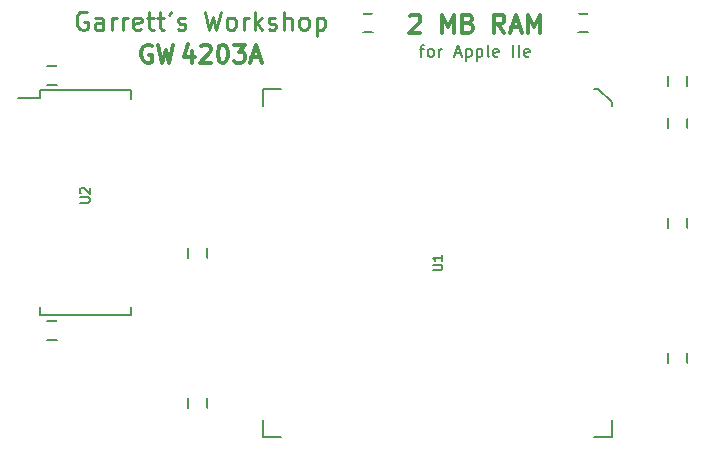
<source format=gto>
G04 #@! TF.GenerationSoftware,KiCad,Pcbnew,(5.1.2-1)-1*
G04 #@! TF.CreationDate,2019-07-21T13:59:44-04:00*
G04 #@! TF.ProjectId,RAM2E,52414d32-452e-46b6-9963-61645f706362,rev?*
G04 #@! TF.SameCoordinates,Original*
G04 #@! TF.FileFunction,Legend,Top*
G04 #@! TF.FilePolarity,Positive*
%FSLAX46Y46*%
G04 Gerber Fmt 4.6, Leading zero omitted, Abs format (unit mm)*
G04 Created by KiCad (PCBNEW (5.1.2-1)-1) date 2019-07-21 13:59:44*
%MOMM*%
%LPD*%
G04 APERTURE LIST*
%ADD10C,0.300000*%
%ADD11C,0.203200*%
%ADD12C,0.225000*%
%ADD13C,0.152400*%
%ADD14C,0.200000*%
%ADD15C,0.100000*%
%ADD16C,1.202400*%
%ADD17C,1.002400*%
%ADD18C,0.752400*%
%ADD19C,2.000000*%
%ADD20C,2.152400*%
%ADD21C,1.676400*%
G04 APERTURE END LIST*
D10*
X245309571Y-90877571D02*
X245382142Y-90805000D01*
X245527285Y-90732428D01*
X245890142Y-90732428D01*
X246035285Y-90805000D01*
X246107857Y-90877571D01*
X246180428Y-91022714D01*
X246180428Y-91167857D01*
X246107857Y-91385571D01*
X245237000Y-92256428D01*
X246180428Y-92256428D01*
X247994714Y-92256428D02*
X247994714Y-90732428D01*
X248502714Y-91821000D01*
X249010714Y-90732428D01*
X249010714Y-92256428D01*
X250244428Y-91458142D02*
X250462142Y-91530714D01*
X250534714Y-91603285D01*
X250607285Y-91748428D01*
X250607285Y-91966142D01*
X250534714Y-92111285D01*
X250462142Y-92183857D01*
X250317000Y-92256428D01*
X249736428Y-92256428D01*
X249736428Y-90732428D01*
X250244428Y-90732428D01*
X250389571Y-90805000D01*
X250462142Y-90877571D01*
X250534714Y-91022714D01*
X250534714Y-91167857D01*
X250462142Y-91313000D01*
X250389571Y-91385571D01*
X250244428Y-91458142D01*
X249736428Y-91458142D01*
X253292428Y-92256428D02*
X252784428Y-91530714D01*
X252421571Y-92256428D02*
X252421571Y-90732428D01*
X253002142Y-90732428D01*
X253147285Y-90805000D01*
X253219857Y-90877571D01*
X253292428Y-91022714D01*
X253292428Y-91240428D01*
X253219857Y-91385571D01*
X253147285Y-91458142D01*
X253002142Y-91530714D01*
X252421571Y-91530714D01*
X253873000Y-91821000D02*
X254598714Y-91821000D01*
X253727857Y-92256428D02*
X254235857Y-90732428D01*
X254743857Y-92256428D01*
X255251857Y-92256428D02*
X255251857Y-90732428D01*
X255759857Y-91821000D01*
X256267857Y-90732428D01*
X256267857Y-92256428D01*
D11*
X246107857Y-93635285D02*
X246494904Y-93635285D01*
X246253000Y-94312619D02*
X246253000Y-93441761D01*
X246301380Y-93345000D01*
X246398142Y-93296619D01*
X246494904Y-93296619D01*
X246978714Y-94312619D02*
X246881952Y-94264238D01*
X246833571Y-94215857D01*
X246785190Y-94119095D01*
X246785190Y-93828809D01*
X246833571Y-93732047D01*
X246881952Y-93683666D01*
X246978714Y-93635285D01*
X247123857Y-93635285D01*
X247220619Y-93683666D01*
X247269000Y-93732047D01*
X247317380Y-93828809D01*
X247317380Y-94119095D01*
X247269000Y-94215857D01*
X247220619Y-94264238D01*
X247123857Y-94312619D01*
X246978714Y-94312619D01*
X247752809Y-94312619D02*
X247752809Y-93635285D01*
X247752809Y-93828809D02*
X247801190Y-93732047D01*
X247849571Y-93683666D01*
X247946333Y-93635285D01*
X248043095Y-93635285D01*
X249107476Y-94022333D02*
X249591285Y-94022333D01*
X249010714Y-94312619D02*
X249349380Y-93296619D01*
X249688047Y-94312619D01*
X250026714Y-93635285D02*
X250026714Y-94651285D01*
X250026714Y-93683666D02*
X250123476Y-93635285D01*
X250317000Y-93635285D01*
X250413761Y-93683666D01*
X250462142Y-93732047D01*
X250510523Y-93828809D01*
X250510523Y-94119095D01*
X250462142Y-94215857D01*
X250413761Y-94264238D01*
X250317000Y-94312619D01*
X250123476Y-94312619D01*
X250026714Y-94264238D01*
X250945952Y-93635285D02*
X250945952Y-94651285D01*
X250945952Y-93683666D02*
X251042714Y-93635285D01*
X251236238Y-93635285D01*
X251333000Y-93683666D01*
X251381380Y-93732047D01*
X251429761Y-93828809D01*
X251429761Y-94119095D01*
X251381380Y-94215857D01*
X251333000Y-94264238D01*
X251236238Y-94312619D01*
X251042714Y-94312619D01*
X250945952Y-94264238D01*
X252010333Y-94312619D02*
X251913571Y-94264238D01*
X251865190Y-94167476D01*
X251865190Y-93296619D01*
X252784428Y-94264238D02*
X252687666Y-94312619D01*
X252494142Y-94312619D01*
X252397380Y-94264238D01*
X252349000Y-94167476D01*
X252349000Y-93780428D01*
X252397380Y-93683666D01*
X252494142Y-93635285D01*
X252687666Y-93635285D01*
X252784428Y-93683666D01*
X252832809Y-93780428D01*
X252832809Y-93877190D01*
X252349000Y-93973952D01*
X254042333Y-94312619D02*
X254042333Y-93296619D01*
X254526142Y-94312619D02*
X254526142Y-93296619D01*
X255397000Y-94264238D02*
X255300238Y-94312619D01*
X255106714Y-94312619D01*
X255009952Y-94264238D01*
X254961571Y-94167476D01*
X254961571Y-93780428D01*
X255009952Y-93683666D01*
X255106714Y-93635285D01*
X255300238Y-93635285D01*
X255397000Y-93683666D01*
X255445380Y-93780428D01*
X255445380Y-93877190D01*
X254961571Y-93973952D01*
D12*
X217932000Y-90551000D02*
X217786857Y-90478428D01*
X217569142Y-90478428D01*
X217351428Y-90551000D01*
X217206285Y-90696142D01*
X217133714Y-90841285D01*
X217061142Y-91131571D01*
X217061142Y-91349285D01*
X217133714Y-91639571D01*
X217206285Y-91784714D01*
X217351428Y-91929857D01*
X217569142Y-92002428D01*
X217714285Y-92002428D01*
X217932000Y-91929857D01*
X218004571Y-91857285D01*
X218004571Y-91349285D01*
X217714285Y-91349285D01*
X219310857Y-92002428D02*
X219310857Y-91204142D01*
X219238285Y-91059000D01*
X219093142Y-90986428D01*
X218802857Y-90986428D01*
X218657714Y-91059000D01*
X219310857Y-91929857D02*
X219165714Y-92002428D01*
X218802857Y-92002428D01*
X218657714Y-91929857D01*
X218585142Y-91784714D01*
X218585142Y-91639571D01*
X218657714Y-91494428D01*
X218802857Y-91421857D01*
X219165714Y-91421857D01*
X219310857Y-91349285D01*
X220036571Y-92002428D02*
X220036571Y-90986428D01*
X220036571Y-91276714D02*
X220109142Y-91131571D01*
X220181714Y-91059000D01*
X220326857Y-90986428D01*
X220472000Y-90986428D01*
X220980000Y-92002428D02*
X220980000Y-90986428D01*
X220980000Y-91276714D02*
X221052571Y-91131571D01*
X221125142Y-91059000D01*
X221270285Y-90986428D01*
X221415428Y-90986428D01*
X222504000Y-91929857D02*
X222358857Y-92002428D01*
X222068571Y-92002428D01*
X221923428Y-91929857D01*
X221850857Y-91784714D01*
X221850857Y-91204142D01*
X221923428Y-91059000D01*
X222068571Y-90986428D01*
X222358857Y-90986428D01*
X222504000Y-91059000D01*
X222576571Y-91204142D01*
X222576571Y-91349285D01*
X221850857Y-91494428D01*
X223012000Y-90986428D02*
X223592571Y-90986428D01*
X223229714Y-90478428D02*
X223229714Y-91784714D01*
X223302285Y-91929857D01*
X223447428Y-92002428D01*
X223592571Y-92002428D01*
X223882857Y-90986428D02*
X224463428Y-90986428D01*
X224100571Y-90478428D02*
X224100571Y-91784714D01*
X224173142Y-91929857D01*
X224318285Y-92002428D01*
X224463428Y-92002428D01*
X225044000Y-90478428D02*
X225044000Y-90551000D01*
X224971428Y-90696142D01*
X224898857Y-90768714D01*
X225624571Y-91929857D02*
X225769714Y-92002428D01*
X226060000Y-92002428D01*
X226205142Y-91929857D01*
X226277714Y-91784714D01*
X226277714Y-91712142D01*
X226205142Y-91567000D01*
X226060000Y-91494428D01*
X225842285Y-91494428D01*
X225697142Y-91421857D01*
X225624571Y-91276714D01*
X225624571Y-91204142D01*
X225697142Y-91059000D01*
X225842285Y-90986428D01*
X226060000Y-90986428D01*
X226205142Y-91059000D01*
X227946857Y-90478428D02*
X228309714Y-92002428D01*
X228600000Y-90913857D01*
X228890285Y-92002428D01*
X229253142Y-90478428D01*
X230051428Y-92002428D02*
X229906285Y-91929857D01*
X229833714Y-91857285D01*
X229761142Y-91712142D01*
X229761142Y-91276714D01*
X229833714Y-91131571D01*
X229906285Y-91059000D01*
X230051428Y-90986428D01*
X230269142Y-90986428D01*
X230414285Y-91059000D01*
X230486857Y-91131571D01*
X230559428Y-91276714D01*
X230559428Y-91712142D01*
X230486857Y-91857285D01*
X230414285Y-91929857D01*
X230269142Y-92002428D01*
X230051428Y-92002428D01*
X231212571Y-92002428D02*
X231212571Y-90986428D01*
X231212571Y-91276714D02*
X231285142Y-91131571D01*
X231357714Y-91059000D01*
X231502857Y-90986428D01*
X231648000Y-90986428D01*
X232156000Y-92002428D02*
X232156000Y-90478428D01*
X232301142Y-91421857D02*
X232736571Y-92002428D01*
X232736571Y-90986428D02*
X232156000Y-91567000D01*
X233317142Y-91929857D02*
X233462285Y-92002428D01*
X233752571Y-92002428D01*
X233897714Y-91929857D01*
X233970285Y-91784714D01*
X233970285Y-91712142D01*
X233897714Y-91567000D01*
X233752571Y-91494428D01*
X233534857Y-91494428D01*
X233389714Y-91421857D01*
X233317142Y-91276714D01*
X233317142Y-91204142D01*
X233389714Y-91059000D01*
X233534857Y-90986428D01*
X233752571Y-90986428D01*
X233897714Y-91059000D01*
X234623428Y-92002428D02*
X234623428Y-90478428D01*
X235276571Y-92002428D02*
X235276571Y-91204142D01*
X235204000Y-91059000D01*
X235058857Y-90986428D01*
X234841142Y-90986428D01*
X234696000Y-91059000D01*
X234623428Y-91131571D01*
X236220000Y-92002428D02*
X236074857Y-91929857D01*
X236002285Y-91857285D01*
X235929714Y-91712142D01*
X235929714Y-91276714D01*
X236002285Y-91131571D01*
X236074857Y-91059000D01*
X236220000Y-90986428D01*
X236437714Y-90986428D01*
X236582857Y-91059000D01*
X236655428Y-91131571D01*
X236728000Y-91276714D01*
X236728000Y-91712142D01*
X236655428Y-91857285D01*
X236582857Y-91929857D01*
X236437714Y-92002428D01*
X236220000Y-92002428D01*
X237381142Y-90986428D02*
X237381142Y-92510428D01*
X237381142Y-91059000D02*
X237526285Y-90986428D01*
X237816571Y-90986428D01*
X237961714Y-91059000D01*
X238034285Y-91131571D01*
X238106857Y-91276714D01*
X238106857Y-91712142D01*
X238034285Y-91857285D01*
X237961714Y-91929857D01*
X237816571Y-92002428D01*
X237526285Y-92002428D01*
X237381142Y-91929857D01*
D10*
X226874000Y-93785571D02*
X226874000Y-94785571D01*
X226516857Y-93214142D02*
X226159714Y-94285571D01*
X227088285Y-94285571D01*
X227588285Y-93428428D02*
X227659714Y-93357000D01*
X227802571Y-93285571D01*
X228159714Y-93285571D01*
X228302571Y-93357000D01*
X228374000Y-93428428D01*
X228445428Y-93571285D01*
X228445428Y-93714142D01*
X228374000Y-93928428D01*
X227516857Y-94785571D01*
X228445428Y-94785571D01*
X229374000Y-93285571D02*
X229516857Y-93285571D01*
X229659714Y-93357000D01*
X229731142Y-93428428D01*
X229802571Y-93571285D01*
X229874000Y-93857000D01*
X229874000Y-94214142D01*
X229802571Y-94499857D01*
X229731142Y-94642714D01*
X229659714Y-94714142D01*
X229516857Y-94785571D01*
X229374000Y-94785571D01*
X229231142Y-94714142D01*
X229159714Y-94642714D01*
X229088285Y-94499857D01*
X229016857Y-94214142D01*
X229016857Y-93857000D01*
X229088285Y-93571285D01*
X229159714Y-93428428D01*
X229231142Y-93357000D01*
X229374000Y-93285571D01*
X230374000Y-93285571D02*
X231302571Y-93285571D01*
X230802571Y-93857000D01*
X231016857Y-93857000D01*
X231159714Y-93928428D01*
X231231142Y-93999857D01*
X231302571Y-94142714D01*
X231302571Y-94499857D01*
X231231142Y-94642714D01*
X231159714Y-94714142D01*
X231016857Y-94785571D01*
X230588285Y-94785571D01*
X230445428Y-94714142D01*
X230374000Y-94642714D01*
X231874000Y-94357000D02*
X232588285Y-94357000D01*
X231731142Y-94785571D02*
X232231142Y-93285571D01*
X232731142Y-94785571D01*
X223412571Y-93357000D02*
X223269714Y-93285571D01*
X223055428Y-93285571D01*
X222841142Y-93357000D01*
X222698285Y-93499857D01*
X222626857Y-93642714D01*
X222555428Y-93928428D01*
X222555428Y-94142714D01*
X222626857Y-94428428D01*
X222698285Y-94571285D01*
X222841142Y-94714142D01*
X223055428Y-94785571D01*
X223198285Y-94785571D01*
X223412571Y-94714142D01*
X223484000Y-94642714D01*
X223484000Y-94142714D01*
X223198285Y-94142714D01*
X223984000Y-93285571D02*
X224341142Y-94785571D01*
X224626857Y-93714142D01*
X224912571Y-94785571D01*
X225269714Y-93285571D01*
D13*
X267170000Y-99503600D02*
X267170000Y-100316400D01*
X268770000Y-99503600D02*
X268770000Y-100316400D01*
X268770000Y-95925600D02*
X268770000Y-96738400D01*
X267170000Y-95925600D02*
X267170000Y-96738400D01*
X261240582Y-96994200D02*
X260910000Y-96994200D01*
X262415800Y-98169418D02*
X261240582Y-96994200D01*
X262415800Y-98500000D02*
X262415800Y-98169418D01*
X232884200Y-126525800D02*
X234390000Y-126525800D01*
X232884200Y-125020000D02*
X232884200Y-126525800D01*
X232884200Y-96994200D02*
X234390000Y-96994200D01*
X232884200Y-98500000D02*
X232884200Y-96994200D01*
X262415800Y-126525800D02*
X260910000Y-126525800D01*
X262415800Y-125020000D02*
X262415800Y-126525800D01*
X214565600Y-116675000D02*
X215378400Y-116675000D01*
X214565600Y-118275000D02*
X215378400Y-118275000D01*
X214565600Y-96685000D02*
X215378400Y-96685000D01*
X214565600Y-95085000D02*
X215378400Y-95085000D01*
X242126400Y-92240000D02*
X241313600Y-92240000D01*
X242126400Y-90640000D02*
X241313600Y-90640000D01*
X267170000Y-108776400D02*
X267170000Y-107963600D01*
X268770000Y-108776400D02*
X268770000Y-107963600D01*
X268770000Y-120206400D02*
X268770000Y-119393600D01*
X267170000Y-120206400D02*
X267170000Y-119393600D01*
X226530000Y-111316400D02*
X226530000Y-110503600D01*
X228130000Y-111316400D02*
X228130000Y-110503600D01*
X259562600Y-90640000D02*
X260375400Y-90640000D01*
X259562600Y-92240000D02*
X260375400Y-92240000D01*
X228130000Y-124016400D02*
X228130000Y-123203600D01*
X226530000Y-124016400D02*
X226530000Y-123203600D01*
D14*
X213930000Y-97155000D02*
X213930000Y-97805000D01*
X221680000Y-97155000D02*
X221680000Y-97900000D01*
X221680000Y-116205000D02*
X221680000Y-115460000D01*
X213930000Y-116205000D02*
X213930000Y-115460000D01*
X213930000Y-97155000D02*
X221680000Y-97155000D01*
X213930000Y-116205000D02*
X221680000Y-116205000D01*
X213930000Y-97805000D02*
X212105000Y-97805000D01*
D11*
X247204895Y-112379276D02*
X247862876Y-112379276D01*
X247940285Y-112340571D01*
X247978990Y-112301866D01*
X248017695Y-112224457D01*
X248017695Y-112069638D01*
X247978990Y-111992228D01*
X247940285Y-111953523D01*
X247862876Y-111914819D01*
X247204895Y-111914819D01*
X248017695Y-111102019D02*
X248017695Y-111566476D01*
X248017695Y-111334247D02*
X247204895Y-111334247D01*
X247321009Y-111411657D01*
X247398419Y-111489066D01*
X247437123Y-111566476D01*
X217359895Y-106664276D02*
X218017876Y-106664276D01*
X218095285Y-106625571D01*
X218133990Y-106586866D01*
X218172695Y-106509457D01*
X218172695Y-106354638D01*
X218133990Y-106277228D01*
X218095285Y-106238523D01*
X218017876Y-106199819D01*
X217359895Y-106199819D01*
X217437304Y-105851476D02*
X217398600Y-105812771D01*
X217359895Y-105735361D01*
X217359895Y-105541838D01*
X217398600Y-105464428D01*
X217437304Y-105425723D01*
X217514714Y-105387019D01*
X217592123Y-105387019D01*
X217708238Y-105425723D01*
X218172695Y-105890180D01*
X218172695Y-105387019D01*
%LPC*%
D15*
G36*
X276860000Y-139446000D02*
G01*
X276352000Y-139954000D01*
X198628000Y-139954000D01*
X198120000Y-139446000D01*
X198120000Y-132080000D01*
X276860000Y-132080000D01*
X276860000Y-139446000D01*
G37*
G36*
X268475064Y-100160247D02*
G01*
X268504244Y-100164576D01*
X268532860Y-100171744D01*
X268560635Y-100181682D01*
X268587302Y-100194294D01*
X268612604Y-100209460D01*
X268636299Y-100227033D01*
X268658156Y-100246844D01*
X268677967Y-100268701D01*
X268695540Y-100292396D01*
X268710706Y-100317698D01*
X268723318Y-100344365D01*
X268733256Y-100372140D01*
X268740424Y-100400756D01*
X268744753Y-100429936D01*
X268746200Y-100459400D01*
X268746200Y-101060600D01*
X268744753Y-101090064D01*
X268740424Y-101119244D01*
X268733256Y-101147860D01*
X268723318Y-101175635D01*
X268710706Y-101202302D01*
X268695540Y-101227604D01*
X268677967Y-101251299D01*
X268658156Y-101273156D01*
X268636299Y-101292967D01*
X268612604Y-101310540D01*
X268587302Y-101325706D01*
X268560635Y-101338318D01*
X268532860Y-101348256D01*
X268504244Y-101355424D01*
X268475064Y-101359753D01*
X268445600Y-101361200D01*
X267494400Y-101361200D01*
X267464936Y-101359753D01*
X267435756Y-101355424D01*
X267407140Y-101348256D01*
X267379365Y-101338318D01*
X267352698Y-101325706D01*
X267327396Y-101310540D01*
X267303701Y-101292967D01*
X267281844Y-101273156D01*
X267262033Y-101251299D01*
X267244460Y-101227604D01*
X267229294Y-101202302D01*
X267216682Y-101175635D01*
X267206744Y-101147860D01*
X267199576Y-101119244D01*
X267195247Y-101090064D01*
X267193800Y-101060600D01*
X267193800Y-100459400D01*
X267195247Y-100429936D01*
X267199576Y-100400756D01*
X267206744Y-100372140D01*
X267216682Y-100344365D01*
X267229294Y-100317698D01*
X267244460Y-100292396D01*
X267262033Y-100268701D01*
X267281844Y-100246844D01*
X267303701Y-100227033D01*
X267327396Y-100209460D01*
X267352698Y-100194294D01*
X267379365Y-100181682D01*
X267407140Y-100171744D01*
X267435756Y-100164576D01*
X267464936Y-100160247D01*
X267494400Y-100158800D01*
X268445600Y-100158800D01*
X268475064Y-100160247D01*
X268475064Y-100160247D01*
G37*
D16*
X267970000Y-100760000D03*
D15*
G36*
X268475064Y-98460247D02*
G01*
X268504244Y-98464576D01*
X268532860Y-98471744D01*
X268560635Y-98481682D01*
X268587302Y-98494294D01*
X268612604Y-98509460D01*
X268636299Y-98527033D01*
X268658156Y-98546844D01*
X268677967Y-98568701D01*
X268695540Y-98592396D01*
X268710706Y-98617698D01*
X268723318Y-98644365D01*
X268733256Y-98672140D01*
X268740424Y-98700756D01*
X268744753Y-98729936D01*
X268746200Y-98759400D01*
X268746200Y-99360600D01*
X268744753Y-99390064D01*
X268740424Y-99419244D01*
X268733256Y-99447860D01*
X268723318Y-99475635D01*
X268710706Y-99502302D01*
X268695540Y-99527604D01*
X268677967Y-99551299D01*
X268658156Y-99573156D01*
X268636299Y-99592967D01*
X268612604Y-99610540D01*
X268587302Y-99625706D01*
X268560635Y-99638318D01*
X268532860Y-99648256D01*
X268504244Y-99655424D01*
X268475064Y-99659753D01*
X268445600Y-99661200D01*
X267494400Y-99661200D01*
X267464936Y-99659753D01*
X267435756Y-99655424D01*
X267407140Y-99648256D01*
X267379365Y-99638318D01*
X267352698Y-99625706D01*
X267327396Y-99610540D01*
X267303701Y-99592967D01*
X267281844Y-99573156D01*
X267262033Y-99551299D01*
X267244460Y-99527604D01*
X267229294Y-99502302D01*
X267216682Y-99475635D01*
X267206744Y-99447860D01*
X267199576Y-99419244D01*
X267195247Y-99390064D01*
X267193800Y-99360600D01*
X267193800Y-98759400D01*
X267195247Y-98729936D01*
X267199576Y-98700756D01*
X267206744Y-98672140D01*
X267216682Y-98644365D01*
X267229294Y-98617698D01*
X267244460Y-98592396D01*
X267262033Y-98568701D01*
X267281844Y-98546844D01*
X267303701Y-98527033D01*
X267327396Y-98509460D01*
X267352698Y-98494294D01*
X267379365Y-98481682D01*
X267407140Y-98471744D01*
X267435756Y-98464576D01*
X267464936Y-98460247D01*
X267494400Y-98458800D01*
X268445600Y-98458800D01*
X268475064Y-98460247D01*
X268475064Y-98460247D01*
G37*
D16*
X267970000Y-99060000D03*
D15*
G36*
X268520163Y-94882007D02*
G01*
X268544490Y-94885615D01*
X268568345Y-94891591D01*
X268591500Y-94899876D01*
X268613732Y-94910391D01*
X268634826Y-94923034D01*
X268654579Y-94937684D01*
X268672801Y-94954199D01*
X268689316Y-94972421D01*
X268703966Y-94992174D01*
X268716609Y-95013268D01*
X268727124Y-95035500D01*
X268735409Y-95058655D01*
X268741385Y-95082510D01*
X268744993Y-95106837D01*
X268746200Y-95131400D01*
X268746200Y-95632600D01*
X268744993Y-95657163D01*
X268741385Y-95681490D01*
X268735409Y-95705345D01*
X268727124Y-95728500D01*
X268716609Y-95750732D01*
X268703966Y-95771826D01*
X268689316Y-95791579D01*
X268672801Y-95809801D01*
X268654579Y-95826316D01*
X268634826Y-95840966D01*
X268613732Y-95853609D01*
X268591500Y-95864124D01*
X268568345Y-95872409D01*
X268544490Y-95878385D01*
X268520163Y-95881993D01*
X268495600Y-95883200D01*
X267444400Y-95883200D01*
X267419837Y-95881993D01*
X267395510Y-95878385D01*
X267371655Y-95872409D01*
X267348500Y-95864124D01*
X267326268Y-95853609D01*
X267305174Y-95840966D01*
X267285421Y-95826316D01*
X267267199Y-95809801D01*
X267250684Y-95791579D01*
X267236034Y-95771826D01*
X267223391Y-95750732D01*
X267212876Y-95728500D01*
X267204591Y-95705345D01*
X267198615Y-95681490D01*
X267195007Y-95657163D01*
X267193800Y-95632600D01*
X267193800Y-95131400D01*
X267195007Y-95106837D01*
X267198615Y-95082510D01*
X267204591Y-95058655D01*
X267212876Y-95035500D01*
X267223391Y-95013268D01*
X267236034Y-94992174D01*
X267250684Y-94972421D01*
X267267199Y-94954199D01*
X267285421Y-94937684D01*
X267305174Y-94923034D01*
X267326268Y-94910391D01*
X267348500Y-94899876D01*
X267371655Y-94891591D01*
X267395510Y-94885615D01*
X267419837Y-94882007D01*
X267444400Y-94880800D01*
X268495600Y-94880800D01*
X268520163Y-94882007D01*
X268520163Y-94882007D01*
G37*
D17*
X267970000Y-95382000D03*
D15*
G36*
X268520163Y-96782007D02*
G01*
X268544490Y-96785615D01*
X268568345Y-96791591D01*
X268591500Y-96799876D01*
X268613732Y-96810391D01*
X268634826Y-96823034D01*
X268654579Y-96837684D01*
X268672801Y-96854199D01*
X268689316Y-96872421D01*
X268703966Y-96892174D01*
X268716609Y-96913268D01*
X268727124Y-96935500D01*
X268735409Y-96958655D01*
X268741385Y-96982510D01*
X268744993Y-97006837D01*
X268746200Y-97031400D01*
X268746200Y-97532600D01*
X268744993Y-97557163D01*
X268741385Y-97581490D01*
X268735409Y-97605345D01*
X268727124Y-97628500D01*
X268716609Y-97650732D01*
X268703966Y-97671826D01*
X268689316Y-97691579D01*
X268672801Y-97709801D01*
X268654579Y-97726316D01*
X268634826Y-97740966D01*
X268613732Y-97753609D01*
X268591500Y-97764124D01*
X268568345Y-97772409D01*
X268544490Y-97778385D01*
X268520163Y-97781993D01*
X268495600Y-97783200D01*
X267444400Y-97783200D01*
X267419837Y-97781993D01*
X267395510Y-97778385D01*
X267371655Y-97772409D01*
X267348500Y-97764124D01*
X267326268Y-97753609D01*
X267305174Y-97740966D01*
X267285421Y-97726316D01*
X267267199Y-97709801D01*
X267250684Y-97691579D01*
X267236034Y-97671826D01*
X267223391Y-97650732D01*
X267212876Y-97628500D01*
X267204591Y-97605345D01*
X267198615Y-97581490D01*
X267195007Y-97557163D01*
X267193800Y-97532600D01*
X267193800Y-97031400D01*
X267195007Y-97006837D01*
X267198615Y-96982510D01*
X267204591Y-96958655D01*
X267212876Y-96935500D01*
X267223391Y-96913268D01*
X267236034Y-96892174D01*
X267250684Y-96872421D01*
X267267199Y-96854199D01*
X267285421Y-96837684D01*
X267305174Y-96823034D01*
X267326268Y-96810391D01*
X267348500Y-96799876D01*
X267371655Y-96791591D01*
X267395510Y-96785615D01*
X267419837Y-96782007D01*
X267444400Y-96780800D01*
X268495600Y-96780800D01*
X268520163Y-96782007D01*
X268520163Y-96782007D01*
G37*
D17*
X267970000Y-97282000D03*
D15*
G36*
X262756537Y-112654706D02*
G01*
X262774796Y-112657414D01*
X262792703Y-112661900D01*
X262810083Y-112668118D01*
X262826770Y-112676011D01*
X262842603Y-112685501D01*
X262857429Y-112696497D01*
X262871107Y-112708893D01*
X262883503Y-112722571D01*
X262894499Y-112737397D01*
X262903989Y-112753230D01*
X262911882Y-112769917D01*
X262918100Y-112787297D01*
X262922586Y-112805204D01*
X262925294Y-112823463D01*
X262926200Y-112841900D01*
X262926200Y-113218100D01*
X262925294Y-113236537D01*
X262922586Y-113254796D01*
X262918100Y-113272703D01*
X262911882Y-113290083D01*
X262903989Y-113306770D01*
X262894499Y-113322603D01*
X262883503Y-113337429D01*
X262871107Y-113351107D01*
X262857429Y-113363503D01*
X262842603Y-113374499D01*
X262826770Y-113383989D01*
X262810083Y-113391882D01*
X262792703Y-113398100D01*
X262774796Y-113402586D01*
X262756537Y-113405294D01*
X262738100Y-113406200D01*
X261261900Y-113406200D01*
X261243463Y-113405294D01*
X261225204Y-113402586D01*
X261207297Y-113398100D01*
X261189917Y-113391882D01*
X261173230Y-113383989D01*
X261157397Y-113374499D01*
X261142571Y-113363503D01*
X261128893Y-113351107D01*
X261116497Y-113337429D01*
X261105501Y-113322603D01*
X261096011Y-113306770D01*
X261088118Y-113290083D01*
X261081900Y-113272703D01*
X261077414Y-113254796D01*
X261074706Y-113236537D01*
X261073800Y-113218100D01*
X261073800Y-112841900D01*
X261074706Y-112823463D01*
X261077414Y-112805204D01*
X261081900Y-112787297D01*
X261088118Y-112769917D01*
X261096011Y-112753230D01*
X261105501Y-112737397D01*
X261116497Y-112722571D01*
X261128893Y-112708893D01*
X261142571Y-112696497D01*
X261157397Y-112685501D01*
X261173230Y-112676011D01*
X261189917Y-112668118D01*
X261207297Y-112661900D01*
X261225204Y-112657414D01*
X261243463Y-112654706D01*
X261261900Y-112653800D01*
X262738100Y-112653800D01*
X262756537Y-112654706D01*
X262756537Y-112654706D01*
G37*
D18*
X262000000Y-113030000D03*
D15*
G36*
X262756537Y-113924706D02*
G01*
X262774796Y-113927414D01*
X262792703Y-113931900D01*
X262810083Y-113938118D01*
X262826770Y-113946011D01*
X262842603Y-113955501D01*
X262857429Y-113966497D01*
X262871107Y-113978893D01*
X262883503Y-113992571D01*
X262894499Y-114007397D01*
X262903989Y-114023230D01*
X262911882Y-114039917D01*
X262918100Y-114057297D01*
X262922586Y-114075204D01*
X262925294Y-114093463D01*
X262926200Y-114111900D01*
X262926200Y-114488100D01*
X262925294Y-114506537D01*
X262922586Y-114524796D01*
X262918100Y-114542703D01*
X262911882Y-114560083D01*
X262903989Y-114576770D01*
X262894499Y-114592603D01*
X262883503Y-114607429D01*
X262871107Y-114621107D01*
X262857429Y-114633503D01*
X262842603Y-114644499D01*
X262826770Y-114653989D01*
X262810083Y-114661882D01*
X262792703Y-114668100D01*
X262774796Y-114672586D01*
X262756537Y-114675294D01*
X262738100Y-114676200D01*
X261261900Y-114676200D01*
X261243463Y-114675294D01*
X261225204Y-114672586D01*
X261207297Y-114668100D01*
X261189917Y-114661882D01*
X261173230Y-114653989D01*
X261157397Y-114644499D01*
X261142571Y-114633503D01*
X261128893Y-114621107D01*
X261116497Y-114607429D01*
X261105501Y-114592603D01*
X261096011Y-114576770D01*
X261088118Y-114560083D01*
X261081900Y-114542703D01*
X261077414Y-114524796D01*
X261074706Y-114506537D01*
X261073800Y-114488100D01*
X261073800Y-114111900D01*
X261074706Y-114093463D01*
X261077414Y-114075204D01*
X261081900Y-114057297D01*
X261088118Y-114039917D01*
X261096011Y-114023230D01*
X261105501Y-114007397D01*
X261116497Y-113992571D01*
X261128893Y-113978893D01*
X261142571Y-113966497D01*
X261157397Y-113955501D01*
X261173230Y-113946011D01*
X261189917Y-113938118D01*
X261207297Y-113931900D01*
X261225204Y-113927414D01*
X261243463Y-113924706D01*
X261261900Y-113923800D01*
X262738100Y-113923800D01*
X262756537Y-113924706D01*
X262756537Y-113924706D01*
G37*
D18*
X262000000Y-114300000D03*
D15*
G36*
X262756537Y-115194706D02*
G01*
X262774796Y-115197414D01*
X262792703Y-115201900D01*
X262810083Y-115208118D01*
X262826770Y-115216011D01*
X262842603Y-115225501D01*
X262857429Y-115236497D01*
X262871107Y-115248893D01*
X262883503Y-115262571D01*
X262894499Y-115277397D01*
X262903989Y-115293230D01*
X262911882Y-115309917D01*
X262918100Y-115327297D01*
X262922586Y-115345204D01*
X262925294Y-115363463D01*
X262926200Y-115381900D01*
X262926200Y-115758100D01*
X262925294Y-115776537D01*
X262922586Y-115794796D01*
X262918100Y-115812703D01*
X262911882Y-115830083D01*
X262903989Y-115846770D01*
X262894499Y-115862603D01*
X262883503Y-115877429D01*
X262871107Y-115891107D01*
X262857429Y-115903503D01*
X262842603Y-115914499D01*
X262826770Y-115923989D01*
X262810083Y-115931882D01*
X262792703Y-115938100D01*
X262774796Y-115942586D01*
X262756537Y-115945294D01*
X262738100Y-115946200D01*
X261261900Y-115946200D01*
X261243463Y-115945294D01*
X261225204Y-115942586D01*
X261207297Y-115938100D01*
X261189917Y-115931882D01*
X261173230Y-115923989D01*
X261157397Y-115914499D01*
X261142571Y-115903503D01*
X261128893Y-115891107D01*
X261116497Y-115877429D01*
X261105501Y-115862603D01*
X261096011Y-115846770D01*
X261088118Y-115830083D01*
X261081900Y-115812703D01*
X261077414Y-115794796D01*
X261074706Y-115776537D01*
X261073800Y-115758100D01*
X261073800Y-115381900D01*
X261074706Y-115363463D01*
X261077414Y-115345204D01*
X261081900Y-115327297D01*
X261088118Y-115309917D01*
X261096011Y-115293230D01*
X261105501Y-115277397D01*
X261116497Y-115262571D01*
X261128893Y-115248893D01*
X261142571Y-115236497D01*
X261157397Y-115225501D01*
X261173230Y-115216011D01*
X261189917Y-115208118D01*
X261207297Y-115201900D01*
X261225204Y-115197414D01*
X261243463Y-115194706D01*
X261261900Y-115193800D01*
X262738100Y-115193800D01*
X262756537Y-115194706D01*
X262756537Y-115194706D01*
G37*
D18*
X262000000Y-115570000D03*
D15*
G36*
X262756537Y-116464706D02*
G01*
X262774796Y-116467414D01*
X262792703Y-116471900D01*
X262810083Y-116478118D01*
X262826770Y-116486011D01*
X262842603Y-116495501D01*
X262857429Y-116506497D01*
X262871107Y-116518893D01*
X262883503Y-116532571D01*
X262894499Y-116547397D01*
X262903989Y-116563230D01*
X262911882Y-116579917D01*
X262918100Y-116597297D01*
X262922586Y-116615204D01*
X262925294Y-116633463D01*
X262926200Y-116651900D01*
X262926200Y-117028100D01*
X262925294Y-117046537D01*
X262922586Y-117064796D01*
X262918100Y-117082703D01*
X262911882Y-117100083D01*
X262903989Y-117116770D01*
X262894499Y-117132603D01*
X262883503Y-117147429D01*
X262871107Y-117161107D01*
X262857429Y-117173503D01*
X262842603Y-117184499D01*
X262826770Y-117193989D01*
X262810083Y-117201882D01*
X262792703Y-117208100D01*
X262774796Y-117212586D01*
X262756537Y-117215294D01*
X262738100Y-117216200D01*
X261261900Y-117216200D01*
X261243463Y-117215294D01*
X261225204Y-117212586D01*
X261207297Y-117208100D01*
X261189917Y-117201882D01*
X261173230Y-117193989D01*
X261157397Y-117184499D01*
X261142571Y-117173503D01*
X261128893Y-117161107D01*
X261116497Y-117147429D01*
X261105501Y-117132603D01*
X261096011Y-117116770D01*
X261088118Y-117100083D01*
X261081900Y-117082703D01*
X261077414Y-117064796D01*
X261074706Y-117046537D01*
X261073800Y-117028100D01*
X261073800Y-116651900D01*
X261074706Y-116633463D01*
X261077414Y-116615204D01*
X261081900Y-116597297D01*
X261088118Y-116579917D01*
X261096011Y-116563230D01*
X261105501Y-116547397D01*
X261116497Y-116532571D01*
X261128893Y-116518893D01*
X261142571Y-116506497D01*
X261157397Y-116495501D01*
X261173230Y-116486011D01*
X261189917Y-116478118D01*
X261207297Y-116471900D01*
X261225204Y-116467414D01*
X261243463Y-116464706D01*
X261261900Y-116463800D01*
X262738100Y-116463800D01*
X262756537Y-116464706D01*
X262756537Y-116464706D01*
G37*
D18*
X262000000Y-116840000D03*
D15*
G36*
X262756537Y-117734706D02*
G01*
X262774796Y-117737414D01*
X262792703Y-117741900D01*
X262810083Y-117748118D01*
X262826770Y-117756011D01*
X262842603Y-117765501D01*
X262857429Y-117776497D01*
X262871107Y-117788893D01*
X262883503Y-117802571D01*
X262894499Y-117817397D01*
X262903989Y-117833230D01*
X262911882Y-117849917D01*
X262918100Y-117867297D01*
X262922586Y-117885204D01*
X262925294Y-117903463D01*
X262926200Y-117921900D01*
X262926200Y-118298100D01*
X262925294Y-118316537D01*
X262922586Y-118334796D01*
X262918100Y-118352703D01*
X262911882Y-118370083D01*
X262903989Y-118386770D01*
X262894499Y-118402603D01*
X262883503Y-118417429D01*
X262871107Y-118431107D01*
X262857429Y-118443503D01*
X262842603Y-118454499D01*
X262826770Y-118463989D01*
X262810083Y-118471882D01*
X262792703Y-118478100D01*
X262774796Y-118482586D01*
X262756537Y-118485294D01*
X262738100Y-118486200D01*
X261261900Y-118486200D01*
X261243463Y-118485294D01*
X261225204Y-118482586D01*
X261207297Y-118478100D01*
X261189917Y-118471882D01*
X261173230Y-118463989D01*
X261157397Y-118454499D01*
X261142571Y-118443503D01*
X261128893Y-118431107D01*
X261116497Y-118417429D01*
X261105501Y-118402603D01*
X261096011Y-118386770D01*
X261088118Y-118370083D01*
X261081900Y-118352703D01*
X261077414Y-118334796D01*
X261074706Y-118316537D01*
X261073800Y-118298100D01*
X261073800Y-117921900D01*
X261074706Y-117903463D01*
X261077414Y-117885204D01*
X261081900Y-117867297D01*
X261088118Y-117849917D01*
X261096011Y-117833230D01*
X261105501Y-117817397D01*
X261116497Y-117802571D01*
X261128893Y-117788893D01*
X261142571Y-117776497D01*
X261157397Y-117765501D01*
X261173230Y-117756011D01*
X261189917Y-117748118D01*
X261207297Y-117741900D01*
X261225204Y-117737414D01*
X261243463Y-117734706D01*
X261261900Y-117733800D01*
X262738100Y-117733800D01*
X262756537Y-117734706D01*
X262756537Y-117734706D01*
G37*
D18*
X262000000Y-118110000D03*
D15*
G36*
X262756537Y-119004706D02*
G01*
X262774796Y-119007414D01*
X262792703Y-119011900D01*
X262810083Y-119018118D01*
X262826770Y-119026011D01*
X262842603Y-119035501D01*
X262857429Y-119046497D01*
X262871107Y-119058893D01*
X262883503Y-119072571D01*
X262894499Y-119087397D01*
X262903989Y-119103230D01*
X262911882Y-119119917D01*
X262918100Y-119137297D01*
X262922586Y-119155204D01*
X262925294Y-119173463D01*
X262926200Y-119191900D01*
X262926200Y-119568100D01*
X262925294Y-119586537D01*
X262922586Y-119604796D01*
X262918100Y-119622703D01*
X262911882Y-119640083D01*
X262903989Y-119656770D01*
X262894499Y-119672603D01*
X262883503Y-119687429D01*
X262871107Y-119701107D01*
X262857429Y-119713503D01*
X262842603Y-119724499D01*
X262826770Y-119733989D01*
X262810083Y-119741882D01*
X262792703Y-119748100D01*
X262774796Y-119752586D01*
X262756537Y-119755294D01*
X262738100Y-119756200D01*
X261261900Y-119756200D01*
X261243463Y-119755294D01*
X261225204Y-119752586D01*
X261207297Y-119748100D01*
X261189917Y-119741882D01*
X261173230Y-119733989D01*
X261157397Y-119724499D01*
X261142571Y-119713503D01*
X261128893Y-119701107D01*
X261116497Y-119687429D01*
X261105501Y-119672603D01*
X261096011Y-119656770D01*
X261088118Y-119640083D01*
X261081900Y-119622703D01*
X261077414Y-119604796D01*
X261074706Y-119586537D01*
X261073800Y-119568100D01*
X261073800Y-119191900D01*
X261074706Y-119173463D01*
X261077414Y-119155204D01*
X261081900Y-119137297D01*
X261088118Y-119119917D01*
X261096011Y-119103230D01*
X261105501Y-119087397D01*
X261116497Y-119072571D01*
X261128893Y-119058893D01*
X261142571Y-119046497D01*
X261157397Y-119035501D01*
X261173230Y-119026011D01*
X261189917Y-119018118D01*
X261207297Y-119011900D01*
X261225204Y-119007414D01*
X261243463Y-119004706D01*
X261261900Y-119003800D01*
X262738100Y-119003800D01*
X262756537Y-119004706D01*
X262756537Y-119004706D01*
G37*
D18*
X262000000Y-119380000D03*
D15*
G36*
X262756537Y-120274706D02*
G01*
X262774796Y-120277414D01*
X262792703Y-120281900D01*
X262810083Y-120288118D01*
X262826770Y-120296011D01*
X262842603Y-120305501D01*
X262857429Y-120316497D01*
X262871107Y-120328893D01*
X262883503Y-120342571D01*
X262894499Y-120357397D01*
X262903989Y-120373230D01*
X262911882Y-120389917D01*
X262918100Y-120407297D01*
X262922586Y-120425204D01*
X262925294Y-120443463D01*
X262926200Y-120461900D01*
X262926200Y-120838100D01*
X262925294Y-120856537D01*
X262922586Y-120874796D01*
X262918100Y-120892703D01*
X262911882Y-120910083D01*
X262903989Y-120926770D01*
X262894499Y-120942603D01*
X262883503Y-120957429D01*
X262871107Y-120971107D01*
X262857429Y-120983503D01*
X262842603Y-120994499D01*
X262826770Y-121003989D01*
X262810083Y-121011882D01*
X262792703Y-121018100D01*
X262774796Y-121022586D01*
X262756537Y-121025294D01*
X262738100Y-121026200D01*
X261261900Y-121026200D01*
X261243463Y-121025294D01*
X261225204Y-121022586D01*
X261207297Y-121018100D01*
X261189917Y-121011882D01*
X261173230Y-121003989D01*
X261157397Y-120994499D01*
X261142571Y-120983503D01*
X261128893Y-120971107D01*
X261116497Y-120957429D01*
X261105501Y-120942603D01*
X261096011Y-120926770D01*
X261088118Y-120910083D01*
X261081900Y-120892703D01*
X261077414Y-120874796D01*
X261074706Y-120856537D01*
X261073800Y-120838100D01*
X261073800Y-120461900D01*
X261074706Y-120443463D01*
X261077414Y-120425204D01*
X261081900Y-120407297D01*
X261088118Y-120389917D01*
X261096011Y-120373230D01*
X261105501Y-120357397D01*
X261116497Y-120342571D01*
X261128893Y-120328893D01*
X261142571Y-120316497D01*
X261157397Y-120305501D01*
X261173230Y-120296011D01*
X261189917Y-120288118D01*
X261207297Y-120281900D01*
X261225204Y-120277414D01*
X261243463Y-120274706D01*
X261261900Y-120273800D01*
X262738100Y-120273800D01*
X262756537Y-120274706D01*
X262756537Y-120274706D01*
G37*
D18*
X262000000Y-120650000D03*
D15*
G36*
X262756537Y-121544706D02*
G01*
X262774796Y-121547414D01*
X262792703Y-121551900D01*
X262810083Y-121558118D01*
X262826770Y-121566011D01*
X262842603Y-121575501D01*
X262857429Y-121586497D01*
X262871107Y-121598893D01*
X262883503Y-121612571D01*
X262894499Y-121627397D01*
X262903989Y-121643230D01*
X262911882Y-121659917D01*
X262918100Y-121677297D01*
X262922586Y-121695204D01*
X262925294Y-121713463D01*
X262926200Y-121731900D01*
X262926200Y-122108100D01*
X262925294Y-122126537D01*
X262922586Y-122144796D01*
X262918100Y-122162703D01*
X262911882Y-122180083D01*
X262903989Y-122196770D01*
X262894499Y-122212603D01*
X262883503Y-122227429D01*
X262871107Y-122241107D01*
X262857429Y-122253503D01*
X262842603Y-122264499D01*
X262826770Y-122273989D01*
X262810083Y-122281882D01*
X262792703Y-122288100D01*
X262774796Y-122292586D01*
X262756537Y-122295294D01*
X262738100Y-122296200D01*
X261261900Y-122296200D01*
X261243463Y-122295294D01*
X261225204Y-122292586D01*
X261207297Y-122288100D01*
X261189917Y-122281882D01*
X261173230Y-122273989D01*
X261157397Y-122264499D01*
X261142571Y-122253503D01*
X261128893Y-122241107D01*
X261116497Y-122227429D01*
X261105501Y-122212603D01*
X261096011Y-122196770D01*
X261088118Y-122180083D01*
X261081900Y-122162703D01*
X261077414Y-122144796D01*
X261074706Y-122126537D01*
X261073800Y-122108100D01*
X261073800Y-121731900D01*
X261074706Y-121713463D01*
X261077414Y-121695204D01*
X261081900Y-121677297D01*
X261088118Y-121659917D01*
X261096011Y-121643230D01*
X261105501Y-121627397D01*
X261116497Y-121612571D01*
X261128893Y-121598893D01*
X261142571Y-121586497D01*
X261157397Y-121575501D01*
X261173230Y-121566011D01*
X261189917Y-121558118D01*
X261207297Y-121551900D01*
X261225204Y-121547414D01*
X261243463Y-121544706D01*
X261261900Y-121543800D01*
X262738100Y-121543800D01*
X262756537Y-121544706D01*
X262756537Y-121544706D01*
G37*
D18*
X262000000Y-121920000D03*
D15*
G36*
X262756537Y-122814706D02*
G01*
X262774796Y-122817414D01*
X262792703Y-122821900D01*
X262810083Y-122828118D01*
X262826770Y-122836011D01*
X262842603Y-122845501D01*
X262857429Y-122856497D01*
X262871107Y-122868893D01*
X262883503Y-122882571D01*
X262894499Y-122897397D01*
X262903989Y-122913230D01*
X262911882Y-122929917D01*
X262918100Y-122947297D01*
X262922586Y-122965204D01*
X262925294Y-122983463D01*
X262926200Y-123001900D01*
X262926200Y-123378100D01*
X262925294Y-123396537D01*
X262922586Y-123414796D01*
X262918100Y-123432703D01*
X262911882Y-123450083D01*
X262903989Y-123466770D01*
X262894499Y-123482603D01*
X262883503Y-123497429D01*
X262871107Y-123511107D01*
X262857429Y-123523503D01*
X262842603Y-123534499D01*
X262826770Y-123543989D01*
X262810083Y-123551882D01*
X262792703Y-123558100D01*
X262774796Y-123562586D01*
X262756537Y-123565294D01*
X262738100Y-123566200D01*
X261261900Y-123566200D01*
X261243463Y-123565294D01*
X261225204Y-123562586D01*
X261207297Y-123558100D01*
X261189917Y-123551882D01*
X261173230Y-123543989D01*
X261157397Y-123534499D01*
X261142571Y-123523503D01*
X261128893Y-123511107D01*
X261116497Y-123497429D01*
X261105501Y-123482603D01*
X261096011Y-123466770D01*
X261088118Y-123450083D01*
X261081900Y-123432703D01*
X261077414Y-123414796D01*
X261074706Y-123396537D01*
X261073800Y-123378100D01*
X261073800Y-123001900D01*
X261074706Y-122983463D01*
X261077414Y-122965204D01*
X261081900Y-122947297D01*
X261088118Y-122929917D01*
X261096011Y-122913230D01*
X261105501Y-122897397D01*
X261116497Y-122882571D01*
X261128893Y-122868893D01*
X261142571Y-122856497D01*
X261157397Y-122845501D01*
X261173230Y-122836011D01*
X261189917Y-122828118D01*
X261207297Y-122821900D01*
X261225204Y-122817414D01*
X261243463Y-122814706D01*
X261261900Y-122813800D01*
X262738100Y-122813800D01*
X262756537Y-122814706D01*
X262756537Y-122814706D01*
G37*
D18*
X262000000Y-123190000D03*
D15*
G36*
X262756537Y-124084706D02*
G01*
X262774796Y-124087414D01*
X262792703Y-124091900D01*
X262810083Y-124098118D01*
X262826770Y-124106011D01*
X262842603Y-124115501D01*
X262857429Y-124126497D01*
X262871107Y-124138893D01*
X262883503Y-124152571D01*
X262894499Y-124167397D01*
X262903989Y-124183230D01*
X262911882Y-124199917D01*
X262918100Y-124217297D01*
X262922586Y-124235204D01*
X262925294Y-124253463D01*
X262926200Y-124271900D01*
X262926200Y-124648100D01*
X262925294Y-124666537D01*
X262922586Y-124684796D01*
X262918100Y-124702703D01*
X262911882Y-124720083D01*
X262903989Y-124736770D01*
X262894499Y-124752603D01*
X262883503Y-124767429D01*
X262871107Y-124781107D01*
X262857429Y-124793503D01*
X262842603Y-124804499D01*
X262826770Y-124813989D01*
X262810083Y-124821882D01*
X262792703Y-124828100D01*
X262774796Y-124832586D01*
X262756537Y-124835294D01*
X262738100Y-124836200D01*
X261261900Y-124836200D01*
X261243463Y-124835294D01*
X261225204Y-124832586D01*
X261207297Y-124828100D01*
X261189917Y-124821882D01*
X261173230Y-124813989D01*
X261157397Y-124804499D01*
X261142571Y-124793503D01*
X261128893Y-124781107D01*
X261116497Y-124767429D01*
X261105501Y-124752603D01*
X261096011Y-124736770D01*
X261088118Y-124720083D01*
X261081900Y-124702703D01*
X261077414Y-124684796D01*
X261074706Y-124666537D01*
X261073800Y-124648100D01*
X261073800Y-124271900D01*
X261074706Y-124253463D01*
X261077414Y-124235204D01*
X261081900Y-124217297D01*
X261088118Y-124199917D01*
X261096011Y-124183230D01*
X261105501Y-124167397D01*
X261116497Y-124152571D01*
X261128893Y-124138893D01*
X261142571Y-124126497D01*
X261157397Y-124115501D01*
X261173230Y-124106011D01*
X261189917Y-124098118D01*
X261207297Y-124091900D01*
X261225204Y-124087414D01*
X261243463Y-124084706D01*
X261261900Y-124083800D01*
X262738100Y-124083800D01*
X262756537Y-124084706D01*
X262756537Y-124084706D01*
G37*
D18*
X262000000Y-124460000D03*
D15*
G36*
X260556537Y-125184706D02*
G01*
X260574796Y-125187414D01*
X260592703Y-125191900D01*
X260610083Y-125198118D01*
X260626770Y-125206011D01*
X260642603Y-125215501D01*
X260657429Y-125226497D01*
X260671107Y-125238893D01*
X260683503Y-125252571D01*
X260694499Y-125267397D01*
X260703989Y-125283230D01*
X260711882Y-125299917D01*
X260718100Y-125317297D01*
X260722586Y-125335204D01*
X260725294Y-125353463D01*
X260726200Y-125371900D01*
X260726200Y-126848100D01*
X260725294Y-126866537D01*
X260722586Y-126884796D01*
X260718100Y-126902703D01*
X260711882Y-126920083D01*
X260703989Y-126936770D01*
X260694499Y-126952603D01*
X260683503Y-126967429D01*
X260671107Y-126981107D01*
X260657429Y-126993503D01*
X260642603Y-127004499D01*
X260626770Y-127013989D01*
X260610083Y-127021882D01*
X260592703Y-127028100D01*
X260574796Y-127032586D01*
X260556537Y-127035294D01*
X260538100Y-127036200D01*
X260161900Y-127036200D01*
X260143463Y-127035294D01*
X260125204Y-127032586D01*
X260107297Y-127028100D01*
X260089917Y-127021882D01*
X260073230Y-127013989D01*
X260057397Y-127004499D01*
X260042571Y-126993503D01*
X260028893Y-126981107D01*
X260016497Y-126967429D01*
X260005501Y-126952603D01*
X259996011Y-126936770D01*
X259988118Y-126920083D01*
X259981900Y-126902703D01*
X259977414Y-126884796D01*
X259974706Y-126866537D01*
X259973800Y-126848100D01*
X259973800Y-125371900D01*
X259974706Y-125353463D01*
X259977414Y-125335204D01*
X259981900Y-125317297D01*
X259988118Y-125299917D01*
X259996011Y-125283230D01*
X260005501Y-125267397D01*
X260016497Y-125252571D01*
X260028893Y-125238893D01*
X260042571Y-125226497D01*
X260057397Y-125215501D01*
X260073230Y-125206011D01*
X260089917Y-125198118D01*
X260107297Y-125191900D01*
X260125204Y-125187414D01*
X260143463Y-125184706D01*
X260161900Y-125183800D01*
X260538100Y-125183800D01*
X260556537Y-125184706D01*
X260556537Y-125184706D01*
G37*
D18*
X260350000Y-126110000D03*
D15*
G36*
X259286537Y-125184706D02*
G01*
X259304796Y-125187414D01*
X259322703Y-125191900D01*
X259340083Y-125198118D01*
X259356770Y-125206011D01*
X259372603Y-125215501D01*
X259387429Y-125226497D01*
X259401107Y-125238893D01*
X259413503Y-125252571D01*
X259424499Y-125267397D01*
X259433989Y-125283230D01*
X259441882Y-125299917D01*
X259448100Y-125317297D01*
X259452586Y-125335204D01*
X259455294Y-125353463D01*
X259456200Y-125371900D01*
X259456200Y-126848100D01*
X259455294Y-126866537D01*
X259452586Y-126884796D01*
X259448100Y-126902703D01*
X259441882Y-126920083D01*
X259433989Y-126936770D01*
X259424499Y-126952603D01*
X259413503Y-126967429D01*
X259401107Y-126981107D01*
X259387429Y-126993503D01*
X259372603Y-127004499D01*
X259356770Y-127013989D01*
X259340083Y-127021882D01*
X259322703Y-127028100D01*
X259304796Y-127032586D01*
X259286537Y-127035294D01*
X259268100Y-127036200D01*
X258891900Y-127036200D01*
X258873463Y-127035294D01*
X258855204Y-127032586D01*
X258837297Y-127028100D01*
X258819917Y-127021882D01*
X258803230Y-127013989D01*
X258787397Y-127004499D01*
X258772571Y-126993503D01*
X258758893Y-126981107D01*
X258746497Y-126967429D01*
X258735501Y-126952603D01*
X258726011Y-126936770D01*
X258718118Y-126920083D01*
X258711900Y-126902703D01*
X258707414Y-126884796D01*
X258704706Y-126866537D01*
X258703800Y-126848100D01*
X258703800Y-125371900D01*
X258704706Y-125353463D01*
X258707414Y-125335204D01*
X258711900Y-125317297D01*
X258718118Y-125299917D01*
X258726011Y-125283230D01*
X258735501Y-125267397D01*
X258746497Y-125252571D01*
X258758893Y-125238893D01*
X258772571Y-125226497D01*
X258787397Y-125215501D01*
X258803230Y-125206011D01*
X258819917Y-125198118D01*
X258837297Y-125191900D01*
X258855204Y-125187414D01*
X258873463Y-125184706D01*
X258891900Y-125183800D01*
X259268100Y-125183800D01*
X259286537Y-125184706D01*
X259286537Y-125184706D01*
G37*
D18*
X259080000Y-126110000D03*
D15*
G36*
X258016537Y-125184706D02*
G01*
X258034796Y-125187414D01*
X258052703Y-125191900D01*
X258070083Y-125198118D01*
X258086770Y-125206011D01*
X258102603Y-125215501D01*
X258117429Y-125226497D01*
X258131107Y-125238893D01*
X258143503Y-125252571D01*
X258154499Y-125267397D01*
X258163989Y-125283230D01*
X258171882Y-125299917D01*
X258178100Y-125317297D01*
X258182586Y-125335204D01*
X258185294Y-125353463D01*
X258186200Y-125371900D01*
X258186200Y-126848100D01*
X258185294Y-126866537D01*
X258182586Y-126884796D01*
X258178100Y-126902703D01*
X258171882Y-126920083D01*
X258163989Y-126936770D01*
X258154499Y-126952603D01*
X258143503Y-126967429D01*
X258131107Y-126981107D01*
X258117429Y-126993503D01*
X258102603Y-127004499D01*
X258086770Y-127013989D01*
X258070083Y-127021882D01*
X258052703Y-127028100D01*
X258034796Y-127032586D01*
X258016537Y-127035294D01*
X257998100Y-127036200D01*
X257621900Y-127036200D01*
X257603463Y-127035294D01*
X257585204Y-127032586D01*
X257567297Y-127028100D01*
X257549917Y-127021882D01*
X257533230Y-127013989D01*
X257517397Y-127004499D01*
X257502571Y-126993503D01*
X257488893Y-126981107D01*
X257476497Y-126967429D01*
X257465501Y-126952603D01*
X257456011Y-126936770D01*
X257448118Y-126920083D01*
X257441900Y-126902703D01*
X257437414Y-126884796D01*
X257434706Y-126866537D01*
X257433800Y-126848100D01*
X257433800Y-125371900D01*
X257434706Y-125353463D01*
X257437414Y-125335204D01*
X257441900Y-125317297D01*
X257448118Y-125299917D01*
X257456011Y-125283230D01*
X257465501Y-125267397D01*
X257476497Y-125252571D01*
X257488893Y-125238893D01*
X257502571Y-125226497D01*
X257517397Y-125215501D01*
X257533230Y-125206011D01*
X257549917Y-125198118D01*
X257567297Y-125191900D01*
X257585204Y-125187414D01*
X257603463Y-125184706D01*
X257621900Y-125183800D01*
X257998100Y-125183800D01*
X258016537Y-125184706D01*
X258016537Y-125184706D01*
G37*
D18*
X257810000Y-126110000D03*
D15*
G36*
X256746537Y-125184706D02*
G01*
X256764796Y-125187414D01*
X256782703Y-125191900D01*
X256800083Y-125198118D01*
X256816770Y-125206011D01*
X256832603Y-125215501D01*
X256847429Y-125226497D01*
X256861107Y-125238893D01*
X256873503Y-125252571D01*
X256884499Y-125267397D01*
X256893989Y-125283230D01*
X256901882Y-125299917D01*
X256908100Y-125317297D01*
X256912586Y-125335204D01*
X256915294Y-125353463D01*
X256916200Y-125371900D01*
X256916200Y-126848100D01*
X256915294Y-126866537D01*
X256912586Y-126884796D01*
X256908100Y-126902703D01*
X256901882Y-126920083D01*
X256893989Y-126936770D01*
X256884499Y-126952603D01*
X256873503Y-126967429D01*
X256861107Y-126981107D01*
X256847429Y-126993503D01*
X256832603Y-127004499D01*
X256816770Y-127013989D01*
X256800083Y-127021882D01*
X256782703Y-127028100D01*
X256764796Y-127032586D01*
X256746537Y-127035294D01*
X256728100Y-127036200D01*
X256351900Y-127036200D01*
X256333463Y-127035294D01*
X256315204Y-127032586D01*
X256297297Y-127028100D01*
X256279917Y-127021882D01*
X256263230Y-127013989D01*
X256247397Y-127004499D01*
X256232571Y-126993503D01*
X256218893Y-126981107D01*
X256206497Y-126967429D01*
X256195501Y-126952603D01*
X256186011Y-126936770D01*
X256178118Y-126920083D01*
X256171900Y-126902703D01*
X256167414Y-126884796D01*
X256164706Y-126866537D01*
X256163800Y-126848100D01*
X256163800Y-125371900D01*
X256164706Y-125353463D01*
X256167414Y-125335204D01*
X256171900Y-125317297D01*
X256178118Y-125299917D01*
X256186011Y-125283230D01*
X256195501Y-125267397D01*
X256206497Y-125252571D01*
X256218893Y-125238893D01*
X256232571Y-125226497D01*
X256247397Y-125215501D01*
X256263230Y-125206011D01*
X256279917Y-125198118D01*
X256297297Y-125191900D01*
X256315204Y-125187414D01*
X256333463Y-125184706D01*
X256351900Y-125183800D01*
X256728100Y-125183800D01*
X256746537Y-125184706D01*
X256746537Y-125184706D01*
G37*
D18*
X256540000Y-126110000D03*
D15*
G36*
X255476537Y-125184706D02*
G01*
X255494796Y-125187414D01*
X255512703Y-125191900D01*
X255530083Y-125198118D01*
X255546770Y-125206011D01*
X255562603Y-125215501D01*
X255577429Y-125226497D01*
X255591107Y-125238893D01*
X255603503Y-125252571D01*
X255614499Y-125267397D01*
X255623989Y-125283230D01*
X255631882Y-125299917D01*
X255638100Y-125317297D01*
X255642586Y-125335204D01*
X255645294Y-125353463D01*
X255646200Y-125371900D01*
X255646200Y-126848100D01*
X255645294Y-126866537D01*
X255642586Y-126884796D01*
X255638100Y-126902703D01*
X255631882Y-126920083D01*
X255623989Y-126936770D01*
X255614499Y-126952603D01*
X255603503Y-126967429D01*
X255591107Y-126981107D01*
X255577429Y-126993503D01*
X255562603Y-127004499D01*
X255546770Y-127013989D01*
X255530083Y-127021882D01*
X255512703Y-127028100D01*
X255494796Y-127032586D01*
X255476537Y-127035294D01*
X255458100Y-127036200D01*
X255081900Y-127036200D01*
X255063463Y-127035294D01*
X255045204Y-127032586D01*
X255027297Y-127028100D01*
X255009917Y-127021882D01*
X254993230Y-127013989D01*
X254977397Y-127004499D01*
X254962571Y-126993503D01*
X254948893Y-126981107D01*
X254936497Y-126967429D01*
X254925501Y-126952603D01*
X254916011Y-126936770D01*
X254908118Y-126920083D01*
X254901900Y-126902703D01*
X254897414Y-126884796D01*
X254894706Y-126866537D01*
X254893800Y-126848100D01*
X254893800Y-125371900D01*
X254894706Y-125353463D01*
X254897414Y-125335204D01*
X254901900Y-125317297D01*
X254908118Y-125299917D01*
X254916011Y-125283230D01*
X254925501Y-125267397D01*
X254936497Y-125252571D01*
X254948893Y-125238893D01*
X254962571Y-125226497D01*
X254977397Y-125215501D01*
X254993230Y-125206011D01*
X255009917Y-125198118D01*
X255027297Y-125191900D01*
X255045204Y-125187414D01*
X255063463Y-125184706D01*
X255081900Y-125183800D01*
X255458100Y-125183800D01*
X255476537Y-125184706D01*
X255476537Y-125184706D01*
G37*
D18*
X255270000Y-126110000D03*
D15*
G36*
X254206537Y-125184706D02*
G01*
X254224796Y-125187414D01*
X254242703Y-125191900D01*
X254260083Y-125198118D01*
X254276770Y-125206011D01*
X254292603Y-125215501D01*
X254307429Y-125226497D01*
X254321107Y-125238893D01*
X254333503Y-125252571D01*
X254344499Y-125267397D01*
X254353989Y-125283230D01*
X254361882Y-125299917D01*
X254368100Y-125317297D01*
X254372586Y-125335204D01*
X254375294Y-125353463D01*
X254376200Y-125371900D01*
X254376200Y-126848100D01*
X254375294Y-126866537D01*
X254372586Y-126884796D01*
X254368100Y-126902703D01*
X254361882Y-126920083D01*
X254353989Y-126936770D01*
X254344499Y-126952603D01*
X254333503Y-126967429D01*
X254321107Y-126981107D01*
X254307429Y-126993503D01*
X254292603Y-127004499D01*
X254276770Y-127013989D01*
X254260083Y-127021882D01*
X254242703Y-127028100D01*
X254224796Y-127032586D01*
X254206537Y-127035294D01*
X254188100Y-127036200D01*
X253811900Y-127036200D01*
X253793463Y-127035294D01*
X253775204Y-127032586D01*
X253757297Y-127028100D01*
X253739917Y-127021882D01*
X253723230Y-127013989D01*
X253707397Y-127004499D01*
X253692571Y-126993503D01*
X253678893Y-126981107D01*
X253666497Y-126967429D01*
X253655501Y-126952603D01*
X253646011Y-126936770D01*
X253638118Y-126920083D01*
X253631900Y-126902703D01*
X253627414Y-126884796D01*
X253624706Y-126866537D01*
X253623800Y-126848100D01*
X253623800Y-125371900D01*
X253624706Y-125353463D01*
X253627414Y-125335204D01*
X253631900Y-125317297D01*
X253638118Y-125299917D01*
X253646011Y-125283230D01*
X253655501Y-125267397D01*
X253666497Y-125252571D01*
X253678893Y-125238893D01*
X253692571Y-125226497D01*
X253707397Y-125215501D01*
X253723230Y-125206011D01*
X253739917Y-125198118D01*
X253757297Y-125191900D01*
X253775204Y-125187414D01*
X253793463Y-125184706D01*
X253811900Y-125183800D01*
X254188100Y-125183800D01*
X254206537Y-125184706D01*
X254206537Y-125184706D01*
G37*
D18*
X254000000Y-126110000D03*
D15*
G36*
X252936537Y-125184706D02*
G01*
X252954796Y-125187414D01*
X252972703Y-125191900D01*
X252990083Y-125198118D01*
X253006770Y-125206011D01*
X253022603Y-125215501D01*
X253037429Y-125226497D01*
X253051107Y-125238893D01*
X253063503Y-125252571D01*
X253074499Y-125267397D01*
X253083989Y-125283230D01*
X253091882Y-125299917D01*
X253098100Y-125317297D01*
X253102586Y-125335204D01*
X253105294Y-125353463D01*
X253106200Y-125371900D01*
X253106200Y-126848100D01*
X253105294Y-126866537D01*
X253102586Y-126884796D01*
X253098100Y-126902703D01*
X253091882Y-126920083D01*
X253083989Y-126936770D01*
X253074499Y-126952603D01*
X253063503Y-126967429D01*
X253051107Y-126981107D01*
X253037429Y-126993503D01*
X253022603Y-127004499D01*
X253006770Y-127013989D01*
X252990083Y-127021882D01*
X252972703Y-127028100D01*
X252954796Y-127032586D01*
X252936537Y-127035294D01*
X252918100Y-127036200D01*
X252541900Y-127036200D01*
X252523463Y-127035294D01*
X252505204Y-127032586D01*
X252487297Y-127028100D01*
X252469917Y-127021882D01*
X252453230Y-127013989D01*
X252437397Y-127004499D01*
X252422571Y-126993503D01*
X252408893Y-126981107D01*
X252396497Y-126967429D01*
X252385501Y-126952603D01*
X252376011Y-126936770D01*
X252368118Y-126920083D01*
X252361900Y-126902703D01*
X252357414Y-126884796D01*
X252354706Y-126866537D01*
X252353800Y-126848100D01*
X252353800Y-125371900D01*
X252354706Y-125353463D01*
X252357414Y-125335204D01*
X252361900Y-125317297D01*
X252368118Y-125299917D01*
X252376011Y-125283230D01*
X252385501Y-125267397D01*
X252396497Y-125252571D01*
X252408893Y-125238893D01*
X252422571Y-125226497D01*
X252437397Y-125215501D01*
X252453230Y-125206011D01*
X252469917Y-125198118D01*
X252487297Y-125191900D01*
X252505204Y-125187414D01*
X252523463Y-125184706D01*
X252541900Y-125183800D01*
X252918100Y-125183800D01*
X252936537Y-125184706D01*
X252936537Y-125184706D01*
G37*
D18*
X252730000Y-126110000D03*
D15*
G36*
X251666537Y-125184706D02*
G01*
X251684796Y-125187414D01*
X251702703Y-125191900D01*
X251720083Y-125198118D01*
X251736770Y-125206011D01*
X251752603Y-125215501D01*
X251767429Y-125226497D01*
X251781107Y-125238893D01*
X251793503Y-125252571D01*
X251804499Y-125267397D01*
X251813989Y-125283230D01*
X251821882Y-125299917D01*
X251828100Y-125317297D01*
X251832586Y-125335204D01*
X251835294Y-125353463D01*
X251836200Y-125371900D01*
X251836200Y-126848100D01*
X251835294Y-126866537D01*
X251832586Y-126884796D01*
X251828100Y-126902703D01*
X251821882Y-126920083D01*
X251813989Y-126936770D01*
X251804499Y-126952603D01*
X251793503Y-126967429D01*
X251781107Y-126981107D01*
X251767429Y-126993503D01*
X251752603Y-127004499D01*
X251736770Y-127013989D01*
X251720083Y-127021882D01*
X251702703Y-127028100D01*
X251684796Y-127032586D01*
X251666537Y-127035294D01*
X251648100Y-127036200D01*
X251271900Y-127036200D01*
X251253463Y-127035294D01*
X251235204Y-127032586D01*
X251217297Y-127028100D01*
X251199917Y-127021882D01*
X251183230Y-127013989D01*
X251167397Y-127004499D01*
X251152571Y-126993503D01*
X251138893Y-126981107D01*
X251126497Y-126967429D01*
X251115501Y-126952603D01*
X251106011Y-126936770D01*
X251098118Y-126920083D01*
X251091900Y-126902703D01*
X251087414Y-126884796D01*
X251084706Y-126866537D01*
X251083800Y-126848100D01*
X251083800Y-125371900D01*
X251084706Y-125353463D01*
X251087414Y-125335204D01*
X251091900Y-125317297D01*
X251098118Y-125299917D01*
X251106011Y-125283230D01*
X251115501Y-125267397D01*
X251126497Y-125252571D01*
X251138893Y-125238893D01*
X251152571Y-125226497D01*
X251167397Y-125215501D01*
X251183230Y-125206011D01*
X251199917Y-125198118D01*
X251217297Y-125191900D01*
X251235204Y-125187414D01*
X251253463Y-125184706D01*
X251271900Y-125183800D01*
X251648100Y-125183800D01*
X251666537Y-125184706D01*
X251666537Y-125184706D01*
G37*
D18*
X251460000Y-126110000D03*
D15*
G36*
X250396537Y-125184706D02*
G01*
X250414796Y-125187414D01*
X250432703Y-125191900D01*
X250450083Y-125198118D01*
X250466770Y-125206011D01*
X250482603Y-125215501D01*
X250497429Y-125226497D01*
X250511107Y-125238893D01*
X250523503Y-125252571D01*
X250534499Y-125267397D01*
X250543989Y-125283230D01*
X250551882Y-125299917D01*
X250558100Y-125317297D01*
X250562586Y-125335204D01*
X250565294Y-125353463D01*
X250566200Y-125371900D01*
X250566200Y-126848100D01*
X250565294Y-126866537D01*
X250562586Y-126884796D01*
X250558100Y-126902703D01*
X250551882Y-126920083D01*
X250543989Y-126936770D01*
X250534499Y-126952603D01*
X250523503Y-126967429D01*
X250511107Y-126981107D01*
X250497429Y-126993503D01*
X250482603Y-127004499D01*
X250466770Y-127013989D01*
X250450083Y-127021882D01*
X250432703Y-127028100D01*
X250414796Y-127032586D01*
X250396537Y-127035294D01*
X250378100Y-127036200D01*
X250001900Y-127036200D01*
X249983463Y-127035294D01*
X249965204Y-127032586D01*
X249947297Y-127028100D01*
X249929917Y-127021882D01*
X249913230Y-127013989D01*
X249897397Y-127004499D01*
X249882571Y-126993503D01*
X249868893Y-126981107D01*
X249856497Y-126967429D01*
X249845501Y-126952603D01*
X249836011Y-126936770D01*
X249828118Y-126920083D01*
X249821900Y-126902703D01*
X249817414Y-126884796D01*
X249814706Y-126866537D01*
X249813800Y-126848100D01*
X249813800Y-125371900D01*
X249814706Y-125353463D01*
X249817414Y-125335204D01*
X249821900Y-125317297D01*
X249828118Y-125299917D01*
X249836011Y-125283230D01*
X249845501Y-125267397D01*
X249856497Y-125252571D01*
X249868893Y-125238893D01*
X249882571Y-125226497D01*
X249897397Y-125215501D01*
X249913230Y-125206011D01*
X249929917Y-125198118D01*
X249947297Y-125191900D01*
X249965204Y-125187414D01*
X249983463Y-125184706D01*
X250001900Y-125183800D01*
X250378100Y-125183800D01*
X250396537Y-125184706D01*
X250396537Y-125184706D01*
G37*
D18*
X250190000Y-126110000D03*
D15*
G36*
X249126537Y-125184706D02*
G01*
X249144796Y-125187414D01*
X249162703Y-125191900D01*
X249180083Y-125198118D01*
X249196770Y-125206011D01*
X249212603Y-125215501D01*
X249227429Y-125226497D01*
X249241107Y-125238893D01*
X249253503Y-125252571D01*
X249264499Y-125267397D01*
X249273989Y-125283230D01*
X249281882Y-125299917D01*
X249288100Y-125317297D01*
X249292586Y-125335204D01*
X249295294Y-125353463D01*
X249296200Y-125371900D01*
X249296200Y-126848100D01*
X249295294Y-126866537D01*
X249292586Y-126884796D01*
X249288100Y-126902703D01*
X249281882Y-126920083D01*
X249273989Y-126936770D01*
X249264499Y-126952603D01*
X249253503Y-126967429D01*
X249241107Y-126981107D01*
X249227429Y-126993503D01*
X249212603Y-127004499D01*
X249196770Y-127013989D01*
X249180083Y-127021882D01*
X249162703Y-127028100D01*
X249144796Y-127032586D01*
X249126537Y-127035294D01*
X249108100Y-127036200D01*
X248731900Y-127036200D01*
X248713463Y-127035294D01*
X248695204Y-127032586D01*
X248677297Y-127028100D01*
X248659917Y-127021882D01*
X248643230Y-127013989D01*
X248627397Y-127004499D01*
X248612571Y-126993503D01*
X248598893Y-126981107D01*
X248586497Y-126967429D01*
X248575501Y-126952603D01*
X248566011Y-126936770D01*
X248558118Y-126920083D01*
X248551900Y-126902703D01*
X248547414Y-126884796D01*
X248544706Y-126866537D01*
X248543800Y-126848100D01*
X248543800Y-125371900D01*
X248544706Y-125353463D01*
X248547414Y-125335204D01*
X248551900Y-125317297D01*
X248558118Y-125299917D01*
X248566011Y-125283230D01*
X248575501Y-125267397D01*
X248586497Y-125252571D01*
X248598893Y-125238893D01*
X248612571Y-125226497D01*
X248627397Y-125215501D01*
X248643230Y-125206011D01*
X248659917Y-125198118D01*
X248677297Y-125191900D01*
X248695204Y-125187414D01*
X248713463Y-125184706D01*
X248731900Y-125183800D01*
X249108100Y-125183800D01*
X249126537Y-125184706D01*
X249126537Y-125184706D01*
G37*
D18*
X248920000Y-126110000D03*
D15*
G36*
X247856537Y-125184706D02*
G01*
X247874796Y-125187414D01*
X247892703Y-125191900D01*
X247910083Y-125198118D01*
X247926770Y-125206011D01*
X247942603Y-125215501D01*
X247957429Y-125226497D01*
X247971107Y-125238893D01*
X247983503Y-125252571D01*
X247994499Y-125267397D01*
X248003989Y-125283230D01*
X248011882Y-125299917D01*
X248018100Y-125317297D01*
X248022586Y-125335204D01*
X248025294Y-125353463D01*
X248026200Y-125371900D01*
X248026200Y-126848100D01*
X248025294Y-126866537D01*
X248022586Y-126884796D01*
X248018100Y-126902703D01*
X248011882Y-126920083D01*
X248003989Y-126936770D01*
X247994499Y-126952603D01*
X247983503Y-126967429D01*
X247971107Y-126981107D01*
X247957429Y-126993503D01*
X247942603Y-127004499D01*
X247926770Y-127013989D01*
X247910083Y-127021882D01*
X247892703Y-127028100D01*
X247874796Y-127032586D01*
X247856537Y-127035294D01*
X247838100Y-127036200D01*
X247461900Y-127036200D01*
X247443463Y-127035294D01*
X247425204Y-127032586D01*
X247407297Y-127028100D01*
X247389917Y-127021882D01*
X247373230Y-127013989D01*
X247357397Y-127004499D01*
X247342571Y-126993503D01*
X247328893Y-126981107D01*
X247316497Y-126967429D01*
X247305501Y-126952603D01*
X247296011Y-126936770D01*
X247288118Y-126920083D01*
X247281900Y-126902703D01*
X247277414Y-126884796D01*
X247274706Y-126866537D01*
X247273800Y-126848100D01*
X247273800Y-125371900D01*
X247274706Y-125353463D01*
X247277414Y-125335204D01*
X247281900Y-125317297D01*
X247288118Y-125299917D01*
X247296011Y-125283230D01*
X247305501Y-125267397D01*
X247316497Y-125252571D01*
X247328893Y-125238893D01*
X247342571Y-125226497D01*
X247357397Y-125215501D01*
X247373230Y-125206011D01*
X247389917Y-125198118D01*
X247407297Y-125191900D01*
X247425204Y-125187414D01*
X247443463Y-125184706D01*
X247461900Y-125183800D01*
X247838100Y-125183800D01*
X247856537Y-125184706D01*
X247856537Y-125184706D01*
G37*
D18*
X247650000Y-126110000D03*
D15*
G36*
X246586537Y-125184706D02*
G01*
X246604796Y-125187414D01*
X246622703Y-125191900D01*
X246640083Y-125198118D01*
X246656770Y-125206011D01*
X246672603Y-125215501D01*
X246687429Y-125226497D01*
X246701107Y-125238893D01*
X246713503Y-125252571D01*
X246724499Y-125267397D01*
X246733989Y-125283230D01*
X246741882Y-125299917D01*
X246748100Y-125317297D01*
X246752586Y-125335204D01*
X246755294Y-125353463D01*
X246756200Y-125371900D01*
X246756200Y-126848100D01*
X246755294Y-126866537D01*
X246752586Y-126884796D01*
X246748100Y-126902703D01*
X246741882Y-126920083D01*
X246733989Y-126936770D01*
X246724499Y-126952603D01*
X246713503Y-126967429D01*
X246701107Y-126981107D01*
X246687429Y-126993503D01*
X246672603Y-127004499D01*
X246656770Y-127013989D01*
X246640083Y-127021882D01*
X246622703Y-127028100D01*
X246604796Y-127032586D01*
X246586537Y-127035294D01*
X246568100Y-127036200D01*
X246191900Y-127036200D01*
X246173463Y-127035294D01*
X246155204Y-127032586D01*
X246137297Y-127028100D01*
X246119917Y-127021882D01*
X246103230Y-127013989D01*
X246087397Y-127004499D01*
X246072571Y-126993503D01*
X246058893Y-126981107D01*
X246046497Y-126967429D01*
X246035501Y-126952603D01*
X246026011Y-126936770D01*
X246018118Y-126920083D01*
X246011900Y-126902703D01*
X246007414Y-126884796D01*
X246004706Y-126866537D01*
X246003800Y-126848100D01*
X246003800Y-125371900D01*
X246004706Y-125353463D01*
X246007414Y-125335204D01*
X246011900Y-125317297D01*
X246018118Y-125299917D01*
X246026011Y-125283230D01*
X246035501Y-125267397D01*
X246046497Y-125252571D01*
X246058893Y-125238893D01*
X246072571Y-125226497D01*
X246087397Y-125215501D01*
X246103230Y-125206011D01*
X246119917Y-125198118D01*
X246137297Y-125191900D01*
X246155204Y-125187414D01*
X246173463Y-125184706D01*
X246191900Y-125183800D01*
X246568100Y-125183800D01*
X246586537Y-125184706D01*
X246586537Y-125184706D01*
G37*
D18*
X246380000Y-126110000D03*
D15*
G36*
X245316537Y-125184706D02*
G01*
X245334796Y-125187414D01*
X245352703Y-125191900D01*
X245370083Y-125198118D01*
X245386770Y-125206011D01*
X245402603Y-125215501D01*
X245417429Y-125226497D01*
X245431107Y-125238893D01*
X245443503Y-125252571D01*
X245454499Y-125267397D01*
X245463989Y-125283230D01*
X245471882Y-125299917D01*
X245478100Y-125317297D01*
X245482586Y-125335204D01*
X245485294Y-125353463D01*
X245486200Y-125371900D01*
X245486200Y-126848100D01*
X245485294Y-126866537D01*
X245482586Y-126884796D01*
X245478100Y-126902703D01*
X245471882Y-126920083D01*
X245463989Y-126936770D01*
X245454499Y-126952603D01*
X245443503Y-126967429D01*
X245431107Y-126981107D01*
X245417429Y-126993503D01*
X245402603Y-127004499D01*
X245386770Y-127013989D01*
X245370083Y-127021882D01*
X245352703Y-127028100D01*
X245334796Y-127032586D01*
X245316537Y-127035294D01*
X245298100Y-127036200D01*
X244921900Y-127036200D01*
X244903463Y-127035294D01*
X244885204Y-127032586D01*
X244867297Y-127028100D01*
X244849917Y-127021882D01*
X244833230Y-127013989D01*
X244817397Y-127004499D01*
X244802571Y-126993503D01*
X244788893Y-126981107D01*
X244776497Y-126967429D01*
X244765501Y-126952603D01*
X244756011Y-126936770D01*
X244748118Y-126920083D01*
X244741900Y-126902703D01*
X244737414Y-126884796D01*
X244734706Y-126866537D01*
X244733800Y-126848100D01*
X244733800Y-125371900D01*
X244734706Y-125353463D01*
X244737414Y-125335204D01*
X244741900Y-125317297D01*
X244748118Y-125299917D01*
X244756011Y-125283230D01*
X244765501Y-125267397D01*
X244776497Y-125252571D01*
X244788893Y-125238893D01*
X244802571Y-125226497D01*
X244817397Y-125215501D01*
X244833230Y-125206011D01*
X244849917Y-125198118D01*
X244867297Y-125191900D01*
X244885204Y-125187414D01*
X244903463Y-125184706D01*
X244921900Y-125183800D01*
X245298100Y-125183800D01*
X245316537Y-125184706D01*
X245316537Y-125184706D01*
G37*
D18*
X245110000Y-126110000D03*
D15*
G36*
X244046537Y-125184706D02*
G01*
X244064796Y-125187414D01*
X244082703Y-125191900D01*
X244100083Y-125198118D01*
X244116770Y-125206011D01*
X244132603Y-125215501D01*
X244147429Y-125226497D01*
X244161107Y-125238893D01*
X244173503Y-125252571D01*
X244184499Y-125267397D01*
X244193989Y-125283230D01*
X244201882Y-125299917D01*
X244208100Y-125317297D01*
X244212586Y-125335204D01*
X244215294Y-125353463D01*
X244216200Y-125371900D01*
X244216200Y-126848100D01*
X244215294Y-126866537D01*
X244212586Y-126884796D01*
X244208100Y-126902703D01*
X244201882Y-126920083D01*
X244193989Y-126936770D01*
X244184499Y-126952603D01*
X244173503Y-126967429D01*
X244161107Y-126981107D01*
X244147429Y-126993503D01*
X244132603Y-127004499D01*
X244116770Y-127013989D01*
X244100083Y-127021882D01*
X244082703Y-127028100D01*
X244064796Y-127032586D01*
X244046537Y-127035294D01*
X244028100Y-127036200D01*
X243651900Y-127036200D01*
X243633463Y-127035294D01*
X243615204Y-127032586D01*
X243597297Y-127028100D01*
X243579917Y-127021882D01*
X243563230Y-127013989D01*
X243547397Y-127004499D01*
X243532571Y-126993503D01*
X243518893Y-126981107D01*
X243506497Y-126967429D01*
X243495501Y-126952603D01*
X243486011Y-126936770D01*
X243478118Y-126920083D01*
X243471900Y-126902703D01*
X243467414Y-126884796D01*
X243464706Y-126866537D01*
X243463800Y-126848100D01*
X243463800Y-125371900D01*
X243464706Y-125353463D01*
X243467414Y-125335204D01*
X243471900Y-125317297D01*
X243478118Y-125299917D01*
X243486011Y-125283230D01*
X243495501Y-125267397D01*
X243506497Y-125252571D01*
X243518893Y-125238893D01*
X243532571Y-125226497D01*
X243547397Y-125215501D01*
X243563230Y-125206011D01*
X243579917Y-125198118D01*
X243597297Y-125191900D01*
X243615204Y-125187414D01*
X243633463Y-125184706D01*
X243651900Y-125183800D01*
X244028100Y-125183800D01*
X244046537Y-125184706D01*
X244046537Y-125184706D01*
G37*
D18*
X243840000Y-126110000D03*
D15*
G36*
X242776537Y-125184706D02*
G01*
X242794796Y-125187414D01*
X242812703Y-125191900D01*
X242830083Y-125198118D01*
X242846770Y-125206011D01*
X242862603Y-125215501D01*
X242877429Y-125226497D01*
X242891107Y-125238893D01*
X242903503Y-125252571D01*
X242914499Y-125267397D01*
X242923989Y-125283230D01*
X242931882Y-125299917D01*
X242938100Y-125317297D01*
X242942586Y-125335204D01*
X242945294Y-125353463D01*
X242946200Y-125371900D01*
X242946200Y-126848100D01*
X242945294Y-126866537D01*
X242942586Y-126884796D01*
X242938100Y-126902703D01*
X242931882Y-126920083D01*
X242923989Y-126936770D01*
X242914499Y-126952603D01*
X242903503Y-126967429D01*
X242891107Y-126981107D01*
X242877429Y-126993503D01*
X242862603Y-127004499D01*
X242846770Y-127013989D01*
X242830083Y-127021882D01*
X242812703Y-127028100D01*
X242794796Y-127032586D01*
X242776537Y-127035294D01*
X242758100Y-127036200D01*
X242381900Y-127036200D01*
X242363463Y-127035294D01*
X242345204Y-127032586D01*
X242327297Y-127028100D01*
X242309917Y-127021882D01*
X242293230Y-127013989D01*
X242277397Y-127004499D01*
X242262571Y-126993503D01*
X242248893Y-126981107D01*
X242236497Y-126967429D01*
X242225501Y-126952603D01*
X242216011Y-126936770D01*
X242208118Y-126920083D01*
X242201900Y-126902703D01*
X242197414Y-126884796D01*
X242194706Y-126866537D01*
X242193800Y-126848100D01*
X242193800Y-125371900D01*
X242194706Y-125353463D01*
X242197414Y-125335204D01*
X242201900Y-125317297D01*
X242208118Y-125299917D01*
X242216011Y-125283230D01*
X242225501Y-125267397D01*
X242236497Y-125252571D01*
X242248893Y-125238893D01*
X242262571Y-125226497D01*
X242277397Y-125215501D01*
X242293230Y-125206011D01*
X242309917Y-125198118D01*
X242327297Y-125191900D01*
X242345204Y-125187414D01*
X242363463Y-125184706D01*
X242381900Y-125183800D01*
X242758100Y-125183800D01*
X242776537Y-125184706D01*
X242776537Y-125184706D01*
G37*
D18*
X242570000Y-126110000D03*
D15*
G36*
X241506537Y-125184706D02*
G01*
X241524796Y-125187414D01*
X241542703Y-125191900D01*
X241560083Y-125198118D01*
X241576770Y-125206011D01*
X241592603Y-125215501D01*
X241607429Y-125226497D01*
X241621107Y-125238893D01*
X241633503Y-125252571D01*
X241644499Y-125267397D01*
X241653989Y-125283230D01*
X241661882Y-125299917D01*
X241668100Y-125317297D01*
X241672586Y-125335204D01*
X241675294Y-125353463D01*
X241676200Y-125371900D01*
X241676200Y-126848100D01*
X241675294Y-126866537D01*
X241672586Y-126884796D01*
X241668100Y-126902703D01*
X241661882Y-126920083D01*
X241653989Y-126936770D01*
X241644499Y-126952603D01*
X241633503Y-126967429D01*
X241621107Y-126981107D01*
X241607429Y-126993503D01*
X241592603Y-127004499D01*
X241576770Y-127013989D01*
X241560083Y-127021882D01*
X241542703Y-127028100D01*
X241524796Y-127032586D01*
X241506537Y-127035294D01*
X241488100Y-127036200D01*
X241111900Y-127036200D01*
X241093463Y-127035294D01*
X241075204Y-127032586D01*
X241057297Y-127028100D01*
X241039917Y-127021882D01*
X241023230Y-127013989D01*
X241007397Y-127004499D01*
X240992571Y-126993503D01*
X240978893Y-126981107D01*
X240966497Y-126967429D01*
X240955501Y-126952603D01*
X240946011Y-126936770D01*
X240938118Y-126920083D01*
X240931900Y-126902703D01*
X240927414Y-126884796D01*
X240924706Y-126866537D01*
X240923800Y-126848100D01*
X240923800Y-125371900D01*
X240924706Y-125353463D01*
X240927414Y-125335204D01*
X240931900Y-125317297D01*
X240938118Y-125299917D01*
X240946011Y-125283230D01*
X240955501Y-125267397D01*
X240966497Y-125252571D01*
X240978893Y-125238893D01*
X240992571Y-125226497D01*
X241007397Y-125215501D01*
X241023230Y-125206011D01*
X241039917Y-125198118D01*
X241057297Y-125191900D01*
X241075204Y-125187414D01*
X241093463Y-125184706D01*
X241111900Y-125183800D01*
X241488100Y-125183800D01*
X241506537Y-125184706D01*
X241506537Y-125184706D01*
G37*
D18*
X241300000Y-126110000D03*
D15*
G36*
X240236537Y-125184706D02*
G01*
X240254796Y-125187414D01*
X240272703Y-125191900D01*
X240290083Y-125198118D01*
X240306770Y-125206011D01*
X240322603Y-125215501D01*
X240337429Y-125226497D01*
X240351107Y-125238893D01*
X240363503Y-125252571D01*
X240374499Y-125267397D01*
X240383989Y-125283230D01*
X240391882Y-125299917D01*
X240398100Y-125317297D01*
X240402586Y-125335204D01*
X240405294Y-125353463D01*
X240406200Y-125371900D01*
X240406200Y-126848100D01*
X240405294Y-126866537D01*
X240402586Y-126884796D01*
X240398100Y-126902703D01*
X240391882Y-126920083D01*
X240383989Y-126936770D01*
X240374499Y-126952603D01*
X240363503Y-126967429D01*
X240351107Y-126981107D01*
X240337429Y-126993503D01*
X240322603Y-127004499D01*
X240306770Y-127013989D01*
X240290083Y-127021882D01*
X240272703Y-127028100D01*
X240254796Y-127032586D01*
X240236537Y-127035294D01*
X240218100Y-127036200D01*
X239841900Y-127036200D01*
X239823463Y-127035294D01*
X239805204Y-127032586D01*
X239787297Y-127028100D01*
X239769917Y-127021882D01*
X239753230Y-127013989D01*
X239737397Y-127004499D01*
X239722571Y-126993503D01*
X239708893Y-126981107D01*
X239696497Y-126967429D01*
X239685501Y-126952603D01*
X239676011Y-126936770D01*
X239668118Y-126920083D01*
X239661900Y-126902703D01*
X239657414Y-126884796D01*
X239654706Y-126866537D01*
X239653800Y-126848100D01*
X239653800Y-125371900D01*
X239654706Y-125353463D01*
X239657414Y-125335204D01*
X239661900Y-125317297D01*
X239668118Y-125299917D01*
X239676011Y-125283230D01*
X239685501Y-125267397D01*
X239696497Y-125252571D01*
X239708893Y-125238893D01*
X239722571Y-125226497D01*
X239737397Y-125215501D01*
X239753230Y-125206011D01*
X239769917Y-125198118D01*
X239787297Y-125191900D01*
X239805204Y-125187414D01*
X239823463Y-125184706D01*
X239841900Y-125183800D01*
X240218100Y-125183800D01*
X240236537Y-125184706D01*
X240236537Y-125184706D01*
G37*
D18*
X240030000Y-126110000D03*
D15*
G36*
X238966537Y-125184706D02*
G01*
X238984796Y-125187414D01*
X239002703Y-125191900D01*
X239020083Y-125198118D01*
X239036770Y-125206011D01*
X239052603Y-125215501D01*
X239067429Y-125226497D01*
X239081107Y-125238893D01*
X239093503Y-125252571D01*
X239104499Y-125267397D01*
X239113989Y-125283230D01*
X239121882Y-125299917D01*
X239128100Y-125317297D01*
X239132586Y-125335204D01*
X239135294Y-125353463D01*
X239136200Y-125371900D01*
X239136200Y-126848100D01*
X239135294Y-126866537D01*
X239132586Y-126884796D01*
X239128100Y-126902703D01*
X239121882Y-126920083D01*
X239113989Y-126936770D01*
X239104499Y-126952603D01*
X239093503Y-126967429D01*
X239081107Y-126981107D01*
X239067429Y-126993503D01*
X239052603Y-127004499D01*
X239036770Y-127013989D01*
X239020083Y-127021882D01*
X239002703Y-127028100D01*
X238984796Y-127032586D01*
X238966537Y-127035294D01*
X238948100Y-127036200D01*
X238571900Y-127036200D01*
X238553463Y-127035294D01*
X238535204Y-127032586D01*
X238517297Y-127028100D01*
X238499917Y-127021882D01*
X238483230Y-127013989D01*
X238467397Y-127004499D01*
X238452571Y-126993503D01*
X238438893Y-126981107D01*
X238426497Y-126967429D01*
X238415501Y-126952603D01*
X238406011Y-126936770D01*
X238398118Y-126920083D01*
X238391900Y-126902703D01*
X238387414Y-126884796D01*
X238384706Y-126866537D01*
X238383800Y-126848100D01*
X238383800Y-125371900D01*
X238384706Y-125353463D01*
X238387414Y-125335204D01*
X238391900Y-125317297D01*
X238398118Y-125299917D01*
X238406011Y-125283230D01*
X238415501Y-125267397D01*
X238426497Y-125252571D01*
X238438893Y-125238893D01*
X238452571Y-125226497D01*
X238467397Y-125215501D01*
X238483230Y-125206011D01*
X238499917Y-125198118D01*
X238517297Y-125191900D01*
X238535204Y-125187414D01*
X238553463Y-125184706D01*
X238571900Y-125183800D01*
X238948100Y-125183800D01*
X238966537Y-125184706D01*
X238966537Y-125184706D01*
G37*
D18*
X238760000Y-126110000D03*
D15*
G36*
X237696537Y-125184706D02*
G01*
X237714796Y-125187414D01*
X237732703Y-125191900D01*
X237750083Y-125198118D01*
X237766770Y-125206011D01*
X237782603Y-125215501D01*
X237797429Y-125226497D01*
X237811107Y-125238893D01*
X237823503Y-125252571D01*
X237834499Y-125267397D01*
X237843989Y-125283230D01*
X237851882Y-125299917D01*
X237858100Y-125317297D01*
X237862586Y-125335204D01*
X237865294Y-125353463D01*
X237866200Y-125371900D01*
X237866200Y-126848100D01*
X237865294Y-126866537D01*
X237862586Y-126884796D01*
X237858100Y-126902703D01*
X237851882Y-126920083D01*
X237843989Y-126936770D01*
X237834499Y-126952603D01*
X237823503Y-126967429D01*
X237811107Y-126981107D01*
X237797429Y-126993503D01*
X237782603Y-127004499D01*
X237766770Y-127013989D01*
X237750083Y-127021882D01*
X237732703Y-127028100D01*
X237714796Y-127032586D01*
X237696537Y-127035294D01*
X237678100Y-127036200D01*
X237301900Y-127036200D01*
X237283463Y-127035294D01*
X237265204Y-127032586D01*
X237247297Y-127028100D01*
X237229917Y-127021882D01*
X237213230Y-127013989D01*
X237197397Y-127004499D01*
X237182571Y-126993503D01*
X237168893Y-126981107D01*
X237156497Y-126967429D01*
X237145501Y-126952603D01*
X237136011Y-126936770D01*
X237128118Y-126920083D01*
X237121900Y-126902703D01*
X237117414Y-126884796D01*
X237114706Y-126866537D01*
X237113800Y-126848100D01*
X237113800Y-125371900D01*
X237114706Y-125353463D01*
X237117414Y-125335204D01*
X237121900Y-125317297D01*
X237128118Y-125299917D01*
X237136011Y-125283230D01*
X237145501Y-125267397D01*
X237156497Y-125252571D01*
X237168893Y-125238893D01*
X237182571Y-125226497D01*
X237197397Y-125215501D01*
X237213230Y-125206011D01*
X237229917Y-125198118D01*
X237247297Y-125191900D01*
X237265204Y-125187414D01*
X237283463Y-125184706D01*
X237301900Y-125183800D01*
X237678100Y-125183800D01*
X237696537Y-125184706D01*
X237696537Y-125184706D01*
G37*
D18*
X237490000Y-126110000D03*
D15*
G36*
X236426537Y-125184706D02*
G01*
X236444796Y-125187414D01*
X236462703Y-125191900D01*
X236480083Y-125198118D01*
X236496770Y-125206011D01*
X236512603Y-125215501D01*
X236527429Y-125226497D01*
X236541107Y-125238893D01*
X236553503Y-125252571D01*
X236564499Y-125267397D01*
X236573989Y-125283230D01*
X236581882Y-125299917D01*
X236588100Y-125317297D01*
X236592586Y-125335204D01*
X236595294Y-125353463D01*
X236596200Y-125371900D01*
X236596200Y-126848100D01*
X236595294Y-126866537D01*
X236592586Y-126884796D01*
X236588100Y-126902703D01*
X236581882Y-126920083D01*
X236573989Y-126936770D01*
X236564499Y-126952603D01*
X236553503Y-126967429D01*
X236541107Y-126981107D01*
X236527429Y-126993503D01*
X236512603Y-127004499D01*
X236496770Y-127013989D01*
X236480083Y-127021882D01*
X236462703Y-127028100D01*
X236444796Y-127032586D01*
X236426537Y-127035294D01*
X236408100Y-127036200D01*
X236031900Y-127036200D01*
X236013463Y-127035294D01*
X235995204Y-127032586D01*
X235977297Y-127028100D01*
X235959917Y-127021882D01*
X235943230Y-127013989D01*
X235927397Y-127004499D01*
X235912571Y-126993503D01*
X235898893Y-126981107D01*
X235886497Y-126967429D01*
X235875501Y-126952603D01*
X235866011Y-126936770D01*
X235858118Y-126920083D01*
X235851900Y-126902703D01*
X235847414Y-126884796D01*
X235844706Y-126866537D01*
X235843800Y-126848100D01*
X235843800Y-125371900D01*
X235844706Y-125353463D01*
X235847414Y-125335204D01*
X235851900Y-125317297D01*
X235858118Y-125299917D01*
X235866011Y-125283230D01*
X235875501Y-125267397D01*
X235886497Y-125252571D01*
X235898893Y-125238893D01*
X235912571Y-125226497D01*
X235927397Y-125215501D01*
X235943230Y-125206011D01*
X235959917Y-125198118D01*
X235977297Y-125191900D01*
X235995204Y-125187414D01*
X236013463Y-125184706D01*
X236031900Y-125183800D01*
X236408100Y-125183800D01*
X236426537Y-125184706D01*
X236426537Y-125184706D01*
G37*
D18*
X236220000Y-126110000D03*
D15*
G36*
X235156537Y-125184706D02*
G01*
X235174796Y-125187414D01*
X235192703Y-125191900D01*
X235210083Y-125198118D01*
X235226770Y-125206011D01*
X235242603Y-125215501D01*
X235257429Y-125226497D01*
X235271107Y-125238893D01*
X235283503Y-125252571D01*
X235294499Y-125267397D01*
X235303989Y-125283230D01*
X235311882Y-125299917D01*
X235318100Y-125317297D01*
X235322586Y-125335204D01*
X235325294Y-125353463D01*
X235326200Y-125371900D01*
X235326200Y-126848100D01*
X235325294Y-126866537D01*
X235322586Y-126884796D01*
X235318100Y-126902703D01*
X235311882Y-126920083D01*
X235303989Y-126936770D01*
X235294499Y-126952603D01*
X235283503Y-126967429D01*
X235271107Y-126981107D01*
X235257429Y-126993503D01*
X235242603Y-127004499D01*
X235226770Y-127013989D01*
X235210083Y-127021882D01*
X235192703Y-127028100D01*
X235174796Y-127032586D01*
X235156537Y-127035294D01*
X235138100Y-127036200D01*
X234761900Y-127036200D01*
X234743463Y-127035294D01*
X234725204Y-127032586D01*
X234707297Y-127028100D01*
X234689917Y-127021882D01*
X234673230Y-127013989D01*
X234657397Y-127004499D01*
X234642571Y-126993503D01*
X234628893Y-126981107D01*
X234616497Y-126967429D01*
X234605501Y-126952603D01*
X234596011Y-126936770D01*
X234588118Y-126920083D01*
X234581900Y-126902703D01*
X234577414Y-126884796D01*
X234574706Y-126866537D01*
X234573800Y-126848100D01*
X234573800Y-125371900D01*
X234574706Y-125353463D01*
X234577414Y-125335204D01*
X234581900Y-125317297D01*
X234588118Y-125299917D01*
X234596011Y-125283230D01*
X234605501Y-125267397D01*
X234616497Y-125252571D01*
X234628893Y-125238893D01*
X234642571Y-125226497D01*
X234657397Y-125215501D01*
X234673230Y-125206011D01*
X234689917Y-125198118D01*
X234707297Y-125191900D01*
X234725204Y-125187414D01*
X234743463Y-125184706D01*
X234761900Y-125183800D01*
X235138100Y-125183800D01*
X235156537Y-125184706D01*
X235156537Y-125184706D01*
G37*
D18*
X234950000Y-126110000D03*
D15*
G36*
X234056537Y-124084706D02*
G01*
X234074796Y-124087414D01*
X234092703Y-124091900D01*
X234110083Y-124098118D01*
X234126770Y-124106011D01*
X234142603Y-124115501D01*
X234157429Y-124126497D01*
X234171107Y-124138893D01*
X234183503Y-124152571D01*
X234194499Y-124167397D01*
X234203989Y-124183230D01*
X234211882Y-124199917D01*
X234218100Y-124217297D01*
X234222586Y-124235204D01*
X234225294Y-124253463D01*
X234226200Y-124271900D01*
X234226200Y-124648100D01*
X234225294Y-124666537D01*
X234222586Y-124684796D01*
X234218100Y-124702703D01*
X234211882Y-124720083D01*
X234203989Y-124736770D01*
X234194499Y-124752603D01*
X234183503Y-124767429D01*
X234171107Y-124781107D01*
X234157429Y-124793503D01*
X234142603Y-124804499D01*
X234126770Y-124813989D01*
X234110083Y-124821882D01*
X234092703Y-124828100D01*
X234074796Y-124832586D01*
X234056537Y-124835294D01*
X234038100Y-124836200D01*
X232561900Y-124836200D01*
X232543463Y-124835294D01*
X232525204Y-124832586D01*
X232507297Y-124828100D01*
X232489917Y-124821882D01*
X232473230Y-124813989D01*
X232457397Y-124804499D01*
X232442571Y-124793503D01*
X232428893Y-124781107D01*
X232416497Y-124767429D01*
X232405501Y-124752603D01*
X232396011Y-124736770D01*
X232388118Y-124720083D01*
X232381900Y-124702703D01*
X232377414Y-124684796D01*
X232374706Y-124666537D01*
X232373800Y-124648100D01*
X232373800Y-124271900D01*
X232374706Y-124253463D01*
X232377414Y-124235204D01*
X232381900Y-124217297D01*
X232388118Y-124199917D01*
X232396011Y-124183230D01*
X232405501Y-124167397D01*
X232416497Y-124152571D01*
X232428893Y-124138893D01*
X232442571Y-124126497D01*
X232457397Y-124115501D01*
X232473230Y-124106011D01*
X232489917Y-124098118D01*
X232507297Y-124091900D01*
X232525204Y-124087414D01*
X232543463Y-124084706D01*
X232561900Y-124083800D01*
X234038100Y-124083800D01*
X234056537Y-124084706D01*
X234056537Y-124084706D01*
G37*
D18*
X233300000Y-124460000D03*
D15*
G36*
X234056537Y-122814706D02*
G01*
X234074796Y-122817414D01*
X234092703Y-122821900D01*
X234110083Y-122828118D01*
X234126770Y-122836011D01*
X234142603Y-122845501D01*
X234157429Y-122856497D01*
X234171107Y-122868893D01*
X234183503Y-122882571D01*
X234194499Y-122897397D01*
X234203989Y-122913230D01*
X234211882Y-122929917D01*
X234218100Y-122947297D01*
X234222586Y-122965204D01*
X234225294Y-122983463D01*
X234226200Y-123001900D01*
X234226200Y-123378100D01*
X234225294Y-123396537D01*
X234222586Y-123414796D01*
X234218100Y-123432703D01*
X234211882Y-123450083D01*
X234203989Y-123466770D01*
X234194499Y-123482603D01*
X234183503Y-123497429D01*
X234171107Y-123511107D01*
X234157429Y-123523503D01*
X234142603Y-123534499D01*
X234126770Y-123543989D01*
X234110083Y-123551882D01*
X234092703Y-123558100D01*
X234074796Y-123562586D01*
X234056537Y-123565294D01*
X234038100Y-123566200D01*
X232561900Y-123566200D01*
X232543463Y-123565294D01*
X232525204Y-123562586D01*
X232507297Y-123558100D01*
X232489917Y-123551882D01*
X232473230Y-123543989D01*
X232457397Y-123534499D01*
X232442571Y-123523503D01*
X232428893Y-123511107D01*
X232416497Y-123497429D01*
X232405501Y-123482603D01*
X232396011Y-123466770D01*
X232388118Y-123450083D01*
X232381900Y-123432703D01*
X232377414Y-123414796D01*
X232374706Y-123396537D01*
X232373800Y-123378100D01*
X232373800Y-123001900D01*
X232374706Y-122983463D01*
X232377414Y-122965204D01*
X232381900Y-122947297D01*
X232388118Y-122929917D01*
X232396011Y-122913230D01*
X232405501Y-122897397D01*
X232416497Y-122882571D01*
X232428893Y-122868893D01*
X232442571Y-122856497D01*
X232457397Y-122845501D01*
X232473230Y-122836011D01*
X232489917Y-122828118D01*
X232507297Y-122821900D01*
X232525204Y-122817414D01*
X232543463Y-122814706D01*
X232561900Y-122813800D01*
X234038100Y-122813800D01*
X234056537Y-122814706D01*
X234056537Y-122814706D01*
G37*
D18*
X233300000Y-123190000D03*
D15*
G36*
X234056537Y-121544706D02*
G01*
X234074796Y-121547414D01*
X234092703Y-121551900D01*
X234110083Y-121558118D01*
X234126770Y-121566011D01*
X234142603Y-121575501D01*
X234157429Y-121586497D01*
X234171107Y-121598893D01*
X234183503Y-121612571D01*
X234194499Y-121627397D01*
X234203989Y-121643230D01*
X234211882Y-121659917D01*
X234218100Y-121677297D01*
X234222586Y-121695204D01*
X234225294Y-121713463D01*
X234226200Y-121731900D01*
X234226200Y-122108100D01*
X234225294Y-122126537D01*
X234222586Y-122144796D01*
X234218100Y-122162703D01*
X234211882Y-122180083D01*
X234203989Y-122196770D01*
X234194499Y-122212603D01*
X234183503Y-122227429D01*
X234171107Y-122241107D01*
X234157429Y-122253503D01*
X234142603Y-122264499D01*
X234126770Y-122273989D01*
X234110083Y-122281882D01*
X234092703Y-122288100D01*
X234074796Y-122292586D01*
X234056537Y-122295294D01*
X234038100Y-122296200D01*
X232561900Y-122296200D01*
X232543463Y-122295294D01*
X232525204Y-122292586D01*
X232507297Y-122288100D01*
X232489917Y-122281882D01*
X232473230Y-122273989D01*
X232457397Y-122264499D01*
X232442571Y-122253503D01*
X232428893Y-122241107D01*
X232416497Y-122227429D01*
X232405501Y-122212603D01*
X232396011Y-122196770D01*
X232388118Y-122180083D01*
X232381900Y-122162703D01*
X232377414Y-122144796D01*
X232374706Y-122126537D01*
X232373800Y-122108100D01*
X232373800Y-121731900D01*
X232374706Y-121713463D01*
X232377414Y-121695204D01*
X232381900Y-121677297D01*
X232388118Y-121659917D01*
X232396011Y-121643230D01*
X232405501Y-121627397D01*
X232416497Y-121612571D01*
X232428893Y-121598893D01*
X232442571Y-121586497D01*
X232457397Y-121575501D01*
X232473230Y-121566011D01*
X232489917Y-121558118D01*
X232507297Y-121551900D01*
X232525204Y-121547414D01*
X232543463Y-121544706D01*
X232561900Y-121543800D01*
X234038100Y-121543800D01*
X234056537Y-121544706D01*
X234056537Y-121544706D01*
G37*
D18*
X233300000Y-121920000D03*
D15*
G36*
X234056537Y-120274706D02*
G01*
X234074796Y-120277414D01*
X234092703Y-120281900D01*
X234110083Y-120288118D01*
X234126770Y-120296011D01*
X234142603Y-120305501D01*
X234157429Y-120316497D01*
X234171107Y-120328893D01*
X234183503Y-120342571D01*
X234194499Y-120357397D01*
X234203989Y-120373230D01*
X234211882Y-120389917D01*
X234218100Y-120407297D01*
X234222586Y-120425204D01*
X234225294Y-120443463D01*
X234226200Y-120461900D01*
X234226200Y-120838100D01*
X234225294Y-120856537D01*
X234222586Y-120874796D01*
X234218100Y-120892703D01*
X234211882Y-120910083D01*
X234203989Y-120926770D01*
X234194499Y-120942603D01*
X234183503Y-120957429D01*
X234171107Y-120971107D01*
X234157429Y-120983503D01*
X234142603Y-120994499D01*
X234126770Y-121003989D01*
X234110083Y-121011882D01*
X234092703Y-121018100D01*
X234074796Y-121022586D01*
X234056537Y-121025294D01*
X234038100Y-121026200D01*
X232561900Y-121026200D01*
X232543463Y-121025294D01*
X232525204Y-121022586D01*
X232507297Y-121018100D01*
X232489917Y-121011882D01*
X232473230Y-121003989D01*
X232457397Y-120994499D01*
X232442571Y-120983503D01*
X232428893Y-120971107D01*
X232416497Y-120957429D01*
X232405501Y-120942603D01*
X232396011Y-120926770D01*
X232388118Y-120910083D01*
X232381900Y-120892703D01*
X232377414Y-120874796D01*
X232374706Y-120856537D01*
X232373800Y-120838100D01*
X232373800Y-120461900D01*
X232374706Y-120443463D01*
X232377414Y-120425204D01*
X232381900Y-120407297D01*
X232388118Y-120389917D01*
X232396011Y-120373230D01*
X232405501Y-120357397D01*
X232416497Y-120342571D01*
X232428893Y-120328893D01*
X232442571Y-120316497D01*
X232457397Y-120305501D01*
X232473230Y-120296011D01*
X232489917Y-120288118D01*
X232507297Y-120281900D01*
X232525204Y-120277414D01*
X232543463Y-120274706D01*
X232561900Y-120273800D01*
X234038100Y-120273800D01*
X234056537Y-120274706D01*
X234056537Y-120274706D01*
G37*
D18*
X233300000Y-120650000D03*
D15*
G36*
X234056537Y-119004706D02*
G01*
X234074796Y-119007414D01*
X234092703Y-119011900D01*
X234110083Y-119018118D01*
X234126770Y-119026011D01*
X234142603Y-119035501D01*
X234157429Y-119046497D01*
X234171107Y-119058893D01*
X234183503Y-119072571D01*
X234194499Y-119087397D01*
X234203989Y-119103230D01*
X234211882Y-119119917D01*
X234218100Y-119137297D01*
X234222586Y-119155204D01*
X234225294Y-119173463D01*
X234226200Y-119191900D01*
X234226200Y-119568100D01*
X234225294Y-119586537D01*
X234222586Y-119604796D01*
X234218100Y-119622703D01*
X234211882Y-119640083D01*
X234203989Y-119656770D01*
X234194499Y-119672603D01*
X234183503Y-119687429D01*
X234171107Y-119701107D01*
X234157429Y-119713503D01*
X234142603Y-119724499D01*
X234126770Y-119733989D01*
X234110083Y-119741882D01*
X234092703Y-119748100D01*
X234074796Y-119752586D01*
X234056537Y-119755294D01*
X234038100Y-119756200D01*
X232561900Y-119756200D01*
X232543463Y-119755294D01*
X232525204Y-119752586D01*
X232507297Y-119748100D01*
X232489917Y-119741882D01*
X232473230Y-119733989D01*
X232457397Y-119724499D01*
X232442571Y-119713503D01*
X232428893Y-119701107D01*
X232416497Y-119687429D01*
X232405501Y-119672603D01*
X232396011Y-119656770D01*
X232388118Y-119640083D01*
X232381900Y-119622703D01*
X232377414Y-119604796D01*
X232374706Y-119586537D01*
X232373800Y-119568100D01*
X232373800Y-119191900D01*
X232374706Y-119173463D01*
X232377414Y-119155204D01*
X232381900Y-119137297D01*
X232388118Y-119119917D01*
X232396011Y-119103230D01*
X232405501Y-119087397D01*
X232416497Y-119072571D01*
X232428893Y-119058893D01*
X232442571Y-119046497D01*
X232457397Y-119035501D01*
X232473230Y-119026011D01*
X232489917Y-119018118D01*
X232507297Y-119011900D01*
X232525204Y-119007414D01*
X232543463Y-119004706D01*
X232561900Y-119003800D01*
X234038100Y-119003800D01*
X234056537Y-119004706D01*
X234056537Y-119004706D01*
G37*
D18*
X233300000Y-119380000D03*
D15*
G36*
X234056537Y-117734706D02*
G01*
X234074796Y-117737414D01*
X234092703Y-117741900D01*
X234110083Y-117748118D01*
X234126770Y-117756011D01*
X234142603Y-117765501D01*
X234157429Y-117776497D01*
X234171107Y-117788893D01*
X234183503Y-117802571D01*
X234194499Y-117817397D01*
X234203989Y-117833230D01*
X234211882Y-117849917D01*
X234218100Y-117867297D01*
X234222586Y-117885204D01*
X234225294Y-117903463D01*
X234226200Y-117921900D01*
X234226200Y-118298100D01*
X234225294Y-118316537D01*
X234222586Y-118334796D01*
X234218100Y-118352703D01*
X234211882Y-118370083D01*
X234203989Y-118386770D01*
X234194499Y-118402603D01*
X234183503Y-118417429D01*
X234171107Y-118431107D01*
X234157429Y-118443503D01*
X234142603Y-118454499D01*
X234126770Y-118463989D01*
X234110083Y-118471882D01*
X234092703Y-118478100D01*
X234074796Y-118482586D01*
X234056537Y-118485294D01*
X234038100Y-118486200D01*
X232561900Y-118486200D01*
X232543463Y-118485294D01*
X232525204Y-118482586D01*
X232507297Y-118478100D01*
X232489917Y-118471882D01*
X232473230Y-118463989D01*
X232457397Y-118454499D01*
X232442571Y-118443503D01*
X232428893Y-118431107D01*
X232416497Y-118417429D01*
X232405501Y-118402603D01*
X232396011Y-118386770D01*
X232388118Y-118370083D01*
X232381900Y-118352703D01*
X232377414Y-118334796D01*
X232374706Y-118316537D01*
X232373800Y-118298100D01*
X232373800Y-117921900D01*
X232374706Y-117903463D01*
X232377414Y-117885204D01*
X232381900Y-117867297D01*
X232388118Y-117849917D01*
X232396011Y-117833230D01*
X232405501Y-117817397D01*
X232416497Y-117802571D01*
X232428893Y-117788893D01*
X232442571Y-117776497D01*
X232457397Y-117765501D01*
X232473230Y-117756011D01*
X232489917Y-117748118D01*
X232507297Y-117741900D01*
X232525204Y-117737414D01*
X232543463Y-117734706D01*
X232561900Y-117733800D01*
X234038100Y-117733800D01*
X234056537Y-117734706D01*
X234056537Y-117734706D01*
G37*
D18*
X233300000Y-118110000D03*
D15*
G36*
X234056537Y-116464706D02*
G01*
X234074796Y-116467414D01*
X234092703Y-116471900D01*
X234110083Y-116478118D01*
X234126770Y-116486011D01*
X234142603Y-116495501D01*
X234157429Y-116506497D01*
X234171107Y-116518893D01*
X234183503Y-116532571D01*
X234194499Y-116547397D01*
X234203989Y-116563230D01*
X234211882Y-116579917D01*
X234218100Y-116597297D01*
X234222586Y-116615204D01*
X234225294Y-116633463D01*
X234226200Y-116651900D01*
X234226200Y-117028100D01*
X234225294Y-117046537D01*
X234222586Y-117064796D01*
X234218100Y-117082703D01*
X234211882Y-117100083D01*
X234203989Y-117116770D01*
X234194499Y-117132603D01*
X234183503Y-117147429D01*
X234171107Y-117161107D01*
X234157429Y-117173503D01*
X234142603Y-117184499D01*
X234126770Y-117193989D01*
X234110083Y-117201882D01*
X234092703Y-117208100D01*
X234074796Y-117212586D01*
X234056537Y-117215294D01*
X234038100Y-117216200D01*
X232561900Y-117216200D01*
X232543463Y-117215294D01*
X232525204Y-117212586D01*
X232507297Y-117208100D01*
X232489917Y-117201882D01*
X232473230Y-117193989D01*
X232457397Y-117184499D01*
X232442571Y-117173503D01*
X232428893Y-117161107D01*
X232416497Y-117147429D01*
X232405501Y-117132603D01*
X232396011Y-117116770D01*
X232388118Y-117100083D01*
X232381900Y-117082703D01*
X232377414Y-117064796D01*
X232374706Y-117046537D01*
X232373800Y-117028100D01*
X232373800Y-116651900D01*
X232374706Y-116633463D01*
X232377414Y-116615204D01*
X232381900Y-116597297D01*
X232388118Y-116579917D01*
X232396011Y-116563230D01*
X232405501Y-116547397D01*
X232416497Y-116532571D01*
X232428893Y-116518893D01*
X232442571Y-116506497D01*
X232457397Y-116495501D01*
X232473230Y-116486011D01*
X232489917Y-116478118D01*
X232507297Y-116471900D01*
X232525204Y-116467414D01*
X232543463Y-116464706D01*
X232561900Y-116463800D01*
X234038100Y-116463800D01*
X234056537Y-116464706D01*
X234056537Y-116464706D01*
G37*
D18*
X233300000Y-116840000D03*
D15*
G36*
X234056537Y-115194706D02*
G01*
X234074796Y-115197414D01*
X234092703Y-115201900D01*
X234110083Y-115208118D01*
X234126770Y-115216011D01*
X234142603Y-115225501D01*
X234157429Y-115236497D01*
X234171107Y-115248893D01*
X234183503Y-115262571D01*
X234194499Y-115277397D01*
X234203989Y-115293230D01*
X234211882Y-115309917D01*
X234218100Y-115327297D01*
X234222586Y-115345204D01*
X234225294Y-115363463D01*
X234226200Y-115381900D01*
X234226200Y-115758100D01*
X234225294Y-115776537D01*
X234222586Y-115794796D01*
X234218100Y-115812703D01*
X234211882Y-115830083D01*
X234203989Y-115846770D01*
X234194499Y-115862603D01*
X234183503Y-115877429D01*
X234171107Y-115891107D01*
X234157429Y-115903503D01*
X234142603Y-115914499D01*
X234126770Y-115923989D01*
X234110083Y-115931882D01*
X234092703Y-115938100D01*
X234074796Y-115942586D01*
X234056537Y-115945294D01*
X234038100Y-115946200D01*
X232561900Y-115946200D01*
X232543463Y-115945294D01*
X232525204Y-115942586D01*
X232507297Y-115938100D01*
X232489917Y-115931882D01*
X232473230Y-115923989D01*
X232457397Y-115914499D01*
X232442571Y-115903503D01*
X232428893Y-115891107D01*
X232416497Y-115877429D01*
X232405501Y-115862603D01*
X232396011Y-115846770D01*
X232388118Y-115830083D01*
X232381900Y-115812703D01*
X232377414Y-115794796D01*
X232374706Y-115776537D01*
X232373800Y-115758100D01*
X232373800Y-115381900D01*
X232374706Y-115363463D01*
X232377414Y-115345204D01*
X232381900Y-115327297D01*
X232388118Y-115309917D01*
X232396011Y-115293230D01*
X232405501Y-115277397D01*
X232416497Y-115262571D01*
X232428893Y-115248893D01*
X232442571Y-115236497D01*
X232457397Y-115225501D01*
X232473230Y-115216011D01*
X232489917Y-115208118D01*
X232507297Y-115201900D01*
X232525204Y-115197414D01*
X232543463Y-115194706D01*
X232561900Y-115193800D01*
X234038100Y-115193800D01*
X234056537Y-115194706D01*
X234056537Y-115194706D01*
G37*
D18*
X233300000Y-115570000D03*
D15*
G36*
X234056537Y-113924706D02*
G01*
X234074796Y-113927414D01*
X234092703Y-113931900D01*
X234110083Y-113938118D01*
X234126770Y-113946011D01*
X234142603Y-113955501D01*
X234157429Y-113966497D01*
X234171107Y-113978893D01*
X234183503Y-113992571D01*
X234194499Y-114007397D01*
X234203989Y-114023230D01*
X234211882Y-114039917D01*
X234218100Y-114057297D01*
X234222586Y-114075204D01*
X234225294Y-114093463D01*
X234226200Y-114111900D01*
X234226200Y-114488100D01*
X234225294Y-114506537D01*
X234222586Y-114524796D01*
X234218100Y-114542703D01*
X234211882Y-114560083D01*
X234203989Y-114576770D01*
X234194499Y-114592603D01*
X234183503Y-114607429D01*
X234171107Y-114621107D01*
X234157429Y-114633503D01*
X234142603Y-114644499D01*
X234126770Y-114653989D01*
X234110083Y-114661882D01*
X234092703Y-114668100D01*
X234074796Y-114672586D01*
X234056537Y-114675294D01*
X234038100Y-114676200D01*
X232561900Y-114676200D01*
X232543463Y-114675294D01*
X232525204Y-114672586D01*
X232507297Y-114668100D01*
X232489917Y-114661882D01*
X232473230Y-114653989D01*
X232457397Y-114644499D01*
X232442571Y-114633503D01*
X232428893Y-114621107D01*
X232416497Y-114607429D01*
X232405501Y-114592603D01*
X232396011Y-114576770D01*
X232388118Y-114560083D01*
X232381900Y-114542703D01*
X232377414Y-114524796D01*
X232374706Y-114506537D01*
X232373800Y-114488100D01*
X232373800Y-114111900D01*
X232374706Y-114093463D01*
X232377414Y-114075204D01*
X232381900Y-114057297D01*
X232388118Y-114039917D01*
X232396011Y-114023230D01*
X232405501Y-114007397D01*
X232416497Y-113992571D01*
X232428893Y-113978893D01*
X232442571Y-113966497D01*
X232457397Y-113955501D01*
X232473230Y-113946011D01*
X232489917Y-113938118D01*
X232507297Y-113931900D01*
X232525204Y-113927414D01*
X232543463Y-113924706D01*
X232561900Y-113923800D01*
X234038100Y-113923800D01*
X234056537Y-113924706D01*
X234056537Y-113924706D01*
G37*
D18*
X233300000Y-114300000D03*
D15*
G36*
X234056537Y-112654706D02*
G01*
X234074796Y-112657414D01*
X234092703Y-112661900D01*
X234110083Y-112668118D01*
X234126770Y-112676011D01*
X234142603Y-112685501D01*
X234157429Y-112696497D01*
X234171107Y-112708893D01*
X234183503Y-112722571D01*
X234194499Y-112737397D01*
X234203989Y-112753230D01*
X234211882Y-112769917D01*
X234218100Y-112787297D01*
X234222586Y-112805204D01*
X234225294Y-112823463D01*
X234226200Y-112841900D01*
X234226200Y-113218100D01*
X234225294Y-113236537D01*
X234222586Y-113254796D01*
X234218100Y-113272703D01*
X234211882Y-113290083D01*
X234203989Y-113306770D01*
X234194499Y-113322603D01*
X234183503Y-113337429D01*
X234171107Y-113351107D01*
X234157429Y-113363503D01*
X234142603Y-113374499D01*
X234126770Y-113383989D01*
X234110083Y-113391882D01*
X234092703Y-113398100D01*
X234074796Y-113402586D01*
X234056537Y-113405294D01*
X234038100Y-113406200D01*
X232561900Y-113406200D01*
X232543463Y-113405294D01*
X232525204Y-113402586D01*
X232507297Y-113398100D01*
X232489917Y-113391882D01*
X232473230Y-113383989D01*
X232457397Y-113374499D01*
X232442571Y-113363503D01*
X232428893Y-113351107D01*
X232416497Y-113337429D01*
X232405501Y-113322603D01*
X232396011Y-113306770D01*
X232388118Y-113290083D01*
X232381900Y-113272703D01*
X232377414Y-113254796D01*
X232374706Y-113236537D01*
X232373800Y-113218100D01*
X232373800Y-112841900D01*
X232374706Y-112823463D01*
X232377414Y-112805204D01*
X232381900Y-112787297D01*
X232388118Y-112769917D01*
X232396011Y-112753230D01*
X232405501Y-112737397D01*
X232416497Y-112722571D01*
X232428893Y-112708893D01*
X232442571Y-112696497D01*
X232457397Y-112685501D01*
X232473230Y-112676011D01*
X232489917Y-112668118D01*
X232507297Y-112661900D01*
X232525204Y-112657414D01*
X232543463Y-112654706D01*
X232561900Y-112653800D01*
X234038100Y-112653800D01*
X234056537Y-112654706D01*
X234056537Y-112654706D01*
G37*
D18*
X233300000Y-113030000D03*
D15*
G36*
X234056537Y-111384706D02*
G01*
X234074796Y-111387414D01*
X234092703Y-111391900D01*
X234110083Y-111398118D01*
X234126770Y-111406011D01*
X234142603Y-111415501D01*
X234157429Y-111426497D01*
X234171107Y-111438893D01*
X234183503Y-111452571D01*
X234194499Y-111467397D01*
X234203989Y-111483230D01*
X234211882Y-111499917D01*
X234218100Y-111517297D01*
X234222586Y-111535204D01*
X234225294Y-111553463D01*
X234226200Y-111571900D01*
X234226200Y-111948100D01*
X234225294Y-111966537D01*
X234222586Y-111984796D01*
X234218100Y-112002703D01*
X234211882Y-112020083D01*
X234203989Y-112036770D01*
X234194499Y-112052603D01*
X234183503Y-112067429D01*
X234171107Y-112081107D01*
X234157429Y-112093503D01*
X234142603Y-112104499D01*
X234126770Y-112113989D01*
X234110083Y-112121882D01*
X234092703Y-112128100D01*
X234074796Y-112132586D01*
X234056537Y-112135294D01*
X234038100Y-112136200D01*
X232561900Y-112136200D01*
X232543463Y-112135294D01*
X232525204Y-112132586D01*
X232507297Y-112128100D01*
X232489917Y-112121882D01*
X232473230Y-112113989D01*
X232457397Y-112104499D01*
X232442571Y-112093503D01*
X232428893Y-112081107D01*
X232416497Y-112067429D01*
X232405501Y-112052603D01*
X232396011Y-112036770D01*
X232388118Y-112020083D01*
X232381900Y-112002703D01*
X232377414Y-111984796D01*
X232374706Y-111966537D01*
X232373800Y-111948100D01*
X232373800Y-111571900D01*
X232374706Y-111553463D01*
X232377414Y-111535204D01*
X232381900Y-111517297D01*
X232388118Y-111499917D01*
X232396011Y-111483230D01*
X232405501Y-111467397D01*
X232416497Y-111452571D01*
X232428893Y-111438893D01*
X232442571Y-111426497D01*
X232457397Y-111415501D01*
X232473230Y-111406011D01*
X232489917Y-111398118D01*
X232507297Y-111391900D01*
X232525204Y-111387414D01*
X232543463Y-111384706D01*
X232561900Y-111383800D01*
X234038100Y-111383800D01*
X234056537Y-111384706D01*
X234056537Y-111384706D01*
G37*
D18*
X233300000Y-111760000D03*
D15*
G36*
X234056537Y-110114706D02*
G01*
X234074796Y-110117414D01*
X234092703Y-110121900D01*
X234110083Y-110128118D01*
X234126770Y-110136011D01*
X234142603Y-110145501D01*
X234157429Y-110156497D01*
X234171107Y-110168893D01*
X234183503Y-110182571D01*
X234194499Y-110197397D01*
X234203989Y-110213230D01*
X234211882Y-110229917D01*
X234218100Y-110247297D01*
X234222586Y-110265204D01*
X234225294Y-110283463D01*
X234226200Y-110301900D01*
X234226200Y-110678100D01*
X234225294Y-110696537D01*
X234222586Y-110714796D01*
X234218100Y-110732703D01*
X234211882Y-110750083D01*
X234203989Y-110766770D01*
X234194499Y-110782603D01*
X234183503Y-110797429D01*
X234171107Y-110811107D01*
X234157429Y-110823503D01*
X234142603Y-110834499D01*
X234126770Y-110843989D01*
X234110083Y-110851882D01*
X234092703Y-110858100D01*
X234074796Y-110862586D01*
X234056537Y-110865294D01*
X234038100Y-110866200D01*
X232561900Y-110866200D01*
X232543463Y-110865294D01*
X232525204Y-110862586D01*
X232507297Y-110858100D01*
X232489917Y-110851882D01*
X232473230Y-110843989D01*
X232457397Y-110834499D01*
X232442571Y-110823503D01*
X232428893Y-110811107D01*
X232416497Y-110797429D01*
X232405501Y-110782603D01*
X232396011Y-110766770D01*
X232388118Y-110750083D01*
X232381900Y-110732703D01*
X232377414Y-110714796D01*
X232374706Y-110696537D01*
X232373800Y-110678100D01*
X232373800Y-110301900D01*
X232374706Y-110283463D01*
X232377414Y-110265204D01*
X232381900Y-110247297D01*
X232388118Y-110229917D01*
X232396011Y-110213230D01*
X232405501Y-110197397D01*
X232416497Y-110182571D01*
X232428893Y-110168893D01*
X232442571Y-110156497D01*
X232457397Y-110145501D01*
X232473230Y-110136011D01*
X232489917Y-110128118D01*
X232507297Y-110121900D01*
X232525204Y-110117414D01*
X232543463Y-110114706D01*
X232561900Y-110113800D01*
X234038100Y-110113800D01*
X234056537Y-110114706D01*
X234056537Y-110114706D01*
G37*
D18*
X233300000Y-110490000D03*
D15*
G36*
X234056537Y-108844706D02*
G01*
X234074796Y-108847414D01*
X234092703Y-108851900D01*
X234110083Y-108858118D01*
X234126770Y-108866011D01*
X234142603Y-108875501D01*
X234157429Y-108886497D01*
X234171107Y-108898893D01*
X234183503Y-108912571D01*
X234194499Y-108927397D01*
X234203989Y-108943230D01*
X234211882Y-108959917D01*
X234218100Y-108977297D01*
X234222586Y-108995204D01*
X234225294Y-109013463D01*
X234226200Y-109031900D01*
X234226200Y-109408100D01*
X234225294Y-109426537D01*
X234222586Y-109444796D01*
X234218100Y-109462703D01*
X234211882Y-109480083D01*
X234203989Y-109496770D01*
X234194499Y-109512603D01*
X234183503Y-109527429D01*
X234171107Y-109541107D01*
X234157429Y-109553503D01*
X234142603Y-109564499D01*
X234126770Y-109573989D01*
X234110083Y-109581882D01*
X234092703Y-109588100D01*
X234074796Y-109592586D01*
X234056537Y-109595294D01*
X234038100Y-109596200D01*
X232561900Y-109596200D01*
X232543463Y-109595294D01*
X232525204Y-109592586D01*
X232507297Y-109588100D01*
X232489917Y-109581882D01*
X232473230Y-109573989D01*
X232457397Y-109564499D01*
X232442571Y-109553503D01*
X232428893Y-109541107D01*
X232416497Y-109527429D01*
X232405501Y-109512603D01*
X232396011Y-109496770D01*
X232388118Y-109480083D01*
X232381900Y-109462703D01*
X232377414Y-109444796D01*
X232374706Y-109426537D01*
X232373800Y-109408100D01*
X232373800Y-109031900D01*
X232374706Y-109013463D01*
X232377414Y-108995204D01*
X232381900Y-108977297D01*
X232388118Y-108959917D01*
X232396011Y-108943230D01*
X232405501Y-108927397D01*
X232416497Y-108912571D01*
X232428893Y-108898893D01*
X232442571Y-108886497D01*
X232457397Y-108875501D01*
X232473230Y-108866011D01*
X232489917Y-108858118D01*
X232507297Y-108851900D01*
X232525204Y-108847414D01*
X232543463Y-108844706D01*
X232561900Y-108843800D01*
X234038100Y-108843800D01*
X234056537Y-108844706D01*
X234056537Y-108844706D01*
G37*
D18*
X233300000Y-109220000D03*
D15*
G36*
X234056537Y-107574706D02*
G01*
X234074796Y-107577414D01*
X234092703Y-107581900D01*
X234110083Y-107588118D01*
X234126770Y-107596011D01*
X234142603Y-107605501D01*
X234157429Y-107616497D01*
X234171107Y-107628893D01*
X234183503Y-107642571D01*
X234194499Y-107657397D01*
X234203989Y-107673230D01*
X234211882Y-107689917D01*
X234218100Y-107707297D01*
X234222586Y-107725204D01*
X234225294Y-107743463D01*
X234226200Y-107761900D01*
X234226200Y-108138100D01*
X234225294Y-108156537D01*
X234222586Y-108174796D01*
X234218100Y-108192703D01*
X234211882Y-108210083D01*
X234203989Y-108226770D01*
X234194499Y-108242603D01*
X234183503Y-108257429D01*
X234171107Y-108271107D01*
X234157429Y-108283503D01*
X234142603Y-108294499D01*
X234126770Y-108303989D01*
X234110083Y-108311882D01*
X234092703Y-108318100D01*
X234074796Y-108322586D01*
X234056537Y-108325294D01*
X234038100Y-108326200D01*
X232561900Y-108326200D01*
X232543463Y-108325294D01*
X232525204Y-108322586D01*
X232507297Y-108318100D01*
X232489917Y-108311882D01*
X232473230Y-108303989D01*
X232457397Y-108294499D01*
X232442571Y-108283503D01*
X232428893Y-108271107D01*
X232416497Y-108257429D01*
X232405501Y-108242603D01*
X232396011Y-108226770D01*
X232388118Y-108210083D01*
X232381900Y-108192703D01*
X232377414Y-108174796D01*
X232374706Y-108156537D01*
X232373800Y-108138100D01*
X232373800Y-107761900D01*
X232374706Y-107743463D01*
X232377414Y-107725204D01*
X232381900Y-107707297D01*
X232388118Y-107689917D01*
X232396011Y-107673230D01*
X232405501Y-107657397D01*
X232416497Y-107642571D01*
X232428893Y-107628893D01*
X232442571Y-107616497D01*
X232457397Y-107605501D01*
X232473230Y-107596011D01*
X232489917Y-107588118D01*
X232507297Y-107581900D01*
X232525204Y-107577414D01*
X232543463Y-107574706D01*
X232561900Y-107573800D01*
X234038100Y-107573800D01*
X234056537Y-107574706D01*
X234056537Y-107574706D01*
G37*
D18*
X233300000Y-107950000D03*
D15*
G36*
X234056537Y-106304706D02*
G01*
X234074796Y-106307414D01*
X234092703Y-106311900D01*
X234110083Y-106318118D01*
X234126770Y-106326011D01*
X234142603Y-106335501D01*
X234157429Y-106346497D01*
X234171107Y-106358893D01*
X234183503Y-106372571D01*
X234194499Y-106387397D01*
X234203989Y-106403230D01*
X234211882Y-106419917D01*
X234218100Y-106437297D01*
X234222586Y-106455204D01*
X234225294Y-106473463D01*
X234226200Y-106491900D01*
X234226200Y-106868100D01*
X234225294Y-106886537D01*
X234222586Y-106904796D01*
X234218100Y-106922703D01*
X234211882Y-106940083D01*
X234203989Y-106956770D01*
X234194499Y-106972603D01*
X234183503Y-106987429D01*
X234171107Y-107001107D01*
X234157429Y-107013503D01*
X234142603Y-107024499D01*
X234126770Y-107033989D01*
X234110083Y-107041882D01*
X234092703Y-107048100D01*
X234074796Y-107052586D01*
X234056537Y-107055294D01*
X234038100Y-107056200D01*
X232561900Y-107056200D01*
X232543463Y-107055294D01*
X232525204Y-107052586D01*
X232507297Y-107048100D01*
X232489917Y-107041882D01*
X232473230Y-107033989D01*
X232457397Y-107024499D01*
X232442571Y-107013503D01*
X232428893Y-107001107D01*
X232416497Y-106987429D01*
X232405501Y-106972603D01*
X232396011Y-106956770D01*
X232388118Y-106940083D01*
X232381900Y-106922703D01*
X232377414Y-106904796D01*
X232374706Y-106886537D01*
X232373800Y-106868100D01*
X232373800Y-106491900D01*
X232374706Y-106473463D01*
X232377414Y-106455204D01*
X232381900Y-106437297D01*
X232388118Y-106419917D01*
X232396011Y-106403230D01*
X232405501Y-106387397D01*
X232416497Y-106372571D01*
X232428893Y-106358893D01*
X232442571Y-106346497D01*
X232457397Y-106335501D01*
X232473230Y-106326011D01*
X232489917Y-106318118D01*
X232507297Y-106311900D01*
X232525204Y-106307414D01*
X232543463Y-106304706D01*
X232561900Y-106303800D01*
X234038100Y-106303800D01*
X234056537Y-106304706D01*
X234056537Y-106304706D01*
G37*
D18*
X233300000Y-106680000D03*
D15*
G36*
X234056537Y-105034706D02*
G01*
X234074796Y-105037414D01*
X234092703Y-105041900D01*
X234110083Y-105048118D01*
X234126770Y-105056011D01*
X234142603Y-105065501D01*
X234157429Y-105076497D01*
X234171107Y-105088893D01*
X234183503Y-105102571D01*
X234194499Y-105117397D01*
X234203989Y-105133230D01*
X234211882Y-105149917D01*
X234218100Y-105167297D01*
X234222586Y-105185204D01*
X234225294Y-105203463D01*
X234226200Y-105221900D01*
X234226200Y-105598100D01*
X234225294Y-105616537D01*
X234222586Y-105634796D01*
X234218100Y-105652703D01*
X234211882Y-105670083D01*
X234203989Y-105686770D01*
X234194499Y-105702603D01*
X234183503Y-105717429D01*
X234171107Y-105731107D01*
X234157429Y-105743503D01*
X234142603Y-105754499D01*
X234126770Y-105763989D01*
X234110083Y-105771882D01*
X234092703Y-105778100D01*
X234074796Y-105782586D01*
X234056537Y-105785294D01*
X234038100Y-105786200D01*
X232561900Y-105786200D01*
X232543463Y-105785294D01*
X232525204Y-105782586D01*
X232507297Y-105778100D01*
X232489917Y-105771882D01*
X232473230Y-105763989D01*
X232457397Y-105754499D01*
X232442571Y-105743503D01*
X232428893Y-105731107D01*
X232416497Y-105717429D01*
X232405501Y-105702603D01*
X232396011Y-105686770D01*
X232388118Y-105670083D01*
X232381900Y-105652703D01*
X232377414Y-105634796D01*
X232374706Y-105616537D01*
X232373800Y-105598100D01*
X232373800Y-105221900D01*
X232374706Y-105203463D01*
X232377414Y-105185204D01*
X232381900Y-105167297D01*
X232388118Y-105149917D01*
X232396011Y-105133230D01*
X232405501Y-105117397D01*
X232416497Y-105102571D01*
X232428893Y-105088893D01*
X232442571Y-105076497D01*
X232457397Y-105065501D01*
X232473230Y-105056011D01*
X232489917Y-105048118D01*
X232507297Y-105041900D01*
X232525204Y-105037414D01*
X232543463Y-105034706D01*
X232561900Y-105033800D01*
X234038100Y-105033800D01*
X234056537Y-105034706D01*
X234056537Y-105034706D01*
G37*
D18*
X233300000Y-105410000D03*
D15*
G36*
X234056537Y-103764706D02*
G01*
X234074796Y-103767414D01*
X234092703Y-103771900D01*
X234110083Y-103778118D01*
X234126770Y-103786011D01*
X234142603Y-103795501D01*
X234157429Y-103806497D01*
X234171107Y-103818893D01*
X234183503Y-103832571D01*
X234194499Y-103847397D01*
X234203989Y-103863230D01*
X234211882Y-103879917D01*
X234218100Y-103897297D01*
X234222586Y-103915204D01*
X234225294Y-103933463D01*
X234226200Y-103951900D01*
X234226200Y-104328100D01*
X234225294Y-104346537D01*
X234222586Y-104364796D01*
X234218100Y-104382703D01*
X234211882Y-104400083D01*
X234203989Y-104416770D01*
X234194499Y-104432603D01*
X234183503Y-104447429D01*
X234171107Y-104461107D01*
X234157429Y-104473503D01*
X234142603Y-104484499D01*
X234126770Y-104493989D01*
X234110083Y-104501882D01*
X234092703Y-104508100D01*
X234074796Y-104512586D01*
X234056537Y-104515294D01*
X234038100Y-104516200D01*
X232561900Y-104516200D01*
X232543463Y-104515294D01*
X232525204Y-104512586D01*
X232507297Y-104508100D01*
X232489917Y-104501882D01*
X232473230Y-104493989D01*
X232457397Y-104484499D01*
X232442571Y-104473503D01*
X232428893Y-104461107D01*
X232416497Y-104447429D01*
X232405501Y-104432603D01*
X232396011Y-104416770D01*
X232388118Y-104400083D01*
X232381900Y-104382703D01*
X232377414Y-104364796D01*
X232374706Y-104346537D01*
X232373800Y-104328100D01*
X232373800Y-103951900D01*
X232374706Y-103933463D01*
X232377414Y-103915204D01*
X232381900Y-103897297D01*
X232388118Y-103879917D01*
X232396011Y-103863230D01*
X232405501Y-103847397D01*
X232416497Y-103832571D01*
X232428893Y-103818893D01*
X232442571Y-103806497D01*
X232457397Y-103795501D01*
X232473230Y-103786011D01*
X232489917Y-103778118D01*
X232507297Y-103771900D01*
X232525204Y-103767414D01*
X232543463Y-103764706D01*
X232561900Y-103763800D01*
X234038100Y-103763800D01*
X234056537Y-103764706D01*
X234056537Y-103764706D01*
G37*
D18*
X233300000Y-104140000D03*
D15*
G36*
X234056537Y-102494706D02*
G01*
X234074796Y-102497414D01*
X234092703Y-102501900D01*
X234110083Y-102508118D01*
X234126770Y-102516011D01*
X234142603Y-102525501D01*
X234157429Y-102536497D01*
X234171107Y-102548893D01*
X234183503Y-102562571D01*
X234194499Y-102577397D01*
X234203989Y-102593230D01*
X234211882Y-102609917D01*
X234218100Y-102627297D01*
X234222586Y-102645204D01*
X234225294Y-102663463D01*
X234226200Y-102681900D01*
X234226200Y-103058100D01*
X234225294Y-103076537D01*
X234222586Y-103094796D01*
X234218100Y-103112703D01*
X234211882Y-103130083D01*
X234203989Y-103146770D01*
X234194499Y-103162603D01*
X234183503Y-103177429D01*
X234171107Y-103191107D01*
X234157429Y-103203503D01*
X234142603Y-103214499D01*
X234126770Y-103223989D01*
X234110083Y-103231882D01*
X234092703Y-103238100D01*
X234074796Y-103242586D01*
X234056537Y-103245294D01*
X234038100Y-103246200D01*
X232561900Y-103246200D01*
X232543463Y-103245294D01*
X232525204Y-103242586D01*
X232507297Y-103238100D01*
X232489917Y-103231882D01*
X232473230Y-103223989D01*
X232457397Y-103214499D01*
X232442571Y-103203503D01*
X232428893Y-103191107D01*
X232416497Y-103177429D01*
X232405501Y-103162603D01*
X232396011Y-103146770D01*
X232388118Y-103130083D01*
X232381900Y-103112703D01*
X232377414Y-103094796D01*
X232374706Y-103076537D01*
X232373800Y-103058100D01*
X232373800Y-102681900D01*
X232374706Y-102663463D01*
X232377414Y-102645204D01*
X232381900Y-102627297D01*
X232388118Y-102609917D01*
X232396011Y-102593230D01*
X232405501Y-102577397D01*
X232416497Y-102562571D01*
X232428893Y-102548893D01*
X232442571Y-102536497D01*
X232457397Y-102525501D01*
X232473230Y-102516011D01*
X232489917Y-102508118D01*
X232507297Y-102501900D01*
X232525204Y-102497414D01*
X232543463Y-102494706D01*
X232561900Y-102493800D01*
X234038100Y-102493800D01*
X234056537Y-102494706D01*
X234056537Y-102494706D01*
G37*
D18*
X233300000Y-102870000D03*
D15*
G36*
X234056537Y-101224706D02*
G01*
X234074796Y-101227414D01*
X234092703Y-101231900D01*
X234110083Y-101238118D01*
X234126770Y-101246011D01*
X234142603Y-101255501D01*
X234157429Y-101266497D01*
X234171107Y-101278893D01*
X234183503Y-101292571D01*
X234194499Y-101307397D01*
X234203989Y-101323230D01*
X234211882Y-101339917D01*
X234218100Y-101357297D01*
X234222586Y-101375204D01*
X234225294Y-101393463D01*
X234226200Y-101411900D01*
X234226200Y-101788100D01*
X234225294Y-101806537D01*
X234222586Y-101824796D01*
X234218100Y-101842703D01*
X234211882Y-101860083D01*
X234203989Y-101876770D01*
X234194499Y-101892603D01*
X234183503Y-101907429D01*
X234171107Y-101921107D01*
X234157429Y-101933503D01*
X234142603Y-101944499D01*
X234126770Y-101953989D01*
X234110083Y-101961882D01*
X234092703Y-101968100D01*
X234074796Y-101972586D01*
X234056537Y-101975294D01*
X234038100Y-101976200D01*
X232561900Y-101976200D01*
X232543463Y-101975294D01*
X232525204Y-101972586D01*
X232507297Y-101968100D01*
X232489917Y-101961882D01*
X232473230Y-101953989D01*
X232457397Y-101944499D01*
X232442571Y-101933503D01*
X232428893Y-101921107D01*
X232416497Y-101907429D01*
X232405501Y-101892603D01*
X232396011Y-101876770D01*
X232388118Y-101860083D01*
X232381900Y-101842703D01*
X232377414Y-101824796D01*
X232374706Y-101806537D01*
X232373800Y-101788100D01*
X232373800Y-101411900D01*
X232374706Y-101393463D01*
X232377414Y-101375204D01*
X232381900Y-101357297D01*
X232388118Y-101339917D01*
X232396011Y-101323230D01*
X232405501Y-101307397D01*
X232416497Y-101292571D01*
X232428893Y-101278893D01*
X232442571Y-101266497D01*
X232457397Y-101255501D01*
X232473230Y-101246011D01*
X232489917Y-101238118D01*
X232507297Y-101231900D01*
X232525204Y-101227414D01*
X232543463Y-101224706D01*
X232561900Y-101223800D01*
X234038100Y-101223800D01*
X234056537Y-101224706D01*
X234056537Y-101224706D01*
G37*
D18*
X233300000Y-101600000D03*
D15*
G36*
X234056537Y-99954706D02*
G01*
X234074796Y-99957414D01*
X234092703Y-99961900D01*
X234110083Y-99968118D01*
X234126770Y-99976011D01*
X234142603Y-99985501D01*
X234157429Y-99996497D01*
X234171107Y-100008893D01*
X234183503Y-100022571D01*
X234194499Y-100037397D01*
X234203989Y-100053230D01*
X234211882Y-100069917D01*
X234218100Y-100087297D01*
X234222586Y-100105204D01*
X234225294Y-100123463D01*
X234226200Y-100141900D01*
X234226200Y-100518100D01*
X234225294Y-100536537D01*
X234222586Y-100554796D01*
X234218100Y-100572703D01*
X234211882Y-100590083D01*
X234203989Y-100606770D01*
X234194499Y-100622603D01*
X234183503Y-100637429D01*
X234171107Y-100651107D01*
X234157429Y-100663503D01*
X234142603Y-100674499D01*
X234126770Y-100683989D01*
X234110083Y-100691882D01*
X234092703Y-100698100D01*
X234074796Y-100702586D01*
X234056537Y-100705294D01*
X234038100Y-100706200D01*
X232561900Y-100706200D01*
X232543463Y-100705294D01*
X232525204Y-100702586D01*
X232507297Y-100698100D01*
X232489917Y-100691882D01*
X232473230Y-100683989D01*
X232457397Y-100674499D01*
X232442571Y-100663503D01*
X232428893Y-100651107D01*
X232416497Y-100637429D01*
X232405501Y-100622603D01*
X232396011Y-100606770D01*
X232388118Y-100590083D01*
X232381900Y-100572703D01*
X232377414Y-100554796D01*
X232374706Y-100536537D01*
X232373800Y-100518100D01*
X232373800Y-100141900D01*
X232374706Y-100123463D01*
X232377414Y-100105204D01*
X232381900Y-100087297D01*
X232388118Y-100069917D01*
X232396011Y-100053230D01*
X232405501Y-100037397D01*
X232416497Y-100022571D01*
X232428893Y-100008893D01*
X232442571Y-99996497D01*
X232457397Y-99985501D01*
X232473230Y-99976011D01*
X232489917Y-99968118D01*
X232507297Y-99961900D01*
X232525204Y-99957414D01*
X232543463Y-99954706D01*
X232561900Y-99953800D01*
X234038100Y-99953800D01*
X234056537Y-99954706D01*
X234056537Y-99954706D01*
G37*
D18*
X233300000Y-100330000D03*
D15*
G36*
X234056537Y-98684706D02*
G01*
X234074796Y-98687414D01*
X234092703Y-98691900D01*
X234110083Y-98698118D01*
X234126770Y-98706011D01*
X234142603Y-98715501D01*
X234157429Y-98726497D01*
X234171107Y-98738893D01*
X234183503Y-98752571D01*
X234194499Y-98767397D01*
X234203989Y-98783230D01*
X234211882Y-98799917D01*
X234218100Y-98817297D01*
X234222586Y-98835204D01*
X234225294Y-98853463D01*
X234226200Y-98871900D01*
X234226200Y-99248100D01*
X234225294Y-99266537D01*
X234222586Y-99284796D01*
X234218100Y-99302703D01*
X234211882Y-99320083D01*
X234203989Y-99336770D01*
X234194499Y-99352603D01*
X234183503Y-99367429D01*
X234171107Y-99381107D01*
X234157429Y-99393503D01*
X234142603Y-99404499D01*
X234126770Y-99413989D01*
X234110083Y-99421882D01*
X234092703Y-99428100D01*
X234074796Y-99432586D01*
X234056537Y-99435294D01*
X234038100Y-99436200D01*
X232561900Y-99436200D01*
X232543463Y-99435294D01*
X232525204Y-99432586D01*
X232507297Y-99428100D01*
X232489917Y-99421882D01*
X232473230Y-99413989D01*
X232457397Y-99404499D01*
X232442571Y-99393503D01*
X232428893Y-99381107D01*
X232416497Y-99367429D01*
X232405501Y-99352603D01*
X232396011Y-99336770D01*
X232388118Y-99320083D01*
X232381900Y-99302703D01*
X232377414Y-99284796D01*
X232374706Y-99266537D01*
X232373800Y-99248100D01*
X232373800Y-98871900D01*
X232374706Y-98853463D01*
X232377414Y-98835204D01*
X232381900Y-98817297D01*
X232388118Y-98799917D01*
X232396011Y-98783230D01*
X232405501Y-98767397D01*
X232416497Y-98752571D01*
X232428893Y-98738893D01*
X232442571Y-98726497D01*
X232457397Y-98715501D01*
X232473230Y-98706011D01*
X232489917Y-98698118D01*
X232507297Y-98691900D01*
X232525204Y-98687414D01*
X232543463Y-98684706D01*
X232561900Y-98683800D01*
X234038100Y-98683800D01*
X234056537Y-98684706D01*
X234056537Y-98684706D01*
G37*
D18*
X233300000Y-99060000D03*
D15*
G36*
X235156537Y-96484706D02*
G01*
X235174796Y-96487414D01*
X235192703Y-96491900D01*
X235210083Y-96498118D01*
X235226770Y-96506011D01*
X235242603Y-96515501D01*
X235257429Y-96526497D01*
X235271107Y-96538893D01*
X235283503Y-96552571D01*
X235294499Y-96567397D01*
X235303989Y-96583230D01*
X235311882Y-96599917D01*
X235318100Y-96617297D01*
X235322586Y-96635204D01*
X235325294Y-96653463D01*
X235326200Y-96671900D01*
X235326200Y-98148100D01*
X235325294Y-98166537D01*
X235322586Y-98184796D01*
X235318100Y-98202703D01*
X235311882Y-98220083D01*
X235303989Y-98236770D01*
X235294499Y-98252603D01*
X235283503Y-98267429D01*
X235271107Y-98281107D01*
X235257429Y-98293503D01*
X235242603Y-98304499D01*
X235226770Y-98313989D01*
X235210083Y-98321882D01*
X235192703Y-98328100D01*
X235174796Y-98332586D01*
X235156537Y-98335294D01*
X235138100Y-98336200D01*
X234761900Y-98336200D01*
X234743463Y-98335294D01*
X234725204Y-98332586D01*
X234707297Y-98328100D01*
X234689917Y-98321882D01*
X234673230Y-98313989D01*
X234657397Y-98304499D01*
X234642571Y-98293503D01*
X234628893Y-98281107D01*
X234616497Y-98267429D01*
X234605501Y-98252603D01*
X234596011Y-98236770D01*
X234588118Y-98220083D01*
X234581900Y-98202703D01*
X234577414Y-98184796D01*
X234574706Y-98166537D01*
X234573800Y-98148100D01*
X234573800Y-96671900D01*
X234574706Y-96653463D01*
X234577414Y-96635204D01*
X234581900Y-96617297D01*
X234588118Y-96599917D01*
X234596011Y-96583230D01*
X234605501Y-96567397D01*
X234616497Y-96552571D01*
X234628893Y-96538893D01*
X234642571Y-96526497D01*
X234657397Y-96515501D01*
X234673230Y-96506011D01*
X234689917Y-96498118D01*
X234707297Y-96491900D01*
X234725204Y-96487414D01*
X234743463Y-96484706D01*
X234761900Y-96483800D01*
X235138100Y-96483800D01*
X235156537Y-96484706D01*
X235156537Y-96484706D01*
G37*
D18*
X234950000Y-97410000D03*
D15*
G36*
X236426537Y-96484706D02*
G01*
X236444796Y-96487414D01*
X236462703Y-96491900D01*
X236480083Y-96498118D01*
X236496770Y-96506011D01*
X236512603Y-96515501D01*
X236527429Y-96526497D01*
X236541107Y-96538893D01*
X236553503Y-96552571D01*
X236564499Y-96567397D01*
X236573989Y-96583230D01*
X236581882Y-96599917D01*
X236588100Y-96617297D01*
X236592586Y-96635204D01*
X236595294Y-96653463D01*
X236596200Y-96671900D01*
X236596200Y-98148100D01*
X236595294Y-98166537D01*
X236592586Y-98184796D01*
X236588100Y-98202703D01*
X236581882Y-98220083D01*
X236573989Y-98236770D01*
X236564499Y-98252603D01*
X236553503Y-98267429D01*
X236541107Y-98281107D01*
X236527429Y-98293503D01*
X236512603Y-98304499D01*
X236496770Y-98313989D01*
X236480083Y-98321882D01*
X236462703Y-98328100D01*
X236444796Y-98332586D01*
X236426537Y-98335294D01*
X236408100Y-98336200D01*
X236031900Y-98336200D01*
X236013463Y-98335294D01*
X235995204Y-98332586D01*
X235977297Y-98328100D01*
X235959917Y-98321882D01*
X235943230Y-98313989D01*
X235927397Y-98304499D01*
X235912571Y-98293503D01*
X235898893Y-98281107D01*
X235886497Y-98267429D01*
X235875501Y-98252603D01*
X235866011Y-98236770D01*
X235858118Y-98220083D01*
X235851900Y-98202703D01*
X235847414Y-98184796D01*
X235844706Y-98166537D01*
X235843800Y-98148100D01*
X235843800Y-96671900D01*
X235844706Y-96653463D01*
X235847414Y-96635204D01*
X235851900Y-96617297D01*
X235858118Y-96599917D01*
X235866011Y-96583230D01*
X235875501Y-96567397D01*
X235886497Y-96552571D01*
X235898893Y-96538893D01*
X235912571Y-96526497D01*
X235927397Y-96515501D01*
X235943230Y-96506011D01*
X235959917Y-96498118D01*
X235977297Y-96491900D01*
X235995204Y-96487414D01*
X236013463Y-96484706D01*
X236031900Y-96483800D01*
X236408100Y-96483800D01*
X236426537Y-96484706D01*
X236426537Y-96484706D01*
G37*
D18*
X236220000Y-97410000D03*
D15*
G36*
X237696537Y-96484706D02*
G01*
X237714796Y-96487414D01*
X237732703Y-96491900D01*
X237750083Y-96498118D01*
X237766770Y-96506011D01*
X237782603Y-96515501D01*
X237797429Y-96526497D01*
X237811107Y-96538893D01*
X237823503Y-96552571D01*
X237834499Y-96567397D01*
X237843989Y-96583230D01*
X237851882Y-96599917D01*
X237858100Y-96617297D01*
X237862586Y-96635204D01*
X237865294Y-96653463D01*
X237866200Y-96671900D01*
X237866200Y-98148100D01*
X237865294Y-98166537D01*
X237862586Y-98184796D01*
X237858100Y-98202703D01*
X237851882Y-98220083D01*
X237843989Y-98236770D01*
X237834499Y-98252603D01*
X237823503Y-98267429D01*
X237811107Y-98281107D01*
X237797429Y-98293503D01*
X237782603Y-98304499D01*
X237766770Y-98313989D01*
X237750083Y-98321882D01*
X237732703Y-98328100D01*
X237714796Y-98332586D01*
X237696537Y-98335294D01*
X237678100Y-98336200D01*
X237301900Y-98336200D01*
X237283463Y-98335294D01*
X237265204Y-98332586D01*
X237247297Y-98328100D01*
X237229917Y-98321882D01*
X237213230Y-98313989D01*
X237197397Y-98304499D01*
X237182571Y-98293503D01*
X237168893Y-98281107D01*
X237156497Y-98267429D01*
X237145501Y-98252603D01*
X237136011Y-98236770D01*
X237128118Y-98220083D01*
X237121900Y-98202703D01*
X237117414Y-98184796D01*
X237114706Y-98166537D01*
X237113800Y-98148100D01*
X237113800Y-96671900D01*
X237114706Y-96653463D01*
X237117414Y-96635204D01*
X237121900Y-96617297D01*
X237128118Y-96599917D01*
X237136011Y-96583230D01*
X237145501Y-96567397D01*
X237156497Y-96552571D01*
X237168893Y-96538893D01*
X237182571Y-96526497D01*
X237197397Y-96515501D01*
X237213230Y-96506011D01*
X237229917Y-96498118D01*
X237247297Y-96491900D01*
X237265204Y-96487414D01*
X237283463Y-96484706D01*
X237301900Y-96483800D01*
X237678100Y-96483800D01*
X237696537Y-96484706D01*
X237696537Y-96484706D01*
G37*
D18*
X237490000Y-97410000D03*
D15*
G36*
X238966537Y-96484706D02*
G01*
X238984796Y-96487414D01*
X239002703Y-96491900D01*
X239020083Y-96498118D01*
X239036770Y-96506011D01*
X239052603Y-96515501D01*
X239067429Y-96526497D01*
X239081107Y-96538893D01*
X239093503Y-96552571D01*
X239104499Y-96567397D01*
X239113989Y-96583230D01*
X239121882Y-96599917D01*
X239128100Y-96617297D01*
X239132586Y-96635204D01*
X239135294Y-96653463D01*
X239136200Y-96671900D01*
X239136200Y-98148100D01*
X239135294Y-98166537D01*
X239132586Y-98184796D01*
X239128100Y-98202703D01*
X239121882Y-98220083D01*
X239113989Y-98236770D01*
X239104499Y-98252603D01*
X239093503Y-98267429D01*
X239081107Y-98281107D01*
X239067429Y-98293503D01*
X239052603Y-98304499D01*
X239036770Y-98313989D01*
X239020083Y-98321882D01*
X239002703Y-98328100D01*
X238984796Y-98332586D01*
X238966537Y-98335294D01*
X238948100Y-98336200D01*
X238571900Y-98336200D01*
X238553463Y-98335294D01*
X238535204Y-98332586D01*
X238517297Y-98328100D01*
X238499917Y-98321882D01*
X238483230Y-98313989D01*
X238467397Y-98304499D01*
X238452571Y-98293503D01*
X238438893Y-98281107D01*
X238426497Y-98267429D01*
X238415501Y-98252603D01*
X238406011Y-98236770D01*
X238398118Y-98220083D01*
X238391900Y-98202703D01*
X238387414Y-98184796D01*
X238384706Y-98166537D01*
X238383800Y-98148100D01*
X238383800Y-96671900D01*
X238384706Y-96653463D01*
X238387414Y-96635204D01*
X238391900Y-96617297D01*
X238398118Y-96599917D01*
X238406011Y-96583230D01*
X238415501Y-96567397D01*
X238426497Y-96552571D01*
X238438893Y-96538893D01*
X238452571Y-96526497D01*
X238467397Y-96515501D01*
X238483230Y-96506011D01*
X238499917Y-96498118D01*
X238517297Y-96491900D01*
X238535204Y-96487414D01*
X238553463Y-96484706D01*
X238571900Y-96483800D01*
X238948100Y-96483800D01*
X238966537Y-96484706D01*
X238966537Y-96484706D01*
G37*
D18*
X238760000Y-97410000D03*
D15*
G36*
X240236537Y-96484706D02*
G01*
X240254796Y-96487414D01*
X240272703Y-96491900D01*
X240290083Y-96498118D01*
X240306770Y-96506011D01*
X240322603Y-96515501D01*
X240337429Y-96526497D01*
X240351107Y-96538893D01*
X240363503Y-96552571D01*
X240374499Y-96567397D01*
X240383989Y-96583230D01*
X240391882Y-96599917D01*
X240398100Y-96617297D01*
X240402586Y-96635204D01*
X240405294Y-96653463D01*
X240406200Y-96671900D01*
X240406200Y-98148100D01*
X240405294Y-98166537D01*
X240402586Y-98184796D01*
X240398100Y-98202703D01*
X240391882Y-98220083D01*
X240383989Y-98236770D01*
X240374499Y-98252603D01*
X240363503Y-98267429D01*
X240351107Y-98281107D01*
X240337429Y-98293503D01*
X240322603Y-98304499D01*
X240306770Y-98313989D01*
X240290083Y-98321882D01*
X240272703Y-98328100D01*
X240254796Y-98332586D01*
X240236537Y-98335294D01*
X240218100Y-98336200D01*
X239841900Y-98336200D01*
X239823463Y-98335294D01*
X239805204Y-98332586D01*
X239787297Y-98328100D01*
X239769917Y-98321882D01*
X239753230Y-98313989D01*
X239737397Y-98304499D01*
X239722571Y-98293503D01*
X239708893Y-98281107D01*
X239696497Y-98267429D01*
X239685501Y-98252603D01*
X239676011Y-98236770D01*
X239668118Y-98220083D01*
X239661900Y-98202703D01*
X239657414Y-98184796D01*
X239654706Y-98166537D01*
X239653800Y-98148100D01*
X239653800Y-96671900D01*
X239654706Y-96653463D01*
X239657414Y-96635204D01*
X239661900Y-96617297D01*
X239668118Y-96599917D01*
X239676011Y-96583230D01*
X239685501Y-96567397D01*
X239696497Y-96552571D01*
X239708893Y-96538893D01*
X239722571Y-96526497D01*
X239737397Y-96515501D01*
X239753230Y-96506011D01*
X239769917Y-96498118D01*
X239787297Y-96491900D01*
X239805204Y-96487414D01*
X239823463Y-96484706D01*
X239841900Y-96483800D01*
X240218100Y-96483800D01*
X240236537Y-96484706D01*
X240236537Y-96484706D01*
G37*
D18*
X240030000Y-97410000D03*
D15*
G36*
X241506537Y-96484706D02*
G01*
X241524796Y-96487414D01*
X241542703Y-96491900D01*
X241560083Y-96498118D01*
X241576770Y-96506011D01*
X241592603Y-96515501D01*
X241607429Y-96526497D01*
X241621107Y-96538893D01*
X241633503Y-96552571D01*
X241644499Y-96567397D01*
X241653989Y-96583230D01*
X241661882Y-96599917D01*
X241668100Y-96617297D01*
X241672586Y-96635204D01*
X241675294Y-96653463D01*
X241676200Y-96671900D01*
X241676200Y-98148100D01*
X241675294Y-98166537D01*
X241672586Y-98184796D01*
X241668100Y-98202703D01*
X241661882Y-98220083D01*
X241653989Y-98236770D01*
X241644499Y-98252603D01*
X241633503Y-98267429D01*
X241621107Y-98281107D01*
X241607429Y-98293503D01*
X241592603Y-98304499D01*
X241576770Y-98313989D01*
X241560083Y-98321882D01*
X241542703Y-98328100D01*
X241524796Y-98332586D01*
X241506537Y-98335294D01*
X241488100Y-98336200D01*
X241111900Y-98336200D01*
X241093463Y-98335294D01*
X241075204Y-98332586D01*
X241057297Y-98328100D01*
X241039917Y-98321882D01*
X241023230Y-98313989D01*
X241007397Y-98304499D01*
X240992571Y-98293503D01*
X240978893Y-98281107D01*
X240966497Y-98267429D01*
X240955501Y-98252603D01*
X240946011Y-98236770D01*
X240938118Y-98220083D01*
X240931900Y-98202703D01*
X240927414Y-98184796D01*
X240924706Y-98166537D01*
X240923800Y-98148100D01*
X240923800Y-96671900D01*
X240924706Y-96653463D01*
X240927414Y-96635204D01*
X240931900Y-96617297D01*
X240938118Y-96599917D01*
X240946011Y-96583230D01*
X240955501Y-96567397D01*
X240966497Y-96552571D01*
X240978893Y-96538893D01*
X240992571Y-96526497D01*
X241007397Y-96515501D01*
X241023230Y-96506011D01*
X241039917Y-96498118D01*
X241057297Y-96491900D01*
X241075204Y-96487414D01*
X241093463Y-96484706D01*
X241111900Y-96483800D01*
X241488100Y-96483800D01*
X241506537Y-96484706D01*
X241506537Y-96484706D01*
G37*
D18*
X241300000Y-97410000D03*
D15*
G36*
X242776537Y-96484706D02*
G01*
X242794796Y-96487414D01*
X242812703Y-96491900D01*
X242830083Y-96498118D01*
X242846770Y-96506011D01*
X242862603Y-96515501D01*
X242877429Y-96526497D01*
X242891107Y-96538893D01*
X242903503Y-96552571D01*
X242914499Y-96567397D01*
X242923989Y-96583230D01*
X242931882Y-96599917D01*
X242938100Y-96617297D01*
X242942586Y-96635204D01*
X242945294Y-96653463D01*
X242946200Y-96671900D01*
X242946200Y-98148100D01*
X242945294Y-98166537D01*
X242942586Y-98184796D01*
X242938100Y-98202703D01*
X242931882Y-98220083D01*
X242923989Y-98236770D01*
X242914499Y-98252603D01*
X242903503Y-98267429D01*
X242891107Y-98281107D01*
X242877429Y-98293503D01*
X242862603Y-98304499D01*
X242846770Y-98313989D01*
X242830083Y-98321882D01*
X242812703Y-98328100D01*
X242794796Y-98332586D01*
X242776537Y-98335294D01*
X242758100Y-98336200D01*
X242381900Y-98336200D01*
X242363463Y-98335294D01*
X242345204Y-98332586D01*
X242327297Y-98328100D01*
X242309917Y-98321882D01*
X242293230Y-98313989D01*
X242277397Y-98304499D01*
X242262571Y-98293503D01*
X242248893Y-98281107D01*
X242236497Y-98267429D01*
X242225501Y-98252603D01*
X242216011Y-98236770D01*
X242208118Y-98220083D01*
X242201900Y-98202703D01*
X242197414Y-98184796D01*
X242194706Y-98166537D01*
X242193800Y-98148100D01*
X242193800Y-96671900D01*
X242194706Y-96653463D01*
X242197414Y-96635204D01*
X242201900Y-96617297D01*
X242208118Y-96599917D01*
X242216011Y-96583230D01*
X242225501Y-96567397D01*
X242236497Y-96552571D01*
X242248893Y-96538893D01*
X242262571Y-96526497D01*
X242277397Y-96515501D01*
X242293230Y-96506011D01*
X242309917Y-96498118D01*
X242327297Y-96491900D01*
X242345204Y-96487414D01*
X242363463Y-96484706D01*
X242381900Y-96483800D01*
X242758100Y-96483800D01*
X242776537Y-96484706D01*
X242776537Y-96484706D01*
G37*
D18*
X242570000Y-97410000D03*
D15*
G36*
X244046537Y-96484706D02*
G01*
X244064796Y-96487414D01*
X244082703Y-96491900D01*
X244100083Y-96498118D01*
X244116770Y-96506011D01*
X244132603Y-96515501D01*
X244147429Y-96526497D01*
X244161107Y-96538893D01*
X244173503Y-96552571D01*
X244184499Y-96567397D01*
X244193989Y-96583230D01*
X244201882Y-96599917D01*
X244208100Y-96617297D01*
X244212586Y-96635204D01*
X244215294Y-96653463D01*
X244216200Y-96671900D01*
X244216200Y-98148100D01*
X244215294Y-98166537D01*
X244212586Y-98184796D01*
X244208100Y-98202703D01*
X244201882Y-98220083D01*
X244193989Y-98236770D01*
X244184499Y-98252603D01*
X244173503Y-98267429D01*
X244161107Y-98281107D01*
X244147429Y-98293503D01*
X244132603Y-98304499D01*
X244116770Y-98313989D01*
X244100083Y-98321882D01*
X244082703Y-98328100D01*
X244064796Y-98332586D01*
X244046537Y-98335294D01*
X244028100Y-98336200D01*
X243651900Y-98336200D01*
X243633463Y-98335294D01*
X243615204Y-98332586D01*
X243597297Y-98328100D01*
X243579917Y-98321882D01*
X243563230Y-98313989D01*
X243547397Y-98304499D01*
X243532571Y-98293503D01*
X243518893Y-98281107D01*
X243506497Y-98267429D01*
X243495501Y-98252603D01*
X243486011Y-98236770D01*
X243478118Y-98220083D01*
X243471900Y-98202703D01*
X243467414Y-98184796D01*
X243464706Y-98166537D01*
X243463800Y-98148100D01*
X243463800Y-96671900D01*
X243464706Y-96653463D01*
X243467414Y-96635204D01*
X243471900Y-96617297D01*
X243478118Y-96599917D01*
X243486011Y-96583230D01*
X243495501Y-96567397D01*
X243506497Y-96552571D01*
X243518893Y-96538893D01*
X243532571Y-96526497D01*
X243547397Y-96515501D01*
X243563230Y-96506011D01*
X243579917Y-96498118D01*
X243597297Y-96491900D01*
X243615204Y-96487414D01*
X243633463Y-96484706D01*
X243651900Y-96483800D01*
X244028100Y-96483800D01*
X244046537Y-96484706D01*
X244046537Y-96484706D01*
G37*
D18*
X243840000Y-97410000D03*
D15*
G36*
X245316537Y-96484706D02*
G01*
X245334796Y-96487414D01*
X245352703Y-96491900D01*
X245370083Y-96498118D01*
X245386770Y-96506011D01*
X245402603Y-96515501D01*
X245417429Y-96526497D01*
X245431107Y-96538893D01*
X245443503Y-96552571D01*
X245454499Y-96567397D01*
X245463989Y-96583230D01*
X245471882Y-96599917D01*
X245478100Y-96617297D01*
X245482586Y-96635204D01*
X245485294Y-96653463D01*
X245486200Y-96671900D01*
X245486200Y-98148100D01*
X245485294Y-98166537D01*
X245482586Y-98184796D01*
X245478100Y-98202703D01*
X245471882Y-98220083D01*
X245463989Y-98236770D01*
X245454499Y-98252603D01*
X245443503Y-98267429D01*
X245431107Y-98281107D01*
X245417429Y-98293503D01*
X245402603Y-98304499D01*
X245386770Y-98313989D01*
X245370083Y-98321882D01*
X245352703Y-98328100D01*
X245334796Y-98332586D01*
X245316537Y-98335294D01*
X245298100Y-98336200D01*
X244921900Y-98336200D01*
X244903463Y-98335294D01*
X244885204Y-98332586D01*
X244867297Y-98328100D01*
X244849917Y-98321882D01*
X244833230Y-98313989D01*
X244817397Y-98304499D01*
X244802571Y-98293503D01*
X244788893Y-98281107D01*
X244776497Y-98267429D01*
X244765501Y-98252603D01*
X244756011Y-98236770D01*
X244748118Y-98220083D01*
X244741900Y-98202703D01*
X244737414Y-98184796D01*
X244734706Y-98166537D01*
X244733800Y-98148100D01*
X244733800Y-96671900D01*
X244734706Y-96653463D01*
X244737414Y-96635204D01*
X244741900Y-96617297D01*
X244748118Y-96599917D01*
X244756011Y-96583230D01*
X244765501Y-96567397D01*
X244776497Y-96552571D01*
X244788893Y-96538893D01*
X244802571Y-96526497D01*
X244817397Y-96515501D01*
X244833230Y-96506011D01*
X244849917Y-96498118D01*
X244867297Y-96491900D01*
X244885204Y-96487414D01*
X244903463Y-96484706D01*
X244921900Y-96483800D01*
X245298100Y-96483800D01*
X245316537Y-96484706D01*
X245316537Y-96484706D01*
G37*
D18*
X245110000Y-97410000D03*
D15*
G36*
X246586537Y-96484706D02*
G01*
X246604796Y-96487414D01*
X246622703Y-96491900D01*
X246640083Y-96498118D01*
X246656770Y-96506011D01*
X246672603Y-96515501D01*
X246687429Y-96526497D01*
X246701107Y-96538893D01*
X246713503Y-96552571D01*
X246724499Y-96567397D01*
X246733989Y-96583230D01*
X246741882Y-96599917D01*
X246748100Y-96617297D01*
X246752586Y-96635204D01*
X246755294Y-96653463D01*
X246756200Y-96671900D01*
X246756200Y-98148100D01*
X246755294Y-98166537D01*
X246752586Y-98184796D01*
X246748100Y-98202703D01*
X246741882Y-98220083D01*
X246733989Y-98236770D01*
X246724499Y-98252603D01*
X246713503Y-98267429D01*
X246701107Y-98281107D01*
X246687429Y-98293503D01*
X246672603Y-98304499D01*
X246656770Y-98313989D01*
X246640083Y-98321882D01*
X246622703Y-98328100D01*
X246604796Y-98332586D01*
X246586537Y-98335294D01*
X246568100Y-98336200D01*
X246191900Y-98336200D01*
X246173463Y-98335294D01*
X246155204Y-98332586D01*
X246137297Y-98328100D01*
X246119917Y-98321882D01*
X246103230Y-98313989D01*
X246087397Y-98304499D01*
X246072571Y-98293503D01*
X246058893Y-98281107D01*
X246046497Y-98267429D01*
X246035501Y-98252603D01*
X246026011Y-98236770D01*
X246018118Y-98220083D01*
X246011900Y-98202703D01*
X246007414Y-98184796D01*
X246004706Y-98166537D01*
X246003800Y-98148100D01*
X246003800Y-96671900D01*
X246004706Y-96653463D01*
X246007414Y-96635204D01*
X246011900Y-96617297D01*
X246018118Y-96599917D01*
X246026011Y-96583230D01*
X246035501Y-96567397D01*
X246046497Y-96552571D01*
X246058893Y-96538893D01*
X246072571Y-96526497D01*
X246087397Y-96515501D01*
X246103230Y-96506011D01*
X246119917Y-96498118D01*
X246137297Y-96491900D01*
X246155204Y-96487414D01*
X246173463Y-96484706D01*
X246191900Y-96483800D01*
X246568100Y-96483800D01*
X246586537Y-96484706D01*
X246586537Y-96484706D01*
G37*
D18*
X246380000Y-97410000D03*
D15*
G36*
X247856537Y-96484706D02*
G01*
X247874796Y-96487414D01*
X247892703Y-96491900D01*
X247910083Y-96498118D01*
X247926770Y-96506011D01*
X247942603Y-96515501D01*
X247957429Y-96526497D01*
X247971107Y-96538893D01*
X247983503Y-96552571D01*
X247994499Y-96567397D01*
X248003989Y-96583230D01*
X248011882Y-96599917D01*
X248018100Y-96617297D01*
X248022586Y-96635204D01*
X248025294Y-96653463D01*
X248026200Y-96671900D01*
X248026200Y-98148100D01*
X248025294Y-98166537D01*
X248022586Y-98184796D01*
X248018100Y-98202703D01*
X248011882Y-98220083D01*
X248003989Y-98236770D01*
X247994499Y-98252603D01*
X247983503Y-98267429D01*
X247971107Y-98281107D01*
X247957429Y-98293503D01*
X247942603Y-98304499D01*
X247926770Y-98313989D01*
X247910083Y-98321882D01*
X247892703Y-98328100D01*
X247874796Y-98332586D01*
X247856537Y-98335294D01*
X247838100Y-98336200D01*
X247461900Y-98336200D01*
X247443463Y-98335294D01*
X247425204Y-98332586D01*
X247407297Y-98328100D01*
X247389917Y-98321882D01*
X247373230Y-98313989D01*
X247357397Y-98304499D01*
X247342571Y-98293503D01*
X247328893Y-98281107D01*
X247316497Y-98267429D01*
X247305501Y-98252603D01*
X247296011Y-98236770D01*
X247288118Y-98220083D01*
X247281900Y-98202703D01*
X247277414Y-98184796D01*
X247274706Y-98166537D01*
X247273800Y-98148100D01*
X247273800Y-96671900D01*
X247274706Y-96653463D01*
X247277414Y-96635204D01*
X247281900Y-96617297D01*
X247288118Y-96599917D01*
X247296011Y-96583230D01*
X247305501Y-96567397D01*
X247316497Y-96552571D01*
X247328893Y-96538893D01*
X247342571Y-96526497D01*
X247357397Y-96515501D01*
X247373230Y-96506011D01*
X247389917Y-96498118D01*
X247407297Y-96491900D01*
X247425204Y-96487414D01*
X247443463Y-96484706D01*
X247461900Y-96483800D01*
X247838100Y-96483800D01*
X247856537Y-96484706D01*
X247856537Y-96484706D01*
G37*
D18*
X247650000Y-97410000D03*
D15*
G36*
X249126537Y-96484706D02*
G01*
X249144796Y-96487414D01*
X249162703Y-96491900D01*
X249180083Y-96498118D01*
X249196770Y-96506011D01*
X249212603Y-96515501D01*
X249227429Y-96526497D01*
X249241107Y-96538893D01*
X249253503Y-96552571D01*
X249264499Y-96567397D01*
X249273989Y-96583230D01*
X249281882Y-96599917D01*
X249288100Y-96617297D01*
X249292586Y-96635204D01*
X249295294Y-96653463D01*
X249296200Y-96671900D01*
X249296200Y-98148100D01*
X249295294Y-98166537D01*
X249292586Y-98184796D01*
X249288100Y-98202703D01*
X249281882Y-98220083D01*
X249273989Y-98236770D01*
X249264499Y-98252603D01*
X249253503Y-98267429D01*
X249241107Y-98281107D01*
X249227429Y-98293503D01*
X249212603Y-98304499D01*
X249196770Y-98313989D01*
X249180083Y-98321882D01*
X249162703Y-98328100D01*
X249144796Y-98332586D01*
X249126537Y-98335294D01*
X249108100Y-98336200D01*
X248731900Y-98336200D01*
X248713463Y-98335294D01*
X248695204Y-98332586D01*
X248677297Y-98328100D01*
X248659917Y-98321882D01*
X248643230Y-98313989D01*
X248627397Y-98304499D01*
X248612571Y-98293503D01*
X248598893Y-98281107D01*
X248586497Y-98267429D01*
X248575501Y-98252603D01*
X248566011Y-98236770D01*
X248558118Y-98220083D01*
X248551900Y-98202703D01*
X248547414Y-98184796D01*
X248544706Y-98166537D01*
X248543800Y-98148100D01*
X248543800Y-96671900D01*
X248544706Y-96653463D01*
X248547414Y-96635204D01*
X248551900Y-96617297D01*
X248558118Y-96599917D01*
X248566011Y-96583230D01*
X248575501Y-96567397D01*
X248586497Y-96552571D01*
X248598893Y-96538893D01*
X248612571Y-96526497D01*
X248627397Y-96515501D01*
X248643230Y-96506011D01*
X248659917Y-96498118D01*
X248677297Y-96491900D01*
X248695204Y-96487414D01*
X248713463Y-96484706D01*
X248731900Y-96483800D01*
X249108100Y-96483800D01*
X249126537Y-96484706D01*
X249126537Y-96484706D01*
G37*
D18*
X248920000Y-97410000D03*
D15*
G36*
X250396537Y-96484706D02*
G01*
X250414796Y-96487414D01*
X250432703Y-96491900D01*
X250450083Y-96498118D01*
X250466770Y-96506011D01*
X250482603Y-96515501D01*
X250497429Y-96526497D01*
X250511107Y-96538893D01*
X250523503Y-96552571D01*
X250534499Y-96567397D01*
X250543989Y-96583230D01*
X250551882Y-96599917D01*
X250558100Y-96617297D01*
X250562586Y-96635204D01*
X250565294Y-96653463D01*
X250566200Y-96671900D01*
X250566200Y-98148100D01*
X250565294Y-98166537D01*
X250562586Y-98184796D01*
X250558100Y-98202703D01*
X250551882Y-98220083D01*
X250543989Y-98236770D01*
X250534499Y-98252603D01*
X250523503Y-98267429D01*
X250511107Y-98281107D01*
X250497429Y-98293503D01*
X250482603Y-98304499D01*
X250466770Y-98313989D01*
X250450083Y-98321882D01*
X250432703Y-98328100D01*
X250414796Y-98332586D01*
X250396537Y-98335294D01*
X250378100Y-98336200D01*
X250001900Y-98336200D01*
X249983463Y-98335294D01*
X249965204Y-98332586D01*
X249947297Y-98328100D01*
X249929917Y-98321882D01*
X249913230Y-98313989D01*
X249897397Y-98304499D01*
X249882571Y-98293503D01*
X249868893Y-98281107D01*
X249856497Y-98267429D01*
X249845501Y-98252603D01*
X249836011Y-98236770D01*
X249828118Y-98220083D01*
X249821900Y-98202703D01*
X249817414Y-98184796D01*
X249814706Y-98166537D01*
X249813800Y-98148100D01*
X249813800Y-96671900D01*
X249814706Y-96653463D01*
X249817414Y-96635204D01*
X249821900Y-96617297D01*
X249828118Y-96599917D01*
X249836011Y-96583230D01*
X249845501Y-96567397D01*
X249856497Y-96552571D01*
X249868893Y-96538893D01*
X249882571Y-96526497D01*
X249897397Y-96515501D01*
X249913230Y-96506011D01*
X249929917Y-96498118D01*
X249947297Y-96491900D01*
X249965204Y-96487414D01*
X249983463Y-96484706D01*
X250001900Y-96483800D01*
X250378100Y-96483800D01*
X250396537Y-96484706D01*
X250396537Y-96484706D01*
G37*
D18*
X250190000Y-97410000D03*
D15*
G36*
X251666537Y-96484706D02*
G01*
X251684796Y-96487414D01*
X251702703Y-96491900D01*
X251720083Y-96498118D01*
X251736770Y-96506011D01*
X251752603Y-96515501D01*
X251767429Y-96526497D01*
X251781107Y-96538893D01*
X251793503Y-96552571D01*
X251804499Y-96567397D01*
X251813989Y-96583230D01*
X251821882Y-96599917D01*
X251828100Y-96617297D01*
X251832586Y-96635204D01*
X251835294Y-96653463D01*
X251836200Y-96671900D01*
X251836200Y-98148100D01*
X251835294Y-98166537D01*
X251832586Y-98184796D01*
X251828100Y-98202703D01*
X251821882Y-98220083D01*
X251813989Y-98236770D01*
X251804499Y-98252603D01*
X251793503Y-98267429D01*
X251781107Y-98281107D01*
X251767429Y-98293503D01*
X251752603Y-98304499D01*
X251736770Y-98313989D01*
X251720083Y-98321882D01*
X251702703Y-98328100D01*
X251684796Y-98332586D01*
X251666537Y-98335294D01*
X251648100Y-98336200D01*
X251271900Y-98336200D01*
X251253463Y-98335294D01*
X251235204Y-98332586D01*
X251217297Y-98328100D01*
X251199917Y-98321882D01*
X251183230Y-98313989D01*
X251167397Y-98304499D01*
X251152571Y-98293503D01*
X251138893Y-98281107D01*
X251126497Y-98267429D01*
X251115501Y-98252603D01*
X251106011Y-98236770D01*
X251098118Y-98220083D01*
X251091900Y-98202703D01*
X251087414Y-98184796D01*
X251084706Y-98166537D01*
X251083800Y-98148100D01*
X251083800Y-96671900D01*
X251084706Y-96653463D01*
X251087414Y-96635204D01*
X251091900Y-96617297D01*
X251098118Y-96599917D01*
X251106011Y-96583230D01*
X251115501Y-96567397D01*
X251126497Y-96552571D01*
X251138893Y-96538893D01*
X251152571Y-96526497D01*
X251167397Y-96515501D01*
X251183230Y-96506011D01*
X251199917Y-96498118D01*
X251217297Y-96491900D01*
X251235204Y-96487414D01*
X251253463Y-96484706D01*
X251271900Y-96483800D01*
X251648100Y-96483800D01*
X251666537Y-96484706D01*
X251666537Y-96484706D01*
G37*
D18*
X251460000Y-97410000D03*
D15*
G36*
X252936537Y-96484706D02*
G01*
X252954796Y-96487414D01*
X252972703Y-96491900D01*
X252990083Y-96498118D01*
X253006770Y-96506011D01*
X253022603Y-96515501D01*
X253037429Y-96526497D01*
X253051107Y-96538893D01*
X253063503Y-96552571D01*
X253074499Y-96567397D01*
X253083989Y-96583230D01*
X253091882Y-96599917D01*
X253098100Y-96617297D01*
X253102586Y-96635204D01*
X253105294Y-96653463D01*
X253106200Y-96671900D01*
X253106200Y-98148100D01*
X253105294Y-98166537D01*
X253102586Y-98184796D01*
X253098100Y-98202703D01*
X253091882Y-98220083D01*
X253083989Y-98236770D01*
X253074499Y-98252603D01*
X253063503Y-98267429D01*
X253051107Y-98281107D01*
X253037429Y-98293503D01*
X253022603Y-98304499D01*
X253006770Y-98313989D01*
X252990083Y-98321882D01*
X252972703Y-98328100D01*
X252954796Y-98332586D01*
X252936537Y-98335294D01*
X252918100Y-98336200D01*
X252541900Y-98336200D01*
X252523463Y-98335294D01*
X252505204Y-98332586D01*
X252487297Y-98328100D01*
X252469917Y-98321882D01*
X252453230Y-98313989D01*
X252437397Y-98304499D01*
X252422571Y-98293503D01*
X252408893Y-98281107D01*
X252396497Y-98267429D01*
X252385501Y-98252603D01*
X252376011Y-98236770D01*
X252368118Y-98220083D01*
X252361900Y-98202703D01*
X252357414Y-98184796D01*
X252354706Y-98166537D01*
X252353800Y-98148100D01*
X252353800Y-96671900D01*
X252354706Y-96653463D01*
X252357414Y-96635204D01*
X252361900Y-96617297D01*
X252368118Y-96599917D01*
X252376011Y-96583230D01*
X252385501Y-96567397D01*
X252396497Y-96552571D01*
X252408893Y-96538893D01*
X252422571Y-96526497D01*
X252437397Y-96515501D01*
X252453230Y-96506011D01*
X252469917Y-96498118D01*
X252487297Y-96491900D01*
X252505204Y-96487414D01*
X252523463Y-96484706D01*
X252541900Y-96483800D01*
X252918100Y-96483800D01*
X252936537Y-96484706D01*
X252936537Y-96484706D01*
G37*
D18*
X252730000Y-97410000D03*
D15*
G36*
X254206537Y-96484706D02*
G01*
X254224796Y-96487414D01*
X254242703Y-96491900D01*
X254260083Y-96498118D01*
X254276770Y-96506011D01*
X254292603Y-96515501D01*
X254307429Y-96526497D01*
X254321107Y-96538893D01*
X254333503Y-96552571D01*
X254344499Y-96567397D01*
X254353989Y-96583230D01*
X254361882Y-96599917D01*
X254368100Y-96617297D01*
X254372586Y-96635204D01*
X254375294Y-96653463D01*
X254376200Y-96671900D01*
X254376200Y-98148100D01*
X254375294Y-98166537D01*
X254372586Y-98184796D01*
X254368100Y-98202703D01*
X254361882Y-98220083D01*
X254353989Y-98236770D01*
X254344499Y-98252603D01*
X254333503Y-98267429D01*
X254321107Y-98281107D01*
X254307429Y-98293503D01*
X254292603Y-98304499D01*
X254276770Y-98313989D01*
X254260083Y-98321882D01*
X254242703Y-98328100D01*
X254224796Y-98332586D01*
X254206537Y-98335294D01*
X254188100Y-98336200D01*
X253811900Y-98336200D01*
X253793463Y-98335294D01*
X253775204Y-98332586D01*
X253757297Y-98328100D01*
X253739917Y-98321882D01*
X253723230Y-98313989D01*
X253707397Y-98304499D01*
X253692571Y-98293503D01*
X253678893Y-98281107D01*
X253666497Y-98267429D01*
X253655501Y-98252603D01*
X253646011Y-98236770D01*
X253638118Y-98220083D01*
X253631900Y-98202703D01*
X253627414Y-98184796D01*
X253624706Y-98166537D01*
X253623800Y-98148100D01*
X253623800Y-96671900D01*
X253624706Y-96653463D01*
X253627414Y-96635204D01*
X253631900Y-96617297D01*
X253638118Y-96599917D01*
X253646011Y-96583230D01*
X253655501Y-96567397D01*
X253666497Y-96552571D01*
X253678893Y-96538893D01*
X253692571Y-96526497D01*
X253707397Y-96515501D01*
X253723230Y-96506011D01*
X253739917Y-96498118D01*
X253757297Y-96491900D01*
X253775204Y-96487414D01*
X253793463Y-96484706D01*
X253811900Y-96483800D01*
X254188100Y-96483800D01*
X254206537Y-96484706D01*
X254206537Y-96484706D01*
G37*
D18*
X254000000Y-97410000D03*
D15*
G36*
X255476537Y-96484706D02*
G01*
X255494796Y-96487414D01*
X255512703Y-96491900D01*
X255530083Y-96498118D01*
X255546770Y-96506011D01*
X255562603Y-96515501D01*
X255577429Y-96526497D01*
X255591107Y-96538893D01*
X255603503Y-96552571D01*
X255614499Y-96567397D01*
X255623989Y-96583230D01*
X255631882Y-96599917D01*
X255638100Y-96617297D01*
X255642586Y-96635204D01*
X255645294Y-96653463D01*
X255646200Y-96671900D01*
X255646200Y-98148100D01*
X255645294Y-98166537D01*
X255642586Y-98184796D01*
X255638100Y-98202703D01*
X255631882Y-98220083D01*
X255623989Y-98236770D01*
X255614499Y-98252603D01*
X255603503Y-98267429D01*
X255591107Y-98281107D01*
X255577429Y-98293503D01*
X255562603Y-98304499D01*
X255546770Y-98313989D01*
X255530083Y-98321882D01*
X255512703Y-98328100D01*
X255494796Y-98332586D01*
X255476537Y-98335294D01*
X255458100Y-98336200D01*
X255081900Y-98336200D01*
X255063463Y-98335294D01*
X255045204Y-98332586D01*
X255027297Y-98328100D01*
X255009917Y-98321882D01*
X254993230Y-98313989D01*
X254977397Y-98304499D01*
X254962571Y-98293503D01*
X254948893Y-98281107D01*
X254936497Y-98267429D01*
X254925501Y-98252603D01*
X254916011Y-98236770D01*
X254908118Y-98220083D01*
X254901900Y-98202703D01*
X254897414Y-98184796D01*
X254894706Y-98166537D01*
X254893800Y-98148100D01*
X254893800Y-96671900D01*
X254894706Y-96653463D01*
X254897414Y-96635204D01*
X254901900Y-96617297D01*
X254908118Y-96599917D01*
X254916011Y-96583230D01*
X254925501Y-96567397D01*
X254936497Y-96552571D01*
X254948893Y-96538893D01*
X254962571Y-96526497D01*
X254977397Y-96515501D01*
X254993230Y-96506011D01*
X255009917Y-96498118D01*
X255027297Y-96491900D01*
X255045204Y-96487414D01*
X255063463Y-96484706D01*
X255081900Y-96483800D01*
X255458100Y-96483800D01*
X255476537Y-96484706D01*
X255476537Y-96484706D01*
G37*
D18*
X255270000Y-97410000D03*
D15*
G36*
X256746537Y-96484706D02*
G01*
X256764796Y-96487414D01*
X256782703Y-96491900D01*
X256800083Y-96498118D01*
X256816770Y-96506011D01*
X256832603Y-96515501D01*
X256847429Y-96526497D01*
X256861107Y-96538893D01*
X256873503Y-96552571D01*
X256884499Y-96567397D01*
X256893989Y-96583230D01*
X256901882Y-96599917D01*
X256908100Y-96617297D01*
X256912586Y-96635204D01*
X256915294Y-96653463D01*
X256916200Y-96671900D01*
X256916200Y-98148100D01*
X256915294Y-98166537D01*
X256912586Y-98184796D01*
X256908100Y-98202703D01*
X256901882Y-98220083D01*
X256893989Y-98236770D01*
X256884499Y-98252603D01*
X256873503Y-98267429D01*
X256861107Y-98281107D01*
X256847429Y-98293503D01*
X256832603Y-98304499D01*
X256816770Y-98313989D01*
X256800083Y-98321882D01*
X256782703Y-98328100D01*
X256764796Y-98332586D01*
X256746537Y-98335294D01*
X256728100Y-98336200D01*
X256351900Y-98336200D01*
X256333463Y-98335294D01*
X256315204Y-98332586D01*
X256297297Y-98328100D01*
X256279917Y-98321882D01*
X256263230Y-98313989D01*
X256247397Y-98304499D01*
X256232571Y-98293503D01*
X256218893Y-98281107D01*
X256206497Y-98267429D01*
X256195501Y-98252603D01*
X256186011Y-98236770D01*
X256178118Y-98220083D01*
X256171900Y-98202703D01*
X256167414Y-98184796D01*
X256164706Y-98166537D01*
X256163800Y-98148100D01*
X256163800Y-96671900D01*
X256164706Y-96653463D01*
X256167414Y-96635204D01*
X256171900Y-96617297D01*
X256178118Y-96599917D01*
X256186011Y-96583230D01*
X256195501Y-96567397D01*
X256206497Y-96552571D01*
X256218893Y-96538893D01*
X256232571Y-96526497D01*
X256247397Y-96515501D01*
X256263230Y-96506011D01*
X256279917Y-96498118D01*
X256297297Y-96491900D01*
X256315204Y-96487414D01*
X256333463Y-96484706D01*
X256351900Y-96483800D01*
X256728100Y-96483800D01*
X256746537Y-96484706D01*
X256746537Y-96484706D01*
G37*
D18*
X256540000Y-97410000D03*
D15*
G36*
X258016537Y-96484706D02*
G01*
X258034796Y-96487414D01*
X258052703Y-96491900D01*
X258070083Y-96498118D01*
X258086770Y-96506011D01*
X258102603Y-96515501D01*
X258117429Y-96526497D01*
X258131107Y-96538893D01*
X258143503Y-96552571D01*
X258154499Y-96567397D01*
X258163989Y-96583230D01*
X258171882Y-96599917D01*
X258178100Y-96617297D01*
X258182586Y-96635204D01*
X258185294Y-96653463D01*
X258186200Y-96671900D01*
X258186200Y-98148100D01*
X258185294Y-98166537D01*
X258182586Y-98184796D01*
X258178100Y-98202703D01*
X258171882Y-98220083D01*
X258163989Y-98236770D01*
X258154499Y-98252603D01*
X258143503Y-98267429D01*
X258131107Y-98281107D01*
X258117429Y-98293503D01*
X258102603Y-98304499D01*
X258086770Y-98313989D01*
X258070083Y-98321882D01*
X258052703Y-98328100D01*
X258034796Y-98332586D01*
X258016537Y-98335294D01*
X257998100Y-98336200D01*
X257621900Y-98336200D01*
X257603463Y-98335294D01*
X257585204Y-98332586D01*
X257567297Y-98328100D01*
X257549917Y-98321882D01*
X257533230Y-98313989D01*
X257517397Y-98304499D01*
X257502571Y-98293503D01*
X257488893Y-98281107D01*
X257476497Y-98267429D01*
X257465501Y-98252603D01*
X257456011Y-98236770D01*
X257448118Y-98220083D01*
X257441900Y-98202703D01*
X257437414Y-98184796D01*
X257434706Y-98166537D01*
X257433800Y-98148100D01*
X257433800Y-96671900D01*
X257434706Y-96653463D01*
X257437414Y-96635204D01*
X257441900Y-96617297D01*
X257448118Y-96599917D01*
X257456011Y-96583230D01*
X257465501Y-96567397D01*
X257476497Y-96552571D01*
X257488893Y-96538893D01*
X257502571Y-96526497D01*
X257517397Y-96515501D01*
X257533230Y-96506011D01*
X257549917Y-96498118D01*
X257567297Y-96491900D01*
X257585204Y-96487414D01*
X257603463Y-96484706D01*
X257621900Y-96483800D01*
X257998100Y-96483800D01*
X258016537Y-96484706D01*
X258016537Y-96484706D01*
G37*
D18*
X257810000Y-97410000D03*
D15*
G36*
X259286537Y-96484706D02*
G01*
X259304796Y-96487414D01*
X259322703Y-96491900D01*
X259340083Y-96498118D01*
X259356770Y-96506011D01*
X259372603Y-96515501D01*
X259387429Y-96526497D01*
X259401107Y-96538893D01*
X259413503Y-96552571D01*
X259424499Y-96567397D01*
X259433989Y-96583230D01*
X259441882Y-96599917D01*
X259448100Y-96617297D01*
X259452586Y-96635204D01*
X259455294Y-96653463D01*
X259456200Y-96671900D01*
X259456200Y-98148100D01*
X259455294Y-98166537D01*
X259452586Y-98184796D01*
X259448100Y-98202703D01*
X259441882Y-98220083D01*
X259433989Y-98236770D01*
X259424499Y-98252603D01*
X259413503Y-98267429D01*
X259401107Y-98281107D01*
X259387429Y-98293503D01*
X259372603Y-98304499D01*
X259356770Y-98313989D01*
X259340083Y-98321882D01*
X259322703Y-98328100D01*
X259304796Y-98332586D01*
X259286537Y-98335294D01*
X259268100Y-98336200D01*
X258891900Y-98336200D01*
X258873463Y-98335294D01*
X258855204Y-98332586D01*
X258837297Y-98328100D01*
X258819917Y-98321882D01*
X258803230Y-98313989D01*
X258787397Y-98304499D01*
X258772571Y-98293503D01*
X258758893Y-98281107D01*
X258746497Y-98267429D01*
X258735501Y-98252603D01*
X258726011Y-98236770D01*
X258718118Y-98220083D01*
X258711900Y-98202703D01*
X258707414Y-98184796D01*
X258704706Y-98166537D01*
X258703800Y-98148100D01*
X258703800Y-96671900D01*
X258704706Y-96653463D01*
X258707414Y-96635204D01*
X258711900Y-96617297D01*
X258718118Y-96599917D01*
X258726011Y-96583230D01*
X258735501Y-96567397D01*
X258746497Y-96552571D01*
X258758893Y-96538893D01*
X258772571Y-96526497D01*
X258787397Y-96515501D01*
X258803230Y-96506011D01*
X258819917Y-96498118D01*
X258837297Y-96491900D01*
X258855204Y-96487414D01*
X258873463Y-96484706D01*
X258891900Y-96483800D01*
X259268100Y-96483800D01*
X259286537Y-96484706D01*
X259286537Y-96484706D01*
G37*
D18*
X259080000Y-97410000D03*
D15*
G36*
X260556537Y-96484706D02*
G01*
X260574796Y-96487414D01*
X260592703Y-96491900D01*
X260610083Y-96498118D01*
X260626770Y-96506011D01*
X260642603Y-96515501D01*
X260657429Y-96526497D01*
X260671107Y-96538893D01*
X260683503Y-96552571D01*
X260694499Y-96567397D01*
X260703989Y-96583230D01*
X260711882Y-96599917D01*
X260718100Y-96617297D01*
X260722586Y-96635204D01*
X260725294Y-96653463D01*
X260726200Y-96671900D01*
X260726200Y-98148100D01*
X260725294Y-98166537D01*
X260722586Y-98184796D01*
X260718100Y-98202703D01*
X260711882Y-98220083D01*
X260703989Y-98236770D01*
X260694499Y-98252603D01*
X260683503Y-98267429D01*
X260671107Y-98281107D01*
X260657429Y-98293503D01*
X260642603Y-98304499D01*
X260626770Y-98313989D01*
X260610083Y-98321882D01*
X260592703Y-98328100D01*
X260574796Y-98332586D01*
X260556537Y-98335294D01*
X260538100Y-98336200D01*
X260161900Y-98336200D01*
X260143463Y-98335294D01*
X260125204Y-98332586D01*
X260107297Y-98328100D01*
X260089917Y-98321882D01*
X260073230Y-98313989D01*
X260057397Y-98304499D01*
X260042571Y-98293503D01*
X260028893Y-98281107D01*
X260016497Y-98267429D01*
X260005501Y-98252603D01*
X259996011Y-98236770D01*
X259988118Y-98220083D01*
X259981900Y-98202703D01*
X259977414Y-98184796D01*
X259974706Y-98166537D01*
X259973800Y-98148100D01*
X259973800Y-96671900D01*
X259974706Y-96653463D01*
X259977414Y-96635204D01*
X259981900Y-96617297D01*
X259988118Y-96599917D01*
X259996011Y-96583230D01*
X260005501Y-96567397D01*
X260016497Y-96552571D01*
X260028893Y-96538893D01*
X260042571Y-96526497D01*
X260057397Y-96515501D01*
X260073230Y-96506011D01*
X260089917Y-96498118D01*
X260107297Y-96491900D01*
X260125204Y-96487414D01*
X260143463Y-96484706D01*
X260161900Y-96483800D01*
X260538100Y-96483800D01*
X260556537Y-96484706D01*
X260556537Y-96484706D01*
G37*
D18*
X260350000Y-97410000D03*
D15*
G36*
X262756537Y-98684706D02*
G01*
X262774796Y-98687414D01*
X262792703Y-98691900D01*
X262810083Y-98698118D01*
X262826770Y-98706011D01*
X262842603Y-98715501D01*
X262857429Y-98726497D01*
X262871107Y-98738893D01*
X262883503Y-98752571D01*
X262894499Y-98767397D01*
X262903989Y-98783230D01*
X262911882Y-98799917D01*
X262918100Y-98817297D01*
X262922586Y-98835204D01*
X262925294Y-98853463D01*
X262926200Y-98871900D01*
X262926200Y-99248100D01*
X262925294Y-99266537D01*
X262922586Y-99284796D01*
X262918100Y-99302703D01*
X262911882Y-99320083D01*
X262903989Y-99336770D01*
X262894499Y-99352603D01*
X262883503Y-99367429D01*
X262871107Y-99381107D01*
X262857429Y-99393503D01*
X262842603Y-99404499D01*
X262826770Y-99413989D01*
X262810083Y-99421882D01*
X262792703Y-99428100D01*
X262774796Y-99432586D01*
X262756537Y-99435294D01*
X262738100Y-99436200D01*
X261261900Y-99436200D01*
X261243463Y-99435294D01*
X261225204Y-99432586D01*
X261207297Y-99428100D01*
X261189917Y-99421882D01*
X261173230Y-99413989D01*
X261157397Y-99404499D01*
X261142571Y-99393503D01*
X261128893Y-99381107D01*
X261116497Y-99367429D01*
X261105501Y-99352603D01*
X261096011Y-99336770D01*
X261088118Y-99320083D01*
X261081900Y-99302703D01*
X261077414Y-99284796D01*
X261074706Y-99266537D01*
X261073800Y-99248100D01*
X261073800Y-98871900D01*
X261074706Y-98853463D01*
X261077414Y-98835204D01*
X261081900Y-98817297D01*
X261088118Y-98799917D01*
X261096011Y-98783230D01*
X261105501Y-98767397D01*
X261116497Y-98752571D01*
X261128893Y-98738893D01*
X261142571Y-98726497D01*
X261157397Y-98715501D01*
X261173230Y-98706011D01*
X261189917Y-98698118D01*
X261207297Y-98691900D01*
X261225204Y-98687414D01*
X261243463Y-98684706D01*
X261261900Y-98683800D01*
X262738100Y-98683800D01*
X262756537Y-98684706D01*
X262756537Y-98684706D01*
G37*
D18*
X262000000Y-99060000D03*
D15*
G36*
X262756537Y-99954706D02*
G01*
X262774796Y-99957414D01*
X262792703Y-99961900D01*
X262810083Y-99968118D01*
X262826770Y-99976011D01*
X262842603Y-99985501D01*
X262857429Y-99996497D01*
X262871107Y-100008893D01*
X262883503Y-100022571D01*
X262894499Y-100037397D01*
X262903989Y-100053230D01*
X262911882Y-100069917D01*
X262918100Y-100087297D01*
X262922586Y-100105204D01*
X262925294Y-100123463D01*
X262926200Y-100141900D01*
X262926200Y-100518100D01*
X262925294Y-100536537D01*
X262922586Y-100554796D01*
X262918100Y-100572703D01*
X262911882Y-100590083D01*
X262903989Y-100606770D01*
X262894499Y-100622603D01*
X262883503Y-100637429D01*
X262871107Y-100651107D01*
X262857429Y-100663503D01*
X262842603Y-100674499D01*
X262826770Y-100683989D01*
X262810083Y-100691882D01*
X262792703Y-100698100D01*
X262774796Y-100702586D01*
X262756537Y-100705294D01*
X262738100Y-100706200D01*
X261261900Y-100706200D01*
X261243463Y-100705294D01*
X261225204Y-100702586D01*
X261207297Y-100698100D01*
X261189917Y-100691882D01*
X261173230Y-100683989D01*
X261157397Y-100674499D01*
X261142571Y-100663503D01*
X261128893Y-100651107D01*
X261116497Y-100637429D01*
X261105501Y-100622603D01*
X261096011Y-100606770D01*
X261088118Y-100590083D01*
X261081900Y-100572703D01*
X261077414Y-100554796D01*
X261074706Y-100536537D01*
X261073800Y-100518100D01*
X261073800Y-100141900D01*
X261074706Y-100123463D01*
X261077414Y-100105204D01*
X261081900Y-100087297D01*
X261088118Y-100069917D01*
X261096011Y-100053230D01*
X261105501Y-100037397D01*
X261116497Y-100022571D01*
X261128893Y-100008893D01*
X261142571Y-99996497D01*
X261157397Y-99985501D01*
X261173230Y-99976011D01*
X261189917Y-99968118D01*
X261207297Y-99961900D01*
X261225204Y-99957414D01*
X261243463Y-99954706D01*
X261261900Y-99953800D01*
X262738100Y-99953800D01*
X262756537Y-99954706D01*
X262756537Y-99954706D01*
G37*
D18*
X262000000Y-100330000D03*
D15*
G36*
X262756537Y-101224706D02*
G01*
X262774796Y-101227414D01*
X262792703Y-101231900D01*
X262810083Y-101238118D01*
X262826770Y-101246011D01*
X262842603Y-101255501D01*
X262857429Y-101266497D01*
X262871107Y-101278893D01*
X262883503Y-101292571D01*
X262894499Y-101307397D01*
X262903989Y-101323230D01*
X262911882Y-101339917D01*
X262918100Y-101357297D01*
X262922586Y-101375204D01*
X262925294Y-101393463D01*
X262926200Y-101411900D01*
X262926200Y-101788100D01*
X262925294Y-101806537D01*
X262922586Y-101824796D01*
X262918100Y-101842703D01*
X262911882Y-101860083D01*
X262903989Y-101876770D01*
X262894499Y-101892603D01*
X262883503Y-101907429D01*
X262871107Y-101921107D01*
X262857429Y-101933503D01*
X262842603Y-101944499D01*
X262826770Y-101953989D01*
X262810083Y-101961882D01*
X262792703Y-101968100D01*
X262774796Y-101972586D01*
X262756537Y-101975294D01*
X262738100Y-101976200D01*
X261261900Y-101976200D01*
X261243463Y-101975294D01*
X261225204Y-101972586D01*
X261207297Y-101968100D01*
X261189917Y-101961882D01*
X261173230Y-101953989D01*
X261157397Y-101944499D01*
X261142571Y-101933503D01*
X261128893Y-101921107D01*
X261116497Y-101907429D01*
X261105501Y-101892603D01*
X261096011Y-101876770D01*
X261088118Y-101860083D01*
X261081900Y-101842703D01*
X261077414Y-101824796D01*
X261074706Y-101806537D01*
X261073800Y-101788100D01*
X261073800Y-101411900D01*
X261074706Y-101393463D01*
X261077414Y-101375204D01*
X261081900Y-101357297D01*
X261088118Y-101339917D01*
X261096011Y-101323230D01*
X261105501Y-101307397D01*
X261116497Y-101292571D01*
X261128893Y-101278893D01*
X261142571Y-101266497D01*
X261157397Y-101255501D01*
X261173230Y-101246011D01*
X261189917Y-101238118D01*
X261207297Y-101231900D01*
X261225204Y-101227414D01*
X261243463Y-101224706D01*
X261261900Y-101223800D01*
X262738100Y-101223800D01*
X262756537Y-101224706D01*
X262756537Y-101224706D01*
G37*
D18*
X262000000Y-101600000D03*
D15*
G36*
X262756537Y-102494706D02*
G01*
X262774796Y-102497414D01*
X262792703Y-102501900D01*
X262810083Y-102508118D01*
X262826770Y-102516011D01*
X262842603Y-102525501D01*
X262857429Y-102536497D01*
X262871107Y-102548893D01*
X262883503Y-102562571D01*
X262894499Y-102577397D01*
X262903989Y-102593230D01*
X262911882Y-102609917D01*
X262918100Y-102627297D01*
X262922586Y-102645204D01*
X262925294Y-102663463D01*
X262926200Y-102681900D01*
X262926200Y-103058100D01*
X262925294Y-103076537D01*
X262922586Y-103094796D01*
X262918100Y-103112703D01*
X262911882Y-103130083D01*
X262903989Y-103146770D01*
X262894499Y-103162603D01*
X262883503Y-103177429D01*
X262871107Y-103191107D01*
X262857429Y-103203503D01*
X262842603Y-103214499D01*
X262826770Y-103223989D01*
X262810083Y-103231882D01*
X262792703Y-103238100D01*
X262774796Y-103242586D01*
X262756537Y-103245294D01*
X262738100Y-103246200D01*
X261261900Y-103246200D01*
X261243463Y-103245294D01*
X261225204Y-103242586D01*
X261207297Y-103238100D01*
X261189917Y-103231882D01*
X261173230Y-103223989D01*
X261157397Y-103214499D01*
X261142571Y-103203503D01*
X261128893Y-103191107D01*
X261116497Y-103177429D01*
X261105501Y-103162603D01*
X261096011Y-103146770D01*
X261088118Y-103130083D01*
X261081900Y-103112703D01*
X261077414Y-103094796D01*
X261074706Y-103076537D01*
X261073800Y-103058100D01*
X261073800Y-102681900D01*
X261074706Y-102663463D01*
X261077414Y-102645204D01*
X261081900Y-102627297D01*
X261088118Y-102609917D01*
X261096011Y-102593230D01*
X261105501Y-102577397D01*
X261116497Y-102562571D01*
X261128893Y-102548893D01*
X261142571Y-102536497D01*
X261157397Y-102525501D01*
X261173230Y-102516011D01*
X261189917Y-102508118D01*
X261207297Y-102501900D01*
X261225204Y-102497414D01*
X261243463Y-102494706D01*
X261261900Y-102493800D01*
X262738100Y-102493800D01*
X262756537Y-102494706D01*
X262756537Y-102494706D01*
G37*
D18*
X262000000Y-102870000D03*
D15*
G36*
X262756537Y-103764706D02*
G01*
X262774796Y-103767414D01*
X262792703Y-103771900D01*
X262810083Y-103778118D01*
X262826770Y-103786011D01*
X262842603Y-103795501D01*
X262857429Y-103806497D01*
X262871107Y-103818893D01*
X262883503Y-103832571D01*
X262894499Y-103847397D01*
X262903989Y-103863230D01*
X262911882Y-103879917D01*
X262918100Y-103897297D01*
X262922586Y-103915204D01*
X262925294Y-103933463D01*
X262926200Y-103951900D01*
X262926200Y-104328100D01*
X262925294Y-104346537D01*
X262922586Y-104364796D01*
X262918100Y-104382703D01*
X262911882Y-104400083D01*
X262903989Y-104416770D01*
X262894499Y-104432603D01*
X262883503Y-104447429D01*
X262871107Y-104461107D01*
X262857429Y-104473503D01*
X262842603Y-104484499D01*
X262826770Y-104493989D01*
X262810083Y-104501882D01*
X262792703Y-104508100D01*
X262774796Y-104512586D01*
X262756537Y-104515294D01*
X262738100Y-104516200D01*
X261261900Y-104516200D01*
X261243463Y-104515294D01*
X261225204Y-104512586D01*
X261207297Y-104508100D01*
X261189917Y-104501882D01*
X261173230Y-104493989D01*
X261157397Y-104484499D01*
X261142571Y-104473503D01*
X261128893Y-104461107D01*
X261116497Y-104447429D01*
X261105501Y-104432603D01*
X261096011Y-104416770D01*
X261088118Y-104400083D01*
X261081900Y-104382703D01*
X261077414Y-104364796D01*
X261074706Y-104346537D01*
X261073800Y-104328100D01*
X261073800Y-103951900D01*
X261074706Y-103933463D01*
X261077414Y-103915204D01*
X261081900Y-103897297D01*
X261088118Y-103879917D01*
X261096011Y-103863230D01*
X261105501Y-103847397D01*
X261116497Y-103832571D01*
X261128893Y-103818893D01*
X261142571Y-103806497D01*
X261157397Y-103795501D01*
X261173230Y-103786011D01*
X261189917Y-103778118D01*
X261207297Y-103771900D01*
X261225204Y-103767414D01*
X261243463Y-103764706D01*
X261261900Y-103763800D01*
X262738100Y-103763800D01*
X262756537Y-103764706D01*
X262756537Y-103764706D01*
G37*
D18*
X262000000Y-104140000D03*
D15*
G36*
X262756537Y-105034706D02*
G01*
X262774796Y-105037414D01*
X262792703Y-105041900D01*
X262810083Y-105048118D01*
X262826770Y-105056011D01*
X262842603Y-105065501D01*
X262857429Y-105076497D01*
X262871107Y-105088893D01*
X262883503Y-105102571D01*
X262894499Y-105117397D01*
X262903989Y-105133230D01*
X262911882Y-105149917D01*
X262918100Y-105167297D01*
X262922586Y-105185204D01*
X262925294Y-105203463D01*
X262926200Y-105221900D01*
X262926200Y-105598100D01*
X262925294Y-105616537D01*
X262922586Y-105634796D01*
X262918100Y-105652703D01*
X262911882Y-105670083D01*
X262903989Y-105686770D01*
X262894499Y-105702603D01*
X262883503Y-105717429D01*
X262871107Y-105731107D01*
X262857429Y-105743503D01*
X262842603Y-105754499D01*
X262826770Y-105763989D01*
X262810083Y-105771882D01*
X262792703Y-105778100D01*
X262774796Y-105782586D01*
X262756537Y-105785294D01*
X262738100Y-105786200D01*
X261261900Y-105786200D01*
X261243463Y-105785294D01*
X261225204Y-105782586D01*
X261207297Y-105778100D01*
X261189917Y-105771882D01*
X261173230Y-105763989D01*
X261157397Y-105754499D01*
X261142571Y-105743503D01*
X261128893Y-105731107D01*
X261116497Y-105717429D01*
X261105501Y-105702603D01*
X261096011Y-105686770D01*
X261088118Y-105670083D01*
X261081900Y-105652703D01*
X261077414Y-105634796D01*
X261074706Y-105616537D01*
X261073800Y-105598100D01*
X261073800Y-105221900D01*
X261074706Y-105203463D01*
X261077414Y-105185204D01*
X261081900Y-105167297D01*
X261088118Y-105149917D01*
X261096011Y-105133230D01*
X261105501Y-105117397D01*
X261116497Y-105102571D01*
X261128893Y-105088893D01*
X261142571Y-105076497D01*
X261157397Y-105065501D01*
X261173230Y-105056011D01*
X261189917Y-105048118D01*
X261207297Y-105041900D01*
X261225204Y-105037414D01*
X261243463Y-105034706D01*
X261261900Y-105033800D01*
X262738100Y-105033800D01*
X262756537Y-105034706D01*
X262756537Y-105034706D01*
G37*
D18*
X262000000Y-105410000D03*
D15*
G36*
X262756537Y-106304706D02*
G01*
X262774796Y-106307414D01*
X262792703Y-106311900D01*
X262810083Y-106318118D01*
X262826770Y-106326011D01*
X262842603Y-106335501D01*
X262857429Y-106346497D01*
X262871107Y-106358893D01*
X262883503Y-106372571D01*
X262894499Y-106387397D01*
X262903989Y-106403230D01*
X262911882Y-106419917D01*
X262918100Y-106437297D01*
X262922586Y-106455204D01*
X262925294Y-106473463D01*
X262926200Y-106491900D01*
X262926200Y-106868100D01*
X262925294Y-106886537D01*
X262922586Y-106904796D01*
X262918100Y-106922703D01*
X262911882Y-106940083D01*
X262903989Y-106956770D01*
X262894499Y-106972603D01*
X262883503Y-106987429D01*
X262871107Y-107001107D01*
X262857429Y-107013503D01*
X262842603Y-107024499D01*
X262826770Y-107033989D01*
X262810083Y-107041882D01*
X262792703Y-107048100D01*
X262774796Y-107052586D01*
X262756537Y-107055294D01*
X262738100Y-107056200D01*
X261261900Y-107056200D01*
X261243463Y-107055294D01*
X261225204Y-107052586D01*
X261207297Y-107048100D01*
X261189917Y-107041882D01*
X261173230Y-107033989D01*
X261157397Y-107024499D01*
X261142571Y-107013503D01*
X261128893Y-107001107D01*
X261116497Y-106987429D01*
X261105501Y-106972603D01*
X261096011Y-106956770D01*
X261088118Y-106940083D01*
X261081900Y-106922703D01*
X261077414Y-106904796D01*
X261074706Y-106886537D01*
X261073800Y-106868100D01*
X261073800Y-106491900D01*
X261074706Y-106473463D01*
X261077414Y-106455204D01*
X261081900Y-106437297D01*
X261088118Y-106419917D01*
X261096011Y-106403230D01*
X261105501Y-106387397D01*
X261116497Y-106372571D01*
X261128893Y-106358893D01*
X261142571Y-106346497D01*
X261157397Y-106335501D01*
X261173230Y-106326011D01*
X261189917Y-106318118D01*
X261207297Y-106311900D01*
X261225204Y-106307414D01*
X261243463Y-106304706D01*
X261261900Y-106303800D01*
X262738100Y-106303800D01*
X262756537Y-106304706D01*
X262756537Y-106304706D01*
G37*
D18*
X262000000Y-106680000D03*
D15*
G36*
X262756537Y-107574706D02*
G01*
X262774796Y-107577414D01*
X262792703Y-107581900D01*
X262810083Y-107588118D01*
X262826770Y-107596011D01*
X262842603Y-107605501D01*
X262857429Y-107616497D01*
X262871107Y-107628893D01*
X262883503Y-107642571D01*
X262894499Y-107657397D01*
X262903989Y-107673230D01*
X262911882Y-107689917D01*
X262918100Y-107707297D01*
X262922586Y-107725204D01*
X262925294Y-107743463D01*
X262926200Y-107761900D01*
X262926200Y-108138100D01*
X262925294Y-108156537D01*
X262922586Y-108174796D01*
X262918100Y-108192703D01*
X262911882Y-108210083D01*
X262903989Y-108226770D01*
X262894499Y-108242603D01*
X262883503Y-108257429D01*
X262871107Y-108271107D01*
X262857429Y-108283503D01*
X262842603Y-108294499D01*
X262826770Y-108303989D01*
X262810083Y-108311882D01*
X262792703Y-108318100D01*
X262774796Y-108322586D01*
X262756537Y-108325294D01*
X262738100Y-108326200D01*
X261261900Y-108326200D01*
X261243463Y-108325294D01*
X261225204Y-108322586D01*
X261207297Y-108318100D01*
X261189917Y-108311882D01*
X261173230Y-108303989D01*
X261157397Y-108294499D01*
X261142571Y-108283503D01*
X261128893Y-108271107D01*
X261116497Y-108257429D01*
X261105501Y-108242603D01*
X261096011Y-108226770D01*
X261088118Y-108210083D01*
X261081900Y-108192703D01*
X261077414Y-108174796D01*
X261074706Y-108156537D01*
X261073800Y-108138100D01*
X261073800Y-107761900D01*
X261074706Y-107743463D01*
X261077414Y-107725204D01*
X261081900Y-107707297D01*
X261088118Y-107689917D01*
X261096011Y-107673230D01*
X261105501Y-107657397D01*
X261116497Y-107642571D01*
X261128893Y-107628893D01*
X261142571Y-107616497D01*
X261157397Y-107605501D01*
X261173230Y-107596011D01*
X261189917Y-107588118D01*
X261207297Y-107581900D01*
X261225204Y-107577414D01*
X261243463Y-107574706D01*
X261261900Y-107573800D01*
X262738100Y-107573800D01*
X262756537Y-107574706D01*
X262756537Y-107574706D01*
G37*
D18*
X262000000Y-107950000D03*
D15*
G36*
X262756537Y-108844706D02*
G01*
X262774796Y-108847414D01*
X262792703Y-108851900D01*
X262810083Y-108858118D01*
X262826770Y-108866011D01*
X262842603Y-108875501D01*
X262857429Y-108886497D01*
X262871107Y-108898893D01*
X262883503Y-108912571D01*
X262894499Y-108927397D01*
X262903989Y-108943230D01*
X262911882Y-108959917D01*
X262918100Y-108977297D01*
X262922586Y-108995204D01*
X262925294Y-109013463D01*
X262926200Y-109031900D01*
X262926200Y-109408100D01*
X262925294Y-109426537D01*
X262922586Y-109444796D01*
X262918100Y-109462703D01*
X262911882Y-109480083D01*
X262903989Y-109496770D01*
X262894499Y-109512603D01*
X262883503Y-109527429D01*
X262871107Y-109541107D01*
X262857429Y-109553503D01*
X262842603Y-109564499D01*
X262826770Y-109573989D01*
X262810083Y-109581882D01*
X262792703Y-109588100D01*
X262774796Y-109592586D01*
X262756537Y-109595294D01*
X262738100Y-109596200D01*
X261261900Y-109596200D01*
X261243463Y-109595294D01*
X261225204Y-109592586D01*
X261207297Y-109588100D01*
X261189917Y-109581882D01*
X261173230Y-109573989D01*
X261157397Y-109564499D01*
X261142571Y-109553503D01*
X261128893Y-109541107D01*
X261116497Y-109527429D01*
X261105501Y-109512603D01*
X261096011Y-109496770D01*
X261088118Y-109480083D01*
X261081900Y-109462703D01*
X261077414Y-109444796D01*
X261074706Y-109426537D01*
X261073800Y-109408100D01*
X261073800Y-109031900D01*
X261074706Y-109013463D01*
X261077414Y-108995204D01*
X261081900Y-108977297D01*
X261088118Y-108959917D01*
X261096011Y-108943230D01*
X261105501Y-108927397D01*
X261116497Y-108912571D01*
X261128893Y-108898893D01*
X261142571Y-108886497D01*
X261157397Y-108875501D01*
X261173230Y-108866011D01*
X261189917Y-108858118D01*
X261207297Y-108851900D01*
X261225204Y-108847414D01*
X261243463Y-108844706D01*
X261261900Y-108843800D01*
X262738100Y-108843800D01*
X262756537Y-108844706D01*
X262756537Y-108844706D01*
G37*
D18*
X262000000Y-109220000D03*
D15*
G36*
X262756537Y-110114706D02*
G01*
X262774796Y-110117414D01*
X262792703Y-110121900D01*
X262810083Y-110128118D01*
X262826770Y-110136011D01*
X262842603Y-110145501D01*
X262857429Y-110156497D01*
X262871107Y-110168893D01*
X262883503Y-110182571D01*
X262894499Y-110197397D01*
X262903989Y-110213230D01*
X262911882Y-110229917D01*
X262918100Y-110247297D01*
X262922586Y-110265204D01*
X262925294Y-110283463D01*
X262926200Y-110301900D01*
X262926200Y-110678100D01*
X262925294Y-110696537D01*
X262922586Y-110714796D01*
X262918100Y-110732703D01*
X262911882Y-110750083D01*
X262903989Y-110766770D01*
X262894499Y-110782603D01*
X262883503Y-110797429D01*
X262871107Y-110811107D01*
X262857429Y-110823503D01*
X262842603Y-110834499D01*
X262826770Y-110843989D01*
X262810083Y-110851882D01*
X262792703Y-110858100D01*
X262774796Y-110862586D01*
X262756537Y-110865294D01*
X262738100Y-110866200D01*
X261261900Y-110866200D01*
X261243463Y-110865294D01*
X261225204Y-110862586D01*
X261207297Y-110858100D01*
X261189917Y-110851882D01*
X261173230Y-110843989D01*
X261157397Y-110834499D01*
X261142571Y-110823503D01*
X261128893Y-110811107D01*
X261116497Y-110797429D01*
X261105501Y-110782603D01*
X261096011Y-110766770D01*
X261088118Y-110750083D01*
X261081900Y-110732703D01*
X261077414Y-110714796D01*
X261074706Y-110696537D01*
X261073800Y-110678100D01*
X261073800Y-110301900D01*
X261074706Y-110283463D01*
X261077414Y-110265204D01*
X261081900Y-110247297D01*
X261088118Y-110229917D01*
X261096011Y-110213230D01*
X261105501Y-110197397D01*
X261116497Y-110182571D01*
X261128893Y-110168893D01*
X261142571Y-110156497D01*
X261157397Y-110145501D01*
X261173230Y-110136011D01*
X261189917Y-110128118D01*
X261207297Y-110121900D01*
X261225204Y-110117414D01*
X261243463Y-110114706D01*
X261261900Y-110113800D01*
X262738100Y-110113800D01*
X262756537Y-110114706D01*
X262756537Y-110114706D01*
G37*
D18*
X262000000Y-110490000D03*
D15*
G36*
X262756537Y-111384706D02*
G01*
X262774796Y-111387414D01*
X262792703Y-111391900D01*
X262810083Y-111398118D01*
X262826770Y-111406011D01*
X262842603Y-111415501D01*
X262857429Y-111426497D01*
X262871107Y-111438893D01*
X262883503Y-111452571D01*
X262894499Y-111467397D01*
X262903989Y-111483230D01*
X262911882Y-111499917D01*
X262918100Y-111517297D01*
X262922586Y-111535204D01*
X262925294Y-111553463D01*
X262926200Y-111571900D01*
X262926200Y-111948100D01*
X262925294Y-111966537D01*
X262922586Y-111984796D01*
X262918100Y-112002703D01*
X262911882Y-112020083D01*
X262903989Y-112036770D01*
X262894499Y-112052603D01*
X262883503Y-112067429D01*
X262871107Y-112081107D01*
X262857429Y-112093503D01*
X262842603Y-112104499D01*
X262826770Y-112113989D01*
X262810083Y-112121882D01*
X262792703Y-112128100D01*
X262774796Y-112132586D01*
X262756537Y-112135294D01*
X262738100Y-112136200D01*
X261261900Y-112136200D01*
X261243463Y-112135294D01*
X261225204Y-112132586D01*
X261207297Y-112128100D01*
X261189917Y-112121882D01*
X261173230Y-112113989D01*
X261157397Y-112104499D01*
X261142571Y-112093503D01*
X261128893Y-112081107D01*
X261116497Y-112067429D01*
X261105501Y-112052603D01*
X261096011Y-112036770D01*
X261088118Y-112020083D01*
X261081900Y-112002703D01*
X261077414Y-111984796D01*
X261074706Y-111966537D01*
X261073800Y-111948100D01*
X261073800Y-111571900D01*
X261074706Y-111553463D01*
X261077414Y-111535204D01*
X261081900Y-111517297D01*
X261088118Y-111499917D01*
X261096011Y-111483230D01*
X261105501Y-111467397D01*
X261116497Y-111452571D01*
X261128893Y-111438893D01*
X261142571Y-111426497D01*
X261157397Y-111415501D01*
X261173230Y-111406011D01*
X261189917Y-111398118D01*
X261207297Y-111391900D01*
X261225204Y-111387414D01*
X261243463Y-111384706D01*
X261261900Y-111383800D01*
X262738100Y-111383800D01*
X262756537Y-111384706D01*
X262756537Y-111384706D01*
G37*
D18*
X262000000Y-111760000D03*
D19*
X274066000Y-89281000D03*
D20*
X270002000Y-93091000D03*
D15*
G36*
X274780179Y-131537818D02*
G01*
X274820862Y-131543853D01*
X274860758Y-131553846D01*
X274899483Y-131567702D01*
X274936662Y-131585287D01*
X274971939Y-131606431D01*
X275004974Y-131630931D01*
X275035448Y-131658552D01*
X275063069Y-131689026D01*
X275087569Y-131722061D01*
X275108713Y-131757338D01*
X275126298Y-131794517D01*
X275140154Y-131833242D01*
X275150147Y-131873138D01*
X275156182Y-131913821D01*
X275158200Y-131954900D01*
X275158200Y-138809100D01*
X275156182Y-138850179D01*
X275150147Y-138890862D01*
X275140154Y-138930758D01*
X275126298Y-138969483D01*
X275108713Y-139006662D01*
X275087569Y-139041939D01*
X275063069Y-139074974D01*
X275035448Y-139105448D01*
X275004974Y-139133069D01*
X274971939Y-139157569D01*
X274936662Y-139178713D01*
X274899483Y-139196298D01*
X274860758Y-139210154D01*
X274820862Y-139220147D01*
X274780179Y-139226182D01*
X274739100Y-139228200D01*
X273900900Y-139228200D01*
X273859821Y-139226182D01*
X273819138Y-139220147D01*
X273779242Y-139210154D01*
X273740517Y-139196298D01*
X273703338Y-139178713D01*
X273668061Y-139157569D01*
X273635026Y-139133069D01*
X273604552Y-139105448D01*
X273576931Y-139074974D01*
X273552431Y-139041939D01*
X273531287Y-139006662D01*
X273513702Y-138969483D01*
X273499846Y-138930758D01*
X273489853Y-138890862D01*
X273483818Y-138850179D01*
X273481800Y-138809100D01*
X273481800Y-131954900D01*
X273483818Y-131913821D01*
X273489853Y-131873138D01*
X273499846Y-131833242D01*
X273513702Y-131794517D01*
X273531287Y-131757338D01*
X273552431Y-131722061D01*
X273576931Y-131689026D01*
X273604552Y-131658552D01*
X273635026Y-131630931D01*
X273668061Y-131606431D01*
X273703338Y-131585287D01*
X273740517Y-131567702D01*
X273779242Y-131553846D01*
X273819138Y-131543853D01*
X273859821Y-131537818D01*
X273900900Y-131535800D01*
X274739100Y-131535800D01*
X274780179Y-131537818D01*
X274780179Y-131537818D01*
G37*
D21*
X274320000Y-135382000D03*
D15*
G36*
X272240179Y-131537818D02*
G01*
X272280862Y-131543853D01*
X272320758Y-131553846D01*
X272359483Y-131567702D01*
X272396662Y-131585287D01*
X272431939Y-131606431D01*
X272464974Y-131630931D01*
X272495448Y-131658552D01*
X272523069Y-131689026D01*
X272547569Y-131722061D01*
X272568713Y-131757338D01*
X272586298Y-131794517D01*
X272600154Y-131833242D01*
X272610147Y-131873138D01*
X272616182Y-131913821D01*
X272618200Y-131954900D01*
X272618200Y-138809100D01*
X272616182Y-138850179D01*
X272610147Y-138890862D01*
X272600154Y-138930758D01*
X272586298Y-138969483D01*
X272568713Y-139006662D01*
X272547569Y-139041939D01*
X272523069Y-139074974D01*
X272495448Y-139105448D01*
X272464974Y-139133069D01*
X272431939Y-139157569D01*
X272396662Y-139178713D01*
X272359483Y-139196298D01*
X272320758Y-139210154D01*
X272280862Y-139220147D01*
X272240179Y-139226182D01*
X272199100Y-139228200D01*
X271360900Y-139228200D01*
X271319821Y-139226182D01*
X271279138Y-139220147D01*
X271239242Y-139210154D01*
X271200517Y-139196298D01*
X271163338Y-139178713D01*
X271128061Y-139157569D01*
X271095026Y-139133069D01*
X271064552Y-139105448D01*
X271036931Y-139074974D01*
X271012431Y-139041939D01*
X270991287Y-139006662D01*
X270973702Y-138969483D01*
X270959846Y-138930758D01*
X270949853Y-138890862D01*
X270943818Y-138850179D01*
X270941800Y-138809100D01*
X270941800Y-131954900D01*
X270943818Y-131913821D01*
X270949853Y-131873138D01*
X270959846Y-131833242D01*
X270973702Y-131794517D01*
X270991287Y-131757338D01*
X271012431Y-131722061D01*
X271036931Y-131689026D01*
X271064552Y-131658552D01*
X271095026Y-131630931D01*
X271128061Y-131606431D01*
X271163338Y-131585287D01*
X271200517Y-131567702D01*
X271239242Y-131553846D01*
X271279138Y-131543853D01*
X271319821Y-131537818D01*
X271360900Y-131535800D01*
X272199100Y-131535800D01*
X272240179Y-131537818D01*
X272240179Y-131537818D01*
G37*
D21*
X271780000Y-135382000D03*
D15*
G36*
X269700179Y-131537818D02*
G01*
X269740862Y-131543853D01*
X269780758Y-131553846D01*
X269819483Y-131567702D01*
X269856662Y-131585287D01*
X269891939Y-131606431D01*
X269924974Y-131630931D01*
X269955448Y-131658552D01*
X269983069Y-131689026D01*
X270007569Y-131722061D01*
X270028713Y-131757338D01*
X270046298Y-131794517D01*
X270060154Y-131833242D01*
X270070147Y-131873138D01*
X270076182Y-131913821D01*
X270078200Y-131954900D01*
X270078200Y-138809100D01*
X270076182Y-138850179D01*
X270070147Y-138890862D01*
X270060154Y-138930758D01*
X270046298Y-138969483D01*
X270028713Y-139006662D01*
X270007569Y-139041939D01*
X269983069Y-139074974D01*
X269955448Y-139105448D01*
X269924974Y-139133069D01*
X269891939Y-139157569D01*
X269856662Y-139178713D01*
X269819483Y-139196298D01*
X269780758Y-139210154D01*
X269740862Y-139220147D01*
X269700179Y-139226182D01*
X269659100Y-139228200D01*
X268820900Y-139228200D01*
X268779821Y-139226182D01*
X268739138Y-139220147D01*
X268699242Y-139210154D01*
X268660517Y-139196298D01*
X268623338Y-139178713D01*
X268588061Y-139157569D01*
X268555026Y-139133069D01*
X268524552Y-139105448D01*
X268496931Y-139074974D01*
X268472431Y-139041939D01*
X268451287Y-139006662D01*
X268433702Y-138969483D01*
X268419846Y-138930758D01*
X268409853Y-138890862D01*
X268403818Y-138850179D01*
X268401800Y-138809100D01*
X268401800Y-131954900D01*
X268403818Y-131913821D01*
X268409853Y-131873138D01*
X268419846Y-131833242D01*
X268433702Y-131794517D01*
X268451287Y-131757338D01*
X268472431Y-131722061D01*
X268496931Y-131689026D01*
X268524552Y-131658552D01*
X268555026Y-131630931D01*
X268588061Y-131606431D01*
X268623338Y-131585287D01*
X268660517Y-131567702D01*
X268699242Y-131553846D01*
X268739138Y-131543853D01*
X268779821Y-131537818D01*
X268820900Y-131535800D01*
X269659100Y-131535800D01*
X269700179Y-131537818D01*
X269700179Y-131537818D01*
G37*
D21*
X269240000Y-135382000D03*
D15*
G36*
X267160179Y-131537818D02*
G01*
X267200862Y-131543853D01*
X267240758Y-131553846D01*
X267279483Y-131567702D01*
X267316662Y-131585287D01*
X267351939Y-131606431D01*
X267384974Y-131630931D01*
X267415448Y-131658552D01*
X267443069Y-131689026D01*
X267467569Y-131722061D01*
X267488713Y-131757338D01*
X267506298Y-131794517D01*
X267520154Y-131833242D01*
X267530147Y-131873138D01*
X267536182Y-131913821D01*
X267538200Y-131954900D01*
X267538200Y-138809100D01*
X267536182Y-138850179D01*
X267530147Y-138890862D01*
X267520154Y-138930758D01*
X267506298Y-138969483D01*
X267488713Y-139006662D01*
X267467569Y-139041939D01*
X267443069Y-139074974D01*
X267415448Y-139105448D01*
X267384974Y-139133069D01*
X267351939Y-139157569D01*
X267316662Y-139178713D01*
X267279483Y-139196298D01*
X267240758Y-139210154D01*
X267200862Y-139220147D01*
X267160179Y-139226182D01*
X267119100Y-139228200D01*
X266280900Y-139228200D01*
X266239821Y-139226182D01*
X266199138Y-139220147D01*
X266159242Y-139210154D01*
X266120517Y-139196298D01*
X266083338Y-139178713D01*
X266048061Y-139157569D01*
X266015026Y-139133069D01*
X265984552Y-139105448D01*
X265956931Y-139074974D01*
X265932431Y-139041939D01*
X265911287Y-139006662D01*
X265893702Y-138969483D01*
X265879846Y-138930758D01*
X265869853Y-138890862D01*
X265863818Y-138850179D01*
X265861800Y-138809100D01*
X265861800Y-131954900D01*
X265863818Y-131913821D01*
X265869853Y-131873138D01*
X265879846Y-131833242D01*
X265893702Y-131794517D01*
X265911287Y-131757338D01*
X265932431Y-131722061D01*
X265956931Y-131689026D01*
X265984552Y-131658552D01*
X266015026Y-131630931D01*
X266048061Y-131606431D01*
X266083338Y-131585287D01*
X266120517Y-131567702D01*
X266159242Y-131553846D01*
X266199138Y-131543853D01*
X266239821Y-131537818D01*
X266280900Y-131535800D01*
X267119100Y-131535800D01*
X267160179Y-131537818D01*
X267160179Y-131537818D01*
G37*
D21*
X266700000Y-135382000D03*
D15*
G36*
X264620179Y-131537818D02*
G01*
X264660862Y-131543853D01*
X264700758Y-131553846D01*
X264739483Y-131567702D01*
X264776662Y-131585287D01*
X264811939Y-131606431D01*
X264844974Y-131630931D01*
X264875448Y-131658552D01*
X264903069Y-131689026D01*
X264927569Y-131722061D01*
X264948713Y-131757338D01*
X264966298Y-131794517D01*
X264980154Y-131833242D01*
X264990147Y-131873138D01*
X264996182Y-131913821D01*
X264998200Y-131954900D01*
X264998200Y-138809100D01*
X264996182Y-138850179D01*
X264990147Y-138890862D01*
X264980154Y-138930758D01*
X264966298Y-138969483D01*
X264948713Y-139006662D01*
X264927569Y-139041939D01*
X264903069Y-139074974D01*
X264875448Y-139105448D01*
X264844974Y-139133069D01*
X264811939Y-139157569D01*
X264776662Y-139178713D01*
X264739483Y-139196298D01*
X264700758Y-139210154D01*
X264660862Y-139220147D01*
X264620179Y-139226182D01*
X264579100Y-139228200D01*
X263740900Y-139228200D01*
X263699821Y-139226182D01*
X263659138Y-139220147D01*
X263619242Y-139210154D01*
X263580517Y-139196298D01*
X263543338Y-139178713D01*
X263508061Y-139157569D01*
X263475026Y-139133069D01*
X263444552Y-139105448D01*
X263416931Y-139074974D01*
X263392431Y-139041939D01*
X263371287Y-139006662D01*
X263353702Y-138969483D01*
X263339846Y-138930758D01*
X263329853Y-138890862D01*
X263323818Y-138850179D01*
X263321800Y-138809100D01*
X263321800Y-131954900D01*
X263323818Y-131913821D01*
X263329853Y-131873138D01*
X263339846Y-131833242D01*
X263353702Y-131794517D01*
X263371287Y-131757338D01*
X263392431Y-131722061D01*
X263416931Y-131689026D01*
X263444552Y-131658552D01*
X263475026Y-131630931D01*
X263508061Y-131606431D01*
X263543338Y-131585287D01*
X263580517Y-131567702D01*
X263619242Y-131553846D01*
X263659138Y-131543853D01*
X263699821Y-131537818D01*
X263740900Y-131535800D01*
X264579100Y-131535800D01*
X264620179Y-131537818D01*
X264620179Y-131537818D01*
G37*
D21*
X264160000Y-135382000D03*
D15*
G36*
X262080179Y-131537818D02*
G01*
X262120862Y-131543853D01*
X262160758Y-131553846D01*
X262199483Y-131567702D01*
X262236662Y-131585287D01*
X262271939Y-131606431D01*
X262304974Y-131630931D01*
X262335448Y-131658552D01*
X262363069Y-131689026D01*
X262387569Y-131722061D01*
X262408713Y-131757338D01*
X262426298Y-131794517D01*
X262440154Y-131833242D01*
X262450147Y-131873138D01*
X262456182Y-131913821D01*
X262458200Y-131954900D01*
X262458200Y-138809100D01*
X262456182Y-138850179D01*
X262450147Y-138890862D01*
X262440154Y-138930758D01*
X262426298Y-138969483D01*
X262408713Y-139006662D01*
X262387569Y-139041939D01*
X262363069Y-139074974D01*
X262335448Y-139105448D01*
X262304974Y-139133069D01*
X262271939Y-139157569D01*
X262236662Y-139178713D01*
X262199483Y-139196298D01*
X262160758Y-139210154D01*
X262120862Y-139220147D01*
X262080179Y-139226182D01*
X262039100Y-139228200D01*
X261200900Y-139228200D01*
X261159821Y-139226182D01*
X261119138Y-139220147D01*
X261079242Y-139210154D01*
X261040517Y-139196298D01*
X261003338Y-139178713D01*
X260968061Y-139157569D01*
X260935026Y-139133069D01*
X260904552Y-139105448D01*
X260876931Y-139074974D01*
X260852431Y-139041939D01*
X260831287Y-139006662D01*
X260813702Y-138969483D01*
X260799846Y-138930758D01*
X260789853Y-138890862D01*
X260783818Y-138850179D01*
X260781800Y-138809100D01*
X260781800Y-131954900D01*
X260783818Y-131913821D01*
X260789853Y-131873138D01*
X260799846Y-131833242D01*
X260813702Y-131794517D01*
X260831287Y-131757338D01*
X260852431Y-131722061D01*
X260876931Y-131689026D01*
X260904552Y-131658552D01*
X260935026Y-131630931D01*
X260968061Y-131606431D01*
X261003338Y-131585287D01*
X261040517Y-131567702D01*
X261079242Y-131553846D01*
X261119138Y-131543853D01*
X261159821Y-131537818D01*
X261200900Y-131535800D01*
X262039100Y-131535800D01*
X262080179Y-131537818D01*
X262080179Y-131537818D01*
G37*
D21*
X261620000Y-135382000D03*
D15*
G36*
X259540179Y-131537818D02*
G01*
X259580862Y-131543853D01*
X259620758Y-131553846D01*
X259659483Y-131567702D01*
X259696662Y-131585287D01*
X259731939Y-131606431D01*
X259764974Y-131630931D01*
X259795448Y-131658552D01*
X259823069Y-131689026D01*
X259847569Y-131722061D01*
X259868713Y-131757338D01*
X259886298Y-131794517D01*
X259900154Y-131833242D01*
X259910147Y-131873138D01*
X259916182Y-131913821D01*
X259918200Y-131954900D01*
X259918200Y-138809100D01*
X259916182Y-138850179D01*
X259910147Y-138890862D01*
X259900154Y-138930758D01*
X259886298Y-138969483D01*
X259868713Y-139006662D01*
X259847569Y-139041939D01*
X259823069Y-139074974D01*
X259795448Y-139105448D01*
X259764974Y-139133069D01*
X259731939Y-139157569D01*
X259696662Y-139178713D01*
X259659483Y-139196298D01*
X259620758Y-139210154D01*
X259580862Y-139220147D01*
X259540179Y-139226182D01*
X259499100Y-139228200D01*
X258660900Y-139228200D01*
X258619821Y-139226182D01*
X258579138Y-139220147D01*
X258539242Y-139210154D01*
X258500517Y-139196298D01*
X258463338Y-139178713D01*
X258428061Y-139157569D01*
X258395026Y-139133069D01*
X258364552Y-139105448D01*
X258336931Y-139074974D01*
X258312431Y-139041939D01*
X258291287Y-139006662D01*
X258273702Y-138969483D01*
X258259846Y-138930758D01*
X258249853Y-138890862D01*
X258243818Y-138850179D01*
X258241800Y-138809100D01*
X258241800Y-131954900D01*
X258243818Y-131913821D01*
X258249853Y-131873138D01*
X258259846Y-131833242D01*
X258273702Y-131794517D01*
X258291287Y-131757338D01*
X258312431Y-131722061D01*
X258336931Y-131689026D01*
X258364552Y-131658552D01*
X258395026Y-131630931D01*
X258428061Y-131606431D01*
X258463338Y-131585287D01*
X258500517Y-131567702D01*
X258539242Y-131553846D01*
X258579138Y-131543853D01*
X258619821Y-131537818D01*
X258660900Y-131535800D01*
X259499100Y-131535800D01*
X259540179Y-131537818D01*
X259540179Y-131537818D01*
G37*
D21*
X259080000Y-135382000D03*
D15*
G36*
X257000179Y-131537818D02*
G01*
X257040862Y-131543853D01*
X257080758Y-131553846D01*
X257119483Y-131567702D01*
X257156662Y-131585287D01*
X257191939Y-131606431D01*
X257224974Y-131630931D01*
X257255448Y-131658552D01*
X257283069Y-131689026D01*
X257307569Y-131722061D01*
X257328713Y-131757338D01*
X257346298Y-131794517D01*
X257360154Y-131833242D01*
X257370147Y-131873138D01*
X257376182Y-131913821D01*
X257378200Y-131954900D01*
X257378200Y-138809100D01*
X257376182Y-138850179D01*
X257370147Y-138890862D01*
X257360154Y-138930758D01*
X257346298Y-138969483D01*
X257328713Y-139006662D01*
X257307569Y-139041939D01*
X257283069Y-139074974D01*
X257255448Y-139105448D01*
X257224974Y-139133069D01*
X257191939Y-139157569D01*
X257156662Y-139178713D01*
X257119483Y-139196298D01*
X257080758Y-139210154D01*
X257040862Y-139220147D01*
X257000179Y-139226182D01*
X256959100Y-139228200D01*
X256120900Y-139228200D01*
X256079821Y-139226182D01*
X256039138Y-139220147D01*
X255999242Y-139210154D01*
X255960517Y-139196298D01*
X255923338Y-139178713D01*
X255888061Y-139157569D01*
X255855026Y-139133069D01*
X255824552Y-139105448D01*
X255796931Y-139074974D01*
X255772431Y-139041939D01*
X255751287Y-139006662D01*
X255733702Y-138969483D01*
X255719846Y-138930758D01*
X255709853Y-138890862D01*
X255703818Y-138850179D01*
X255701800Y-138809100D01*
X255701800Y-131954900D01*
X255703818Y-131913821D01*
X255709853Y-131873138D01*
X255719846Y-131833242D01*
X255733702Y-131794517D01*
X255751287Y-131757338D01*
X255772431Y-131722061D01*
X255796931Y-131689026D01*
X255824552Y-131658552D01*
X255855026Y-131630931D01*
X255888061Y-131606431D01*
X255923338Y-131585287D01*
X255960517Y-131567702D01*
X255999242Y-131553846D01*
X256039138Y-131543853D01*
X256079821Y-131537818D01*
X256120900Y-131535800D01*
X256959100Y-131535800D01*
X257000179Y-131537818D01*
X257000179Y-131537818D01*
G37*
D21*
X256540000Y-135382000D03*
D15*
G36*
X254460179Y-131537818D02*
G01*
X254500862Y-131543853D01*
X254540758Y-131553846D01*
X254579483Y-131567702D01*
X254616662Y-131585287D01*
X254651939Y-131606431D01*
X254684974Y-131630931D01*
X254715448Y-131658552D01*
X254743069Y-131689026D01*
X254767569Y-131722061D01*
X254788713Y-131757338D01*
X254806298Y-131794517D01*
X254820154Y-131833242D01*
X254830147Y-131873138D01*
X254836182Y-131913821D01*
X254838200Y-131954900D01*
X254838200Y-138809100D01*
X254836182Y-138850179D01*
X254830147Y-138890862D01*
X254820154Y-138930758D01*
X254806298Y-138969483D01*
X254788713Y-139006662D01*
X254767569Y-139041939D01*
X254743069Y-139074974D01*
X254715448Y-139105448D01*
X254684974Y-139133069D01*
X254651939Y-139157569D01*
X254616662Y-139178713D01*
X254579483Y-139196298D01*
X254540758Y-139210154D01*
X254500862Y-139220147D01*
X254460179Y-139226182D01*
X254419100Y-139228200D01*
X253580900Y-139228200D01*
X253539821Y-139226182D01*
X253499138Y-139220147D01*
X253459242Y-139210154D01*
X253420517Y-139196298D01*
X253383338Y-139178713D01*
X253348061Y-139157569D01*
X253315026Y-139133069D01*
X253284552Y-139105448D01*
X253256931Y-139074974D01*
X253232431Y-139041939D01*
X253211287Y-139006662D01*
X253193702Y-138969483D01*
X253179846Y-138930758D01*
X253169853Y-138890862D01*
X253163818Y-138850179D01*
X253161800Y-138809100D01*
X253161800Y-131954900D01*
X253163818Y-131913821D01*
X253169853Y-131873138D01*
X253179846Y-131833242D01*
X253193702Y-131794517D01*
X253211287Y-131757338D01*
X253232431Y-131722061D01*
X253256931Y-131689026D01*
X253284552Y-131658552D01*
X253315026Y-131630931D01*
X253348061Y-131606431D01*
X253383338Y-131585287D01*
X253420517Y-131567702D01*
X253459242Y-131553846D01*
X253499138Y-131543853D01*
X253539821Y-131537818D01*
X253580900Y-131535800D01*
X254419100Y-131535800D01*
X254460179Y-131537818D01*
X254460179Y-131537818D01*
G37*
D21*
X254000000Y-135382000D03*
D15*
G36*
X251920179Y-131537818D02*
G01*
X251960862Y-131543853D01*
X252000758Y-131553846D01*
X252039483Y-131567702D01*
X252076662Y-131585287D01*
X252111939Y-131606431D01*
X252144974Y-131630931D01*
X252175448Y-131658552D01*
X252203069Y-131689026D01*
X252227569Y-131722061D01*
X252248713Y-131757338D01*
X252266298Y-131794517D01*
X252280154Y-131833242D01*
X252290147Y-131873138D01*
X252296182Y-131913821D01*
X252298200Y-131954900D01*
X252298200Y-138809100D01*
X252296182Y-138850179D01*
X252290147Y-138890862D01*
X252280154Y-138930758D01*
X252266298Y-138969483D01*
X252248713Y-139006662D01*
X252227569Y-139041939D01*
X252203069Y-139074974D01*
X252175448Y-139105448D01*
X252144974Y-139133069D01*
X252111939Y-139157569D01*
X252076662Y-139178713D01*
X252039483Y-139196298D01*
X252000758Y-139210154D01*
X251960862Y-139220147D01*
X251920179Y-139226182D01*
X251879100Y-139228200D01*
X251040900Y-139228200D01*
X250999821Y-139226182D01*
X250959138Y-139220147D01*
X250919242Y-139210154D01*
X250880517Y-139196298D01*
X250843338Y-139178713D01*
X250808061Y-139157569D01*
X250775026Y-139133069D01*
X250744552Y-139105448D01*
X250716931Y-139074974D01*
X250692431Y-139041939D01*
X250671287Y-139006662D01*
X250653702Y-138969483D01*
X250639846Y-138930758D01*
X250629853Y-138890862D01*
X250623818Y-138850179D01*
X250621800Y-138809100D01*
X250621800Y-131954900D01*
X250623818Y-131913821D01*
X250629853Y-131873138D01*
X250639846Y-131833242D01*
X250653702Y-131794517D01*
X250671287Y-131757338D01*
X250692431Y-131722061D01*
X250716931Y-131689026D01*
X250744552Y-131658552D01*
X250775026Y-131630931D01*
X250808061Y-131606431D01*
X250843338Y-131585287D01*
X250880517Y-131567702D01*
X250919242Y-131553846D01*
X250959138Y-131543853D01*
X250999821Y-131537818D01*
X251040900Y-131535800D01*
X251879100Y-131535800D01*
X251920179Y-131537818D01*
X251920179Y-131537818D01*
G37*
D21*
X251460000Y-135382000D03*
D15*
G36*
X249380179Y-131537818D02*
G01*
X249420862Y-131543853D01*
X249460758Y-131553846D01*
X249499483Y-131567702D01*
X249536662Y-131585287D01*
X249571939Y-131606431D01*
X249604974Y-131630931D01*
X249635448Y-131658552D01*
X249663069Y-131689026D01*
X249687569Y-131722061D01*
X249708713Y-131757338D01*
X249726298Y-131794517D01*
X249740154Y-131833242D01*
X249750147Y-131873138D01*
X249756182Y-131913821D01*
X249758200Y-131954900D01*
X249758200Y-138809100D01*
X249756182Y-138850179D01*
X249750147Y-138890862D01*
X249740154Y-138930758D01*
X249726298Y-138969483D01*
X249708713Y-139006662D01*
X249687569Y-139041939D01*
X249663069Y-139074974D01*
X249635448Y-139105448D01*
X249604974Y-139133069D01*
X249571939Y-139157569D01*
X249536662Y-139178713D01*
X249499483Y-139196298D01*
X249460758Y-139210154D01*
X249420862Y-139220147D01*
X249380179Y-139226182D01*
X249339100Y-139228200D01*
X248500900Y-139228200D01*
X248459821Y-139226182D01*
X248419138Y-139220147D01*
X248379242Y-139210154D01*
X248340517Y-139196298D01*
X248303338Y-139178713D01*
X248268061Y-139157569D01*
X248235026Y-139133069D01*
X248204552Y-139105448D01*
X248176931Y-139074974D01*
X248152431Y-139041939D01*
X248131287Y-139006662D01*
X248113702Y-138969483D01*
X248099846Y-138930758D01*
X248089853Y-138890862D01*
X248083818Y-138850179D01*
X248081800Y-138809100D01*
X248081800Y-131954900D01*
X248083818Y-131913821D01*
X248089853Y-131873138D01*
X248099846Y-131833242D01*
X248113702Y-131794517D01*
X248131287Y-131757338D01*
X248152431Y-131722061D01*
X248176931Y-131689026D01*
X248204552Y-131658552D01*
X248235026Y-131630931D01*
X248268061Y-131606431D01*
X248303338Y-131585287D01*
X248340517Y-131567702D01*
X248379242Y-131553846D01*
X248419138Y-131543853D01*
X248459821Y-131537818D01*
X248500900Y-131535800D01*
X249339100Y-131535800D01*
X249380179Y-131537818D01*
X249380179Y-131537818D01*
G37*
D21*
X248920000Y-135382000D03*
D15*
G36*
X246840179Y-131537818D02*
G01*
X246880862Y-131543853D01*
X246920758Y-131553846D01*
X246959483Y-131567702D01*
X246996662Y-131585287D01*
X247031939Y-131606431D01*
X247064974Y-131630931D01*
X247095448Y-131658552D01*
X247123069Y-131689026D01*
X247147569Y-131722061D01*
X247168713Y-131757338D01*
X247186298Y-131794517D01*
X247200154Y-131833242D01*
X247210147Y-131873138D01*
X247216182Y-131913821D01*
X247218200Y-131954900D01*
X247218200Y-138809100D01*
X247216182Y-138850179D01*
X247210147Y-138890862D01*
X247200154Y-138930758D01*
X247186298Y-138969483D01*
X247168713Y-139006662D01*
X247147569Y-139041939D01*
X247123069Y-139074974D01*
X247095448Y-139105448D01*
X247064974Y-139133069D01*
X247031939Y-139157569D01*
X246996662Y-139178713D01*
X246959483Y-139196298D01*
X246920758Y-139210154D01*
X246880862Y-139220147D01*
X246840179Y-139226182D01*
X246799100Y-139228200D01*
X245960900Y-139228200D01*
X245919821Y-139226182D01*
X245879138Y-139220147D01*
X245839242Y-139210154D01*
X245800517Y-139196298D01*
X245763338Y-139178713D01*
X245728061Y-139157569D01*
X245695026Y-139133069D01*
X245664552Y-139105448D01*
X245636931Y-139074974D01*
X245612431Y-139041939D01*
X245591287Y-139006662D01*
X245573702Y-138969483D01*
X245559846Y-138930758D01*
X245549853Y-138890862D01*
X245543818Y-138850179D01*
X245541800Y-138809100D01*
X245541800Y-131954900D01*
X245543818Y-131913821D01*
X245549853Y-131873138D01*
X245559846Y-131833242D01*
X245573702Y-131794517D01*
X245591287Y-131757338D01*
X245612431Y-131722061D01*
X245636931Y-131689026D01*
X245664552Y-131658552D01*
X245695026Y-131630931D01*
X245728061Y-131606431D01*
X245763338Y-131585287D01*
X245800517Y-131567702D01*
X245839242Y-131553846D01*
X245879138Y-131543853D01*
X245919821Y-131537818D01*
X245960900Y-131535800D01*
X246799100Y-131535800D01*
X246840179Y-131537818D01*
X246840179Y-131537818D01*
G37*
D21*
X246380000Y-135382000D03*
D15*
G36*
X244300179Y-131537818D02*
G01*
X244340862Y-131543853D01*
X244380758Y-131553846D01*
X244419483Y-131567702D01*
X244456662Y-131585287D01*
X244491939Y-131606431D01*
X244524974Y-131630931D01*
X244555448Y-131658552D01*
X244583069Y-131689026D01*
X244607569Y-131722061D01*
X244628713Y-131757338D01*
X244646298Y-131794517D01*
X244660154Y-131833242D01*
X244670147Y-131873138D01*
X244676182Y-131913821D01*
X244678200Y-131954900D01*
X244678200Y-138809100D01*
X244676182Y-
... [115032 chars truncated]
</source>
